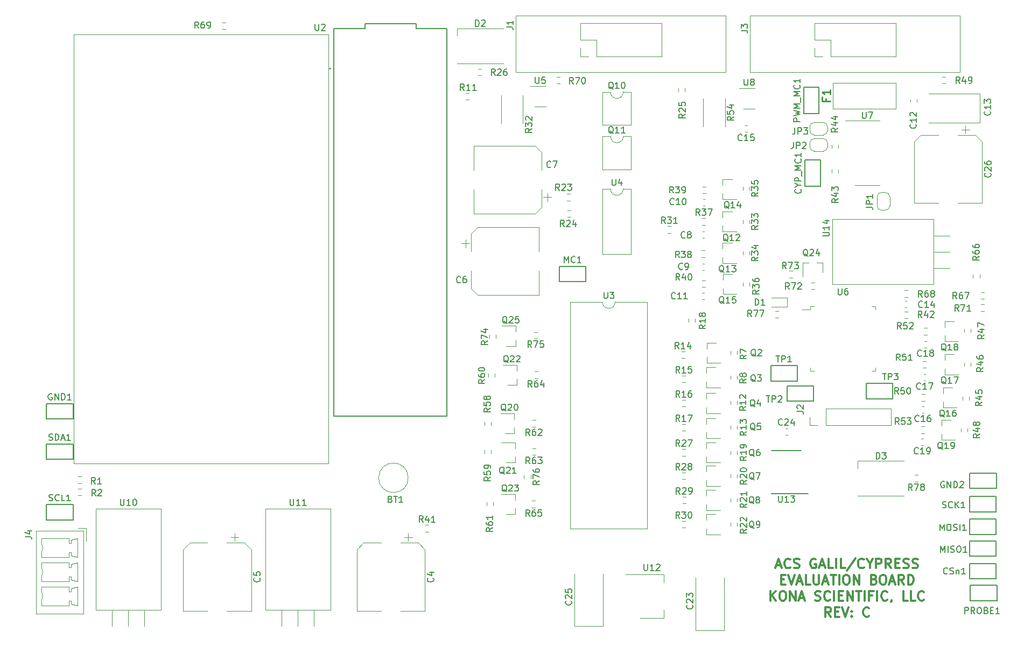
<source format=gbr>
%TF.GenerationSoftware,KiCad,Pcbnew,(5.1.9)-1*%
%TF.CreationDate,2022-07-01T06:07:01-07:00*%
%TF.ProjectId,GALIL,47414c49-4c2e-46b6-9963-61645f706362,rev?*%
%TF.SameCoordinates,Original*%
%TF.FileFunction,Legend,Top*%
%TF.FilePolarity,Positive*%
%FSLAX46Y46*%
G04 Gerber Fmt 4.6, Leading zero omitted, Abs format (unit mm)*
G04 Created by KiCad (PCBNEW (5.1.9)-1) date 2022-07-01 06:07:01*
%MOMM*%
%LPD*%
G01*
G04 APERTURE LIST*
%ADD10C,0.300000*%
%ADD11C,0.150000*%
%ADD12C,0.120000*%
%ADD13C,0.200000*%
%ADD14C,0.127000*%
%ADD15C,0.254000*%
G04 APERTURE END LIST*
D10*
X154592142Y-143618000D02*
X155306428Y-143618000D01*
X154449285Y-144046571D02*
X154949285Y-142546571D01*
X155449285Y-144046571D01*
X156806428Y-143903714D02*
X156735000Y-143975142D01*
X156520714Y-144046571D01*
X156377857Y-144046571D01*
X156163571Y-143975142D01*
X156020714Y-143832285D01*
X155949285Y-143689428D01*
X155877857Y-143403714D01*
X155877857Y-143189428D01*
X155949285Y-142903714D01*
X156020714Y-142760857D01*
X156163571Y-142618000D01*
X156377857Y-142546571D01*
X156520714Y-142546571D01*
X156735000Y-142618000D01*
X156806428Y-142689428D01*
X157377857Y-143975142D02*
X157592142Y-144046571D01*
X157949285Y-144046571D01*
X158092142Y-143975142D01*
X158163571Y-143903714D01*
X158235000Y-143760857D01*
X158235000Y-143618000D01*
X158163571Y-143475142D01*
X158092142Y-143403714D01*
X157949285Y-143332285D01*
X157663571Y-143260857D01*
X157520714Y-143189428D01*
X157449285Y-143118000D01*
X157377857Y-142975142D01*
X157377857Y-142832285D01*
X157449285Y-142689428D01*
X157520714Y-142618000D01*
X157663571Y-142546571D01*
X158020714Y-142546571D01*
X158235000Y-142618000D01*
X160806428Y-142618000D02*
X160663571Y-142546571D01*
X160449285Y-142546571D01*
X160235000Y-142618000D01*
X160092142Y-142760857D01*
X160020714Y-142903714D01*
X159949285Y-143189428D01*
X159949285Y-143403714D01*
X160020714Y-143689428D01*
X160092142Y-143832285D01*
X160235000Y-143975142D01*
X160449285Y-144046571D01*
X160592142Y-144046571D01*
X160806428Y-143975142D01*
X160877857Y-143903714D01*
X160877857Y-143403714D01*
X160592142Y-143403714D01*
X161449285Y-143618000D02*
X162163571Y-143618000D01*
X161306428Y-144046571D02*
X161806428Y-142546571D01*
X162306428Y-144046571D01*
X163520714Y-144046571D02*
X162806428Y-144046571D01*
X162806428Y-142546571D01*
X164020714Y-144046571D02*
X164020714Y-142546571D01*
X165449285Y-144046571D02*
X164735000Y-144046571D01*
X164735000Y-142546571D01*
X167020714Y-142475142D02*
X165735000Y-144403714D01*
X168377857Y-143903714D02*
X168306428Y-143975142D01*
X168092142Y-144046571D01*
X167949285Y-144046571D01*
X167735000Y-143975142D01*
X167592142Y-143832285D01*
X167520714Y-143689428D01*
X167449285Y-143403714D01*
X167449285Y-143189428D01*
X167520714Y-142903714D01*
X167592142Y-142760857D01*
X167735000Y-142618000D01*
X167949285Y-142546571D01*
X168092142Y-142546571D01*
X168306428Y-142618000D01*
X168377857Y-142689428D01*
X169306428Y-143332285D02*
X169306428Y-144046571D01*
X168806428Y-142546571D02*
X169306428Y-143332285D01*
X169806428Y-142546571D01*
X170306428Y-144046571D02*
X170306428Y-142546571D01*
X170877857Y-142546571D01*
X171020714Y-142618000D01*
X171092142Y-142689428D01*
X171163571Y-142832285D01*
X171163571Y-143046571D01*
X171092142Y-143189428D01*
X171020714Y-143260857D01*
X170877857Y-143332285D01*
X170306428Y-143332285D01*
X172663571Y-144046571D02*
X172163571Y-143332285D01*
X171806428Y-144046571D02*
X171806428Y-142546571D01*
X172377857Y-142546571D01*
X172520714Y-142618000D01*
X172592142Y-142689428D01*
X172663571Y-142832285D01*
X172663571Y-143046571D01*
X172592142Y-143189428D01*
X172520714Y-143260857D01*
X172377857Y-143332285D01*
X171806428Y-143332285D01*
X173306428Y-143260857D02*
X173806428Y-143260857D01*
X174020714Y-144046571D02*
X173306428Y-144046571D01*
X173306428Y-142546571D01*
X174020714Y-142546571D01*
X174592142Y-143975142D02*
X174806428Y-144046571D01*
X175163571Y-144046571D01*
X175306428Y-143975142D01*
X175377857Y-143903714D01*
X175449285Y-143760857D01*
X175449285Y-143618000D01*
X175377857Y-143475142D01*
X175306428Y-143403714D01*
X175163571Y-143332285D01*
X174877857Y-143260857D01*
X174735000Y-143189428D01*
X174663571Y-143118000D01*
X174592142Y-142975142D01*
X174592142Y-142832285D01*
X174663571Y-142689428D01*
X174735000Y-142618000D01*
X174877857Y-142546571D01*
X175235000Y-142546571D01*
X175449285Y-142618000D01*
X176020714Y-143975142D02*
X176235000Y-144046571D01*
X176592142Y-144046571D01*
X176735000Y-143975142D01*
X176806428Y-143903714D01*
X176877857Y-143760857D01*
X176877857Y-143618000D01*
X176806428Y-143475142D01*
X176735000Y-143403714D01*
X176592142Y-143332285D01*
X176306428Y-143260857D01*
X176163571Y-143189428D01*
X176092142Y-143118000D01*
X176020714Y-142975142D01*
X176020714Y-142832285D01*
X176092142Y-142689428D01*
X176163571Y-142618000D01*
X176306428Y-142546571D01*
X176663571Y-142546571D01*
X176877857Y-142618000D01*
X155342142Y-145810857D02*
X155842142Y-145810857D01*
X156056428Y-146596571D02*
X155342142Y-146596571D01*
X155342142Y-145096571D01*
X156056428Y-145096571D01*
X156485000Y-145096571D02*
X156985000Y-146596571D01*
X157485000Y-145096571D01*
X157913571Y-146168000D02*
X158627857Y-146168000D01*
X157770714Y-146596571D02*
X158270714Y-145096571D01*
X158770714Y-146596571D01*
X159985000Y-146596571D02*
X159270714Y-146596571D01*
X159270714Y-145096571D01*
X160485000Y-145096571D02*
X160485000Y-146310857D01*
X160556428Y-146453714D01*
X160627857Y-146525142D01*
X160770714Y-146596571D01*
X161056428Y-146596571D01*
X161199285Y-146525142D01*
X161270714Y-146453714D01*
X161342142Y-146310857D01*
X161342142Y-145096571D01*
X161985000Y-146168000D02*
X162699285Y-146168000D01*
X161842142Y-146596571D02*
X162342142Y-145096571D01*
X162842142Y-146596571D01*
X163127857Y-145096571D02*
X163985000Y-145096571D01*
X163556428Y-146596571D02*
X163556428Y-145096571D01*
X164485000Y-146596571D02*
X164485000Y-145096571D01*
X165485000Y-145096571D02*
X165770714Y-145096571D01*
X165913571Y-145168000D01*
X166056428Y-145310857D01*
X166127857Y-145596571D01*
X166127857Y-146096571D01*
X166056428Y-146382285D01*
X165913571Y-146525142D01*
X165770714Y-146596571D01*
X165485000Y-146596571D01*
X165342142Y-146525142D01*
X165199285Y-146382285D01*
X165127857Y-146096571D01*
X165127857Y-145596571D01*
X165199285Y-145310857D01*
X165342142Y-145168000D01*
X165485000Y-145096571D01*
X166770714Y-146596571D02*
X166770714Y-145096571D01*
X167627857Y-146596571D01*
X167627857Y-145096571D01*
X169985000Y-145810857D02*
X170199285Y-145882285D01*
X170270714Y-145953714D01*
X170342142Y-146096571D01*
X170342142Y-146310857D01*
X170270714Y-146453714D01*
X170199285Y-146525142D01*
X170056428Y-146596571D01*
X169485000Y-146596571D01*
X169485000Y-145096571D01*
X169985000Y-145096571D01*
X170127857Y-145168000D01*
X170199285Y-145239428D01*
X170270714Y-145382285D01*
X170270714Y-145525142D01*
X170199285Y-145668000D01*
X170127857Y-145739428D01*
X169985000Y-145810857D01*
X169485000Y-145810857D01*
X171270714Y-145096571D02*
X171556428Y-145096571D01*
X171699285Y-145168000D01*
X171842142Y-145310857D01*
X171913571Y-145596571D01*
X171913571Y-146096571D01*
X171842142Y-146382285D01*
X171699285Y-146525142D01*
X171556428Y-146596571D01*
X171270714Y-146596571D01*
X171127857Y-146525142D01*
X170985000Y-146382285D01*
X170913571Y-146096571D01*
X170913571Y-145596571D01*
X170985000Y-145310857D01*
X171127857Y-145168000D01*
X171270714Y-145096571D01*
X172485000Y-146168000D02*
X173199285Y-146168000D01*
X172342142Y-146596571D02*
X172842142Y-145096571D01*
X173342142Y-146596571D01*
X174699285Y-146596571D02*
X174199285Y-145882285D01*
X173842142Y-146596571D02*
X173842142Y-145096571D01*
X174413571Y-145096571D01*
X174556428Y-145168000D01*
X174627857Y-145239428D01*
X174699285Y-145382285D01*
X174699285Y-145596571D01*
X174627857Y-145739428D01*
X174556428Y-145810857D01*
X174413571Y-145882285D01*
X173842142Y-145882285D01*
X175342142Y-146596571D02*
X175342142Y-145096571D01*
X175699285Y-145096571D01*
X175913571Y-145168000D01*
X176056428Y-145310857D01*
X176127857Y-145453714D01*
X176199285Y-145739428D01*
X176199285Y-145953714D01*
X176127857Y-146239428D01*
X176056428Y-146382285D01*
X175913571Y-146525142D01*
X175699285Y-146596571D01*
X175342142Y-146596571D01*
X153699285Y-149146571D02*
X153699285Y-147646571D01*
X154556428Y-149146571D02*
X153913571Y-148289428D01*
X154556428Y-147646571D02*
X153699285Y-148503714D01*
X155485000Y-147646571D02*
X155770714Y-147646571D01*
X155913571Y-147718000D01*
X156056428Y-147860857D01*
X156127857Y-148146571D01*
X156127857Y-148646571D01*
X156056428Y-148932285D01*
X155913571Y-149075142D01*
X155770714Y-149146571D01*
X155485000Y-149146571D01*
X155342142Y-149075142D01*
X155199285Y-148932285D01*
X155127857Y-148646571D01*
X155127857Y-148146571D01*
X155199285Y-147860857D01*
X155342142Y-147718000D01*
X155485000Y-147646571D01*
X156770714Y-149146571D02*
X156770714Y-147646571D01*
X157627857Y-149146571D01*
X157627857Y-147646571D01*
X158270714Y-148718000D02*
X158985000Y-148718000D01*
X158127857Y-149146571D02*
X158627857Y-147646571D01*
X159127857Y-149146571D01*
X160699285Y-149075142D02*
X160913571Y-149146571D01*
X161270714Y-149146571D01*
X161413571Y-149075142D01*
X161485000Y-149003714D01*
X161556428Y-148860857D01*
X161556428Y-148718000D01*
X161485000Y-148575142D01*
X161413571Y-148503714D01*
X161270714Y-148432285D01*
X160985000Y-148360857D01*
X160842142Y-148289428D01*
X160770714Y-148218000D01*
X160699285Y-148075142D01*
X160699285Y-147932285D01*
X160770714Y-147789428D01*
X160842142Y-147718000D01*
X160985000Y-147646571D01*
X161342142Y-147646571D01*
X161556428Y-147718000D01*
X163056428Y-149003714D02*
X162985000Y-149075142D01*
X162770714Y-149146571D01*
X162627857Y-149146571D01*
X162413571Y-149075142D01*
X162270714Y-148932285D01*
X162199285Y-148789428D01*
X162127857Y-148503714D01*
X162127857Y-148289428D01*
X162199285Y-148003714D01*
X162270714Y-147860857D01*
X162413571Y-147718000D01*
X162627857Y-147646571D01*
X162770714Y-147646571D01*
X162985000Y-147718000D01*
X163056428Y-147789428D01*
X163699285Y-149146571D02*
X163699285Y-147646571D01*
X164413571Y-148360857D02*
X164913571Y-148360857D01*
X165127857Y-149146571D02*
X164413571Y-149146571D01*
X164413571Y-147646571D01*
X165127857Y-147646571D01*
X165770714Y-149146571D02*
X165770714Y-147646571D01*
X166627857Y-149146571D01*
X166627857Y-147646571D01*
X167127857Y-147646571D02*
X167985000Y-147646571D01*
X167556428Y-149146571D02*
X167556428Y-147646571D01*
X168485000Y-149146571D02*
X168485000Y-147646571D01*
X169699285Y-148360857D02*
X169199285Y-148360857D01*
X169199285Y-149146571D02*
X169199285Y-147646571D01*
X169913571Y-147646571D01*
X170485000Y-149146571D02*
X170485000Y-147646571D01*
X172056428Y-149003714D02*
X171985000Y-149075142D01*
X171770714Y-149146571D01*
X171627857Y-149146571D01*
X171413571Y-149075142D01*
X171270714Y-148932285D01*
X171199285Y-148789428D01*
X171127857Y-148503714D01*
X171127857Y-148289428D01*
X171199285Y-148003714D01*
X171270714Y-147860857D01*
X171413571Y-147718000D01*
X171627857Y-147646571D01*
X171770714Y-147646571D01*
X171985000Y-147718000D01*
X172056428Y-147789428D01*
X172770714Y-149075142D02*
X172770714Y-149146571D01*
X172699285Y-149289428D01*
X172627857Y-149360857D01*
X175270714Y-149146571D02*
X174556428Y-149146571D01*
X174556428Y-147646571D01*
X176485000Y-149146571D02*
X175770714Y-149146571D01*
X175770714Y-147646571D01*
X177842142Y-149003714D02*
X177770714Y-149075142D01*
X177556428Y-149146571D01*
X177413571Y-149146571D01*
X177199285Y-149075142D01*
X177056428Y-148932285D01*
X176985000Y-148789428D01*
X176913571Y-148503714D01*
X176913571Y-148289428D01*
X176985000Y-148003714D01*
X177056428Y-147860857D01*
X177199285Y-147718000D01*
X177413571Y-147646571D01*
X177556428Y-147646571D01*
X177770714Y-147718000D01*
X177842142Y-147789428D01*
X163199285Y-151696571D02*
X162699285Y-150982285D01*
X162342142Y-151696571D02*
X162342142Y-150196571D01*
X162913571Y-150196571D01*
X163056428Y-150268000D01*
X163127857Y-150339428D01*
X163199285Y-150482285D01*
X163199285Y-150696571D01*
X163127857Y-150839428D01*
X163056428Y-150910857D01*
X162913571Y-150982285D01*
X162342142Y-150982285D01*
X163842142Y-150910857D02*
X164342142Y-150910857D01*
X164556428Y-151696571D02*
X163842142Y-151696571D01*
X163842142Y-150196571D01*
X164556428Y-150196571D01*
X164985000Y-150196571D02*
X165485000Y-151696571D01*
X165985000Y-150196571D01*
X166485000Y-151553714D02*
X166556428Y-151625142D01*
X166485000Y-151696571D01*
X166413571Y-151625142D01*
X166485000Y-151553714D01*
X166485000Y-151696571D01*
X166485000Y-150768000D02*
X166556428Y-150839428D01*
X166485000Y-150910857D01*
X166413571Y-150839428D01*
X166485000Y-150768000D01*
X166485000Y-150910857D01*
X169199285Y-151553714D02*
X169127857Y-151625142D01*
X168913571Y-151696571D01*
X168770714Y-151696571D01*
X168556428Y-151625142D01*
X168413571Y-151482285D01*
X168342142Y-151339428D01*
X168270714Y-151053714D01*
X168270714Y-150839428D01*
X168342142Y-150553714D01*
X168413571Y-150410857D01*
X168556428Y-150268000D01*
X168770714Y-150196571D01*
X168913571Y-150196571D01*
X169127857Y-150268000D01*
X169199285Y-150339428D01*
D11*
%TO.C,TP3*%
X168715000Y-117405000D02*
X168715000Y-115005000D01*
X172915000Y-117405000D02*
X168715000Y-117405000D01*
X172915000Y-115005000D02*
X172915000Y-117405000D01*
X168715000Y-115005000D02*
X172915000Y-115005000D01*
%TO.C,TP2*%
X156269000Y-117786000D02*
X156269000Y-115386000D01*
X160469000Y-117786000D02*
X156269000Y-117786000D01*
X160469000Y-115386000D02*
X160469000Y-117786000D01*
X156269000Y-115386000D02*
X160469000Y-115386000D01*
%TO.C,TP1*%
X153729000Y-114611000D02*
X153729000Y-112211000D01*
X157929000Y-114611000D02*
X153729000Y-114611000D01*
X157929000Y-112211000D02*
X157929000Y-114611000D01*
X153729000Y-112211000D02*
X157929000Y-112211000D01*
D12*
%TO.C,R78*%
X176888224Y-129398500D02*
X176378776Y-129398500D01*
X176888224Y-130443500D02*
X176378776Y-130443500D01*
%TO.C,D3*%
X167419000Y-127171000D02*
X174719000Y-127171000D01*
X167419000Y-128321000D02*
X167419000Y-127171000D01*
X167419000Y-132671000D02*
X174719000Y-132671000D01*
D11*
%TO.C,SCK1*%
X184971000Y-135185000D02*
X184971000Y-132785000D01*
X189171000Y-135185000D02*
X184971000Y-135185000D01*
X189171000Y-132785000D02*
X189171000Y-135185000D01*
X184971000Y-132785000D02*
X189171000Y-132785000D01*
D12*
%TO.C,R77*%
X154407776Y-104662500D02*
X154917224Y-104662500D01*
X154407776Y-103617500D02*
X154917224Y-103617500D01*
D11*
%TO.C,PROBE1*%
X185098000Y-149155000D02*
X185098000Y-146755000D01*
X189298000Y-149155000D02*
X185098000Y-149155000D01*
X189298000Y-146755000D02*
X189298000Y-149155000D01*
X185098000Y-146755000D02*
X189298000Y-146755000D01*
%TO.C,MOSI1*%
X184971000Y-138741000D02*
X184971000Y-136341000D01*
X189171000Y-138741000D02*
X184971000Y-138741000D01*
X189171000Y-136341000D02*
X189171000Y-138741000D01*
X184971000Y-136341000D02*
X189171000Y-136341000D01*
%TO.C,MISO1*%
X184971000Y-142170000D02*
X184971000Y-139770000D01*
X189171000Y-142170000D02*
X184971000Y-142170000D01*
X189171000Y-139770000D02*
X189171000Y-142170000D01*
X184971000Y-139770000D02*
X189171000Y-139770000D01*
D12*
%TO.C,D1*%
X156320500Y-101550000D02*
X153835500Y-101550000D01*
X156320500Y-102920000D02*
X156320500Y-101550000D01*
X153835500Y-102920000D02*
X156320500Y-102920000D01*
D11*
%TO.C,CSn1*%
X184971000Y-145726000D02*
X184971000Y-143326000D01*
X189171000Y-145726000D02*
X184971000Y-145726000D01*
X189171000Y-143326000D02*
X189171000Y-145726000D01*
X184971000Y-143326000D02*
X189171000Y-143326000D01*
D12*
%TO.C,R76*%
X115990900Y-129412276D02*
X115990900Y-129921724D01*
X114945900Y-129412276D02*
X114945900Y-129921724D01*
%TO.C,C5*%
X61315000Y-150775000D02*
X65165000Y-150775000D01*
X72035000Y-150775000D02*
X68185000Y-150775000D01*
X72035000Y-141119437D02*
X72035000Y-150775000D01*
X61315000Y-141119437D02*
X61315000Y-150775000D01*
X62379437Y-140055000D02*
X65165000Y-140055000D01*
X70970563Y-140055000D02*
X68185000Y-140055000D01*
X70970563Y-140055000D02*
X72035000Y-141119437D01*
X62379437Y-140055000D02*
X61315000Y-141119437D01*
X69435000Y-138565000D02*
X69435000Y-139815000D01*
X70060000Y-139190000D02*
X68810000Y-139190000D01*
%TO.C,U14*%
X179342400Y-99404800D02*
X179342400Y-89164800D01*
X163452400Y-99404800D02*
X163452400Y-89164800D01*
X163452400Y-99404800D02*
X179342400Y-99404800D01*
X163452400Y-89164800D02*
X179342400Y-89164800D01*
X179342400Y-96824800D02*
X181882400Y-96824800D01*
X179342400Y-94284800D02*
X181882400Y-94284800D01*
X179342400Y-91744800D02*
X181882400Y-91744800D01*
%TO.C,U11*%
X74255000Y-150615000D02*
X84495000Y-150615000D01*
X74255000Y-134725000D02*
X84495000Y-134725000D01*
X74255000Y-134725000D02*
X74255000Y-150615000D01*
X84495000Y-134725000D02*
X84495000Y-150615000D01*
X76835000Y-150615000D02*
X76835000Y-153155000D01*
X79375000Y-150615000D02*
X79375000Y-153155000D01*
X81915000Y-150615000D02*
X81915000Y-153155000D01*
%TO.C,U10*%
X47585000Y-150615000D02*
X57825000Y-150615000D01*
X47585000Y-134725000D02*
X57825000Y-134725000D01*
X47585000Y-134725000D02*
X47585000Y-150615000D01*
X57825000Y-134725000D02*
X57825000Y-150615000D01*
X50165000Y-150615000D02*
X50165000Y-153155000D01*
X52705000Y-150615000D02*
X52705000Y-153155000D01*
X55245000Y-150615000D02*
X55245000Y-153155000D01*
%TO.C,R75*%
X117020424Y-107964500D02*
X116510976Y-107964500D01*
X117020424Y-106919500D02*
X116510976Y-106919500D01*
%TO.C,R74*%
X110529900Y-107341576D02*
X110529900Y-107851024D01*
X109484900Y-107341576D02*
X109484900Y-107851024D01*
%TO.C,Q25*%
X113612200Y-109098200D02*
X113612200Y-108168200D01*
X113612200Y-105938200D02*
X113612200Y-106868200D01*
X113612200Y-105938200D02*
X111452200Y-105938200D01*
X113612200Y-109098200D02*
X112152200Y-109098200D01*
%TO.C,R73*%
X156613776Y-97318300D02*
X157123224Y-97318300D01*
X156613776Y-98363300D02*
X157123224Y-98363300D01*
%TO.C,R72*%
X160118976Y-99121700D02*
X160628424Y-99121700D01*
X160118976Y-100166700D02*
X160628424Y-100166700D01*
%TO.C,Q24*%
X161920000Y-96030000D02*
X160990000Y-96030000D01*
X158760000Y-96030000D02*
X159690000Y-96030000D01*
X158760000Y-96030000D02*
X158760000Y-98190000D01*
X161920000Y-96030000D02*
X161920000Y-97490000D01*
D11*
%TO.C,GND2*%
X185047200Y-129102000D02*
X189247200Y-129102000D01*
X189247200Y-129102000D02*
X189247200Y-131502000D01*
X189247200Y-131502000D02*
X185047200Y-131502000D01*
X185047200Y-131502000D02*
X185047200Y-129102000D01*
D12*
%TO.C,R71*%
X187323824Y-103595700D02*
X186814376Y-103595700D01*
X187323824Y-102550700D02*
X186814376Y-102550700D01*
%TO.C,R70*%
X120066976Y-66787500D02*
X120576424Y-66787500D01*
X120066976Y-67832500D02*
X120576424Y-67832500D01*
D13*
%TO.C,U1*%
X84523000Y-65501200D02*
G75*
G03*
X84523000Y-65501200I-100000J0D01*
G01*
D14*
X102813000Y-59151200D02*
X97953000Y-59151200D01*
X85033000Y-59151200D02*
X89893000Y-59151200D01*
X89893000Y-58451200D02*
X97953000Y-58451200D01*
X97953000Y-59151200D02*
X97953000Y-58451200D01*
X89893000Y-59151200D02*
X89893000Y-58451200D01*
X85033000Y-120111200D02*
X85033000Y-59151200D01*
X102813000Y-120111200D02*
X85033000Y-120111200D01*
X102813000Y-59151200D02*
X102813000Y-120111200D01*
D12*
%TO.C,R69*%
X68020024Y-58227700D02*
X67510576Y-58227700D01*
X68020024Y-59272700D02*
X67510576Y-59272700D01*
%TO.C,R68*%
X175284224Y-100340900D02*
X174774776Y-100340900D01*
X175284224Y-101385900D02*
X174774776Y-101385900D01*
%TO.C,C26*%
X184995000Y-75055000D02*
X183745000Y-75055000D01*
X184370000Y-74430000D02*
X184370000Y-75680000D01*
X177314437Y-75920000D02*
X176250000Y-76984437D01*
X185905563Y-75920000D02*
X186970000Y-76984437D01*
X185905563Y-75920000D02*
X183120000Y-75920000D01*
X177314437Y-75920000D02*
X180100000Y-75920000D01*
X176250000Y-76984437D02*
X176250000Y-86640000D01*
X186970000Y-76984437D02*
X186970000Y-86640000D01*
X186970000Y-86640000D02*
X183120000Y-86640000D01*
X176250000Y-86640000D02*
X180100000Y-86640000D01*
%TO.C,C25*%
X127355000Y-153150000D02*
X127355000Y-144915000D01*
X122835000Y-153150000D02*
X127355000Y-153150000D01*
X122835000Y-144915000D02*
X122835000Y-153150000D01*
%TO.C,R67*%
X187325724Y-101690700D02*
X186816276Y-101690700D01*
X187325724Y-100645700D02*
X186816276Y-100645700D01*
%TO.C,R66*%
X186602900Y-97838176D02*
X186602900Y-98347624D01*
X185557900Y-97838176D02*
X185557900Y-98347624D01*
%TO.C,R26*%
X107695276Y-65517500D02*
X108204724Y-65517500D01*
X107695276Y-66562500D02*
X108204724Y-66562500D01*
%TO.C,R11*%
X106299724Y-70372500D02*
X105790276Y-70372500D01*
X106299724Y-69327500D02*
X105790276Y-69327500D01*
%TO.C,R2*%
X45339724Y-132602500D02*
X44830276Y-132602500D01*
X45339724Y-131557500D02*
X44830276Y-131557500D01*
%TO.C,R1*%
X45339724Y-130697500D02*
X44830276Y-130697500D01*
X45339724Y-129652500D02*
X44830276Y-129652500D01*
%TO.C,J3*%
X160595000Y-63560000D02*
X160595000Y-62230000D01*
X161925000Y-63560000D02*
X160595000Y-63560000D01*
X160595000Y-60960000D02*
X160595000Y-58360000D01*
X163195000Y-60960000D02*
X160595000Y-60960000D01*
X163195000Y-63560000D02*
X163195000Y-60960000D01*
X160595000Y-58360000D02*
X173415000Y-58360000D01*
X163195000Y-63560000D02*
X173415000Y-63560000D01*
X173415000Y-63560000D02*
X173415000Y-58360000D01*
X150495000Y-57150000D02*
X183515000Y-57150000D01*
X183515000Y-57150000D02*
X183515000Y-66040000D01*
X183515000Y-66040000D02*
X150495000Y-66040000D01*
X150495000Y-66040000D02*
X150495000Y-57150000D01*
%TO.C,J1*%
X123765000Y-63560000D02*
X123765000Y-62230000D01*
X125095000Y-63560000D02*
X123765000Y-63560000D01*
X123765000Y-60960000D02*
X123765000Y-58360000D01*
X126365000Y-60960000D02*
X123765000Y-60960000D01*
X126365000Y-63560000D02*
X126365000Y-60960000D01*
X123765000Y-58360000D02*
X136585000Y-58360000D01*
X126365000Y-63560000D02*
X136585000Y-63560000D01*
X136585000Y-63560000D02*
X136585000Y-58360000D01*
X113665000Y-57150000D02*
X146685000Y-57150000D01*
X146685000Y-57150000D02*
X146685000Y-66040000D01*
X146685000Y-66040000D02*
X113665000Y-66040000D01*
X113665000Y-66040000D02*
X113665000Y-57150000D01*
%TO.C,R54*%
X143120800Y-70214936D02*
X143120800Y-74569064D01*
X146540800Y-70214936D02*
X146540800Y-74569064D01*
%TO.C,R32*%
X111320000Y-69702936D02*
X111320000Y-74057064D01*
X114740000Y-69702936D02*
X114740000Y-74057064D01*
%TO.C,U7*%
X168910000Y-73680000D02*
X165460000Y-73680000D01*
X168910000Y-73680000D02*
X170860000Y-73680000D01*
X168910000Y-83800000D02*
X166960000Y-83800000D01*
X168910000Y-83800000D02*
X170860000Y-83800000D01*
%TO.C,R65*%
X116713724Y-133462500D02*
X116204276Y-133462500D01*
X116713724Y-134507500D02*
X116204276Y-134507500D01*
%TO.C,R64*%
X117094724Y-113142500D02*
X116585276Y-113142500D01*
X117094724Y-114187500D02*
X116585276Y-114187500D01*
%TO.C,R63*%
X116737224Y-125207500D02*
X116227776Y-125207500D01*
X116737224Y-126252500D02*
X116227776Y-126252500D01*
%TO.C,R62*%
X116737224Y-120762500D02*
X116227776Y-120762500D01*
X116737224Y-121807500D02*
X116227776Y-121807500D01*
%TO.C,R61*%
X109078500Y-133706776D02*
X109078500Y-134216224D01*
X110123500Y-133706776D02*
X110123500Y-134216224D01*
%TO.C,R60*%
X109332500Y-113410276D02*
X109332500Y-113919724D01*
X110377500Y-113410276D02*
X110377500Y-113919724D01*
%TO.C,R59*%
X108697500Y-125475276D02*
X108697500Y-125984724D01*
X109742500Y-125475276D02*
X109742500Y-125984724D01*
%TO.C,R58*%
X108697500Y-121030276D02*
X108697500Y-121539724D01*
X109742500Y-121030276D02*
X109742500Y-121539724D01*
%TO.C,Q23*%
X113536000Y-135565000D02*
X112076000Y-135565000D01*
X113536000Y-132405000D02*
X111376000Y-132405000D01*
X113536000Y-132405000D02*
X113536000Y-133335000D01*
X113536000Y-135565000D02*
X113536000Y-134635000D01*
%TO.C,Q22*%
X113790000Y-115245000D02*
X112330000Y-115245000D01*
X113790000Y-112085000D02*
X111630000Y-112085000D01*
X113790000Y-112085000D02*
X113790000Y-113015000D01*
X113790000Y-115245000D02*
X113790000Y-114315000D01*
%TO.C,Q21*%
X113536000Y-127437000D02*
X112076000Y-127437000D01*
X113536000Y-124277000D02*
X111376000Y-124277000D01*
X113536000Y-124277000D02*
X113536000Y-125207000D01*
X113536000Y-127437000D02*
X113536000Y-126507000D01*
%TO.C,Q20*%
X113425000Y-122865000D02*
X111965000Y-122865000D01*
X113425000Y-119705000D02*
X111265000Y-119705000D01*
X113425000Y-119705000D02*
X113425000Y-120635000D01*
X113425000Y-122865000D02*
X113425000Y-121935000D01*
D11*
%TO.C,PWM_MC1*%
X161347000Y-72585000D02*
X158947000Y-72585000D01*
X161347000Y-68385000D02*
X161347000Y-72585000D01*
X158947000Y-68385000D02*
X161347000Y-68385000D01*
X158947000Y-72585000D02*
X158947000Y-68385000D01*
%TO.C,MC1*%
X120455000Y-98990000D02*
X120455000Y-96590000D01*
X124655000Y-98990000D02*
X120455000Y-98990000D01*
X124655000Y-96590000D02*
X124655000Y-98990000D01*
X120455000Y-96590000D02*
X124655000Y-96590000D01*
%TO.C,CYP_MC1*%
X161524800Y-84015000D02*
X159124800Y-84015000D01*
X161524800Y-79815000D02*
X161524800Y-84015000D01*
X159124800Y-79815000D02*
X161524800Y-79815000D01*
X159124800Y-84015000D02*
X159124800Y-79815000D01*
%TO.C,U13*%
X153885000Y-132355000D02*
X153885000Y-132255000D01*
X153885000Y-125530000D02*
X153885000Y-125555000D01*
X158535000Y-125530000D02*
X158535000Y-125555000D01*
X159610000Y-132355000D02*
X153885000Y-132355000D01*
X158535000Y-125530000D02*
X153885000Y-125530000D01*
D12*
%TO.C,Q11*%
X128540000Y-76140000D02*
X127290000Y-76140000D01*
X127290000Y-76140000D02*
X127290000Y-81340000D01*
X127290000Y-81340000D02*
X131790000Y-81340000D01*
X131790000Y-81340000D02*
X131790000Y-76140000D01*
X131790000Y-76140000D02*
X130540000Y-76140000D01*
X130540000Y-76140000D02*
G75*
G02*
X128540000Y-76140000I-1000000J0D01*
G01*
%TO.C,Q10*%
X128540000Y-69155000D02*
X127290000Y-69155000D01*
X127290000Y-69155000D02*
X127290000Y-74355000D01*
X127290000Y-74355000D02*
X131790000Y-74355000D01*
X131790000Y-74355000D02*
X131790000Y-69155000D01*
X131790000Y-69155000D02*
X130540000Y-69155000D01*
X130540000Y-69155000D02*
G75*
G02*
X128540000Y-69155000I-1000000J0D01*
G01*
%TO.C,C24*%
X156063733Y-122045000D02*
X156356267Y-122045000D01*
X156063733Y-123065000D02*
X156356267Y-123065000D01*
%TO.C,J4*%
X45685800Y-138133000D02*
X38215800Y-138133000D01*
X38215800Y-138133000D02*
X38215800Y-151173000D01*
X38215800Y-151173000D02*
X45685800Y-151173000D01*
X45685800Y-151173000D02*
X45685800Y-138133000D01*
X39075800Y-140093000D02*
X39075800Y-139343000D01*
X39075800Y-139343000D02*
X43375800Y-139343000D01*
X43375800Y-139343000D02*
X43375800Y-140093000D01*
X43375800Y-140093000D02*
X43725800Y-140093000D01*
X43725800Y-140093000D02*
X43725800Y-139593000D01*
X43725800Y-139593000D02*
X44725800Y-139343000D01*
X44725800Y-139343000D02*
X44725800Y-142343000D01*
X44725800Y-142343000D02*
X43725800Y-142093000D01*
X43725800Y-142093000D02*
X43725800Y-141593000D01*
X43725800Y-141593000D02*
X43375800Y-141593000D01*
X43375800Y-141593000D02*
X43375800Y-142343000D01*
X43375800Y-142343000D02*
X39075800Y-142343000D01*
X39075800Y-142343000D02*
X39075800Y-141593000D01*
X39075800Y-143903000D02*
X39075800Y-143153000D01*
X39075800Y-143153000D02*
X43375800Y-143153000D01*
X43375800Y-143153000D02*
X43375800Y-143903000D01*
X43375800Y-143903000D02*
X43725800Y-143903000D01*
X43725800Y-143903000D02*
X43725800Y-143403000D01*
X43725800Y-143403000D02*
X44725800Y-143153000D01*
X44725800Y-143153000D02*
X44725800Y-146153000D01*
X44725800Y-146153000D02*
X43725800Y-145903000D01*
X43725800Y-145903000D02*
X43725800Y-145403000D01*
X43725800Y-145403000D02*
X43375800Y-145403000D01*
X43375800Y-145403000D02*
X43375800Y-146153000D01*
X43375800Y-146153000D02*
X39075800Y-146153000D01*
X39075800Y-146153000D02*
X39075800Y-145403000D01*
X39075800Y-147713000D02*
X39075800Y-146963000D01*
X39075800Y-146963000D02*
X43375800Y-146963000D01*
X43375800Y-146963000D02*
X43375800Y-147713000D01*
X43375800Y-147713000D02*
X43725800Y-147713000D01*
X43725800Y-147713000D02*
X43725800Y-147213000D01*
X43725800Y-147213000D02*
X44725800Y-146963000D01*
X44725800Y-146963000D02*
X44725800Y-149963000D01*
X44725800Y-149963000D02*
X43725800Y-149713000D01*
X43725800Y-149713000D02*
X43725800Y-149213000D01*
X43725800Y-149213000D02*
X43375800Y-149213000D01*
X43375800Y-149213000D02*
X43375800Y-149963000D01*
X43375800Y-149963000D02*
X39075800Y-149963000D01*
X39075800Y-149963000D02*
X39075800Y-149213000D01*
X44825800Y-137743000D02*
X46075800Y-137743000D01*
X46075800Y-137743000D02*
X46075800Y-139743000D01*
X39075955Y-149212647D02*
G75*
G03*
X39075800Y-147713000I-1700155J749647D01*
G01*
X39075955Y-145402647D02*
G75*
G03*
X39075800Y-143903000I-1700155J749647D01*
G01*
X39075955Y-141592647D02*
G75*
G03*
X39075800Y-140093000I-1700155J749647D01*
G01*
%TO.C,U12*%
X136936000Y-151873000D02*
X136936000Y-150613000D01*
X136936000Y-145053000D02*
X136936000Y-146313000D01*
X133176000Y-151873000D02*
X136936000Y-151873000D01*
X130926000Y-145053000D02*
X136936000Y-145053000D01*
%TO.C,C23*%
X141885000Y-145575000D02*
X141885000Y-153810000D01*
X141885000Y-153810000D02*
X146405000Y-153810000D01*
X146405000Y-153810000D02*
X146405000Y-145575000D01*
%TO.C,C7*%
X107009600Y-77596400D02*
X107009600Y-81446400D01*
X107009600Y-88316400D02*
X107009600Y-84466400D01*
X116665163Y-88316400D02*
X107009600Y-88316400D01*
X116665163Y-77596400D02*
X107009600Y-77596400D01*
X117729600Y-78660837D02*
X117729600Y-81446400D01*
X117729600Y-87251963D02*
X117729600Y-84466400D01*
X117729600Y-87251963D02*
X116665163Y-88316400D01*
X117729600Y-78660837D02*
X116665163Y-77596400D01*
X119219600Y-85716400D02*
X117969600Y-85716400D01*
X118594600Y-86341400D02*
X118594600Y-85091400D01*
%TO.C,C6*%
X117306800Y-101118000D02*
X117306800Y-97268000D01*
X117306800Y-90398000D02*
X117306800Y-94248000D01*
X107651237Y-90398000D02*
X117306800Y-90398000D01*
X107651237Y-101118000D02*
X117306800Y-101118000D01*
X106586800Y-100053563D02*
X106586800Y-97268000D01*
X106586800Y-91462437D02*
X106586800Y-94248000D01*
X106586800Y-91462437D02*
X107651237Y-90398000D01*
X106586800Y-100053563D02*
X107651237Y-101118000D01*
X105096800Y-92998000D02*
X106346800Y-92998000D01*
X105721800Y-92373000D02*
X105721800Y-93623000D01*
%TO.C,C4*%
X88620000Y-150775000D02*
X92470000Y-150775000D01*
X99340000Y-150775000D02*
X95490000Y-150775000D01*
X99340000Y-141119437D02*
X99340000Y-150775000D01*
X88620000Y-141119437D02*
X88620000Y-150775000D01*
X89684437Y-140055000D02*
X92470000Y-140055000D01*
X98275563Y-140055000D02*
X95490000Y-140055000D01*
X98275563Y-140055000D02*
X99340000Y-141119437D01*
X89684437Y-140055000D02*
X88620000Y-141119437D01*
X96740000Y-138565000D02*
X96740000Y-139815000D01*
X97365000Y-139190000D02*
X96115000Y-139190000D01*
%TO.C,JP3*%
X162675000Y-74630000D02*
X162675000Y-75230000D01*
X160575000Y-73930000D02*
X161975000Y-73930000D01*
X159875000Y-75230000D02*
X159875000Y-74630000D01*
X161975000Y-75930000D02*
X160575000Y-75930000D01*
X162675000Y-75230000D02*
G75*
G02*
X161975000Y-75930000I-700000J0D01*
G01*
X161975000Y-73930000D02*
G75*
G02*
X162675000Y-74630000I0J-700000D01*
G01*
X159875000Y-74630000D02*
G75*
G02*
X160575000Y-73930000I700000J0D01*
G01*
X160575000Y-75930000D02*
G75*
G02*
X159875000Y-75230000I0J700000D01*
G01*
%TO.C,JP2*%
X162675000Y-77170000D02*
X162675000Y-77770000D01*
X160575000Y-76470000D02*
X161975000Y-76470000D01*
X159875000Y-77770000D02*
X159875000Y-77170000D01*
X161975000Y-78470000D02*
X160575000Y-78470000D01*
X162675000Y-77770000D02*
G75*
G02*
X161975000Y-78470000I-700000J0D01*
G01*
X161975000Y-76470000D02*
G75*
G02*
X162675000Y-77170000I0J-700000D01*
G01*
X159875000Y-77170000D02*
G75*
G02*
X160575000Y-76470000I700000J0D01*
G01*
X160575000Y-78470000D02*
G75*
G02*
X159875000Y-77770000I0J700000D01*
G01*
%TO.C,JP1*%
X171150000Y-84945000D02*
X171750000Y-84945000D01*
X170450000Y-87045000D02*
X170450000Y-85645000D01*
X171750000Y-87745000D02*
X171150000Y-87745000D01*
X172450000Y-85645000D02*
X172450000Y-87045000D01*
X171750000Y-84945000D02*
G75*
G02*
X172450000Y-85645000I0J-700000D01*
G01*
X170450000Y-85645000D02*
G75*
G02*
X171150000Y-84945000I700000J0D01*
G01*
X171150000Y-87745000D02*
G75*
G02*
X170450000Y-87045000I0J700000D01*
G01*
X172450000Y-87045000D02*
G75*
G02*
X171750000Y-87745000I-700000J0D01*
G01*
%TO.C,F1*%
X173450000Y-67768000D02*
X173450000Y-71832000D01*
X173450000Y-71832000D02*
X163544000Y-71832000D01*
X163544000Y-71832000D02*
X163544000Y-67768000D01*
X163544000Y-67768000D02*
X173450000Y-67768000D01*
%TO.C,C19*%
X177718767Y-124716000D02*
X177426233Y-124716000D01*
X177718767Y-123696000D02*
X177426233Y-123696000D01*
%TO.C,C18*%
X178226767Y-109349000D02*
X177934233Y-109349000D01*
X178226767Y-108329000D02*
X177934233Y-108329000D01*
%TO.C,C17*%
X178073267Y-114556000D02*
X177780733Y-114556000D01*
X178073267Y-113536000D02*
X177780733Y-113536000D01*
%TO.C,C16*%
X177819267Y-119636000D02*
X177526733Y-119636000D01*
X177819267Y-118616000D02*
X177526733Y-118616000D01*
%TO.C,C15*%
X150006267Y-75440000D02*
X149713733Y-75440000D01*
X150006267Y-74420000D02*
X149713733Y-74420000D01*
%TO.C,C14*%
X175127967Y-103024400D02*
X174835433Y-103024400D01*
X175127967Y-102004400D02*
X174835433Y-102004400D01*
%TO.C,C13*%
X178602500Y-73960000D02*
X186662500Y-73960000D01*
X186662500Y-73960000D02*
X186662500Y-69440000D01*
X186662500Y-69440000D02*
X178602500Y-69440000D01*
%TO.C,C12*%
X176690000Y-70391233D02*
X176690000Y-70683767D01*
X175670000Y-70391233D02*
X175670000Y-70683767D01*
%TO.C,U6*%
X169635000Y-113060000D02*
X170210000Y-113060000D01*
X170210000Y-113060000D02*
X170210000Y-112485000D01*
X160565000Y-113060000D02*
X159990000Y-113060000D01*
X159990000Y-113060000D02*
X159990000Y-112485000D01*
X169635000Y-102840000D02*
X170210000Y-102840000D01*
X170210000Y-102840000D02*
X170210000Y-103415000D01*
X160565000Y-102840000D02*
X159990000Y-102840000D01*
X159990000Y-102840000D02*
X159990000Y-103415000D01*
X159990000Y-103415000D02*
X158700000Y-103415000D01*
%TO.C,U4*%
X128540000Y-84395000D02*
X127290000Y-84395000D01*
X127290000Y-84395000D02*
X127290000Y-94675000D01*
X127290000Y-94675000D02*
X131790000Y-94675000D01*
X131790000Y-94675000D02*
X131790000Y-84395000D01*
X131790000Y-84395000D02*
X130540000Y-84395000D01*
X130540000Y-84395000D02*
G75*
G02*
X128540000Y-84395000I-1000000J0D01*
G01*
%TO.C,R53*%
X177904224Y-122823500D02*
X177394776Y-122823500D01*
X177904224Y-121778500D02*
X177394776Y-121778500D01*
%TO.C,R52*%
X178285224Y-107329500D02*
X177775776Y-107329500D01*
X178285224Y-106284500D02*
X177775776Y-106284500D01*
%TO.C,R51*%
X178158224Y-112536500D02*
X177648776Y-112536500D01*
X178158224Y-111491500D02*
X177648776Y-111491500D01*
%TO.C,R50*%
X177951224Y-117743500D02*
X177441776Y-117743500D01*
X177951224Y-116698500D02*
X177441776Y-116698500D01*
%TO.C,R49*%
X181229724Y-67832500D02*
X180720276Y-67832500D01*
X181229724Y-66787500D02*
X180720276Y-66787500D01*
%TO.C,R48*%
X184672500Y-122046276D02*
X184672500Y-122555724D01*
X183627500Y-122046276D02*
X183627500Y-122555724D01*
%TO.C,R47*%
X185180500Y-106401776D02*
X185180500Y-106911224D01*
X184135500Y-106401776D02*
X184135500Y-106911224D01*
%TO.C,R46*%
X185180500Y-111735776D02*
X185180500Y-112245224D01*
X184135500Y-111735776D02*
X184135500Y-112245224D01*
%TO.C,R45*%
X184926500Y-117093276D02*
X184926500Y-117602724D01*
X183881500Y-117093276D02*
X183881500Y-117602724D01*
%TO.C,R44*%
X164352500Y-77492776D02*
X164352500Y-78002224D01*
X163307500Y-77492776D02*
X163307500Y-78002224D01*
%TO.C,R43*%
X164352500Y-81382776D02*
X164352500Y-81892224D01*
X163307500Y-81382776D02*
X163307500Y-81892224D01*
%TO.C,R42*%
X174749376Y-103693700D02*
X175258824Y-103693700D01*
X174749376Y-104738700D02*
X175258824Y-104738700D01*
%TO.C,R25*%
X139177500Y-69112224D02*
X139177500Y-68602776D01*
X140222500Y-69112224D02*
X140222500Y-68602776D01*
%TO.C,J2*%
X172653000Y-121599000D02*
X172653000Y-118939000D01*
X162433000Y-121599000D02*
X172653000Y-121599000D01*
X162433000Y-118939000D02*
X172653000Y-118939000D01*
X162433000Y-121599000D02*
X162433000Y-118939000D01*
X161163000Y-121599000D02*
X159833000Y-121599000D01*
X159833000Y-121599000D02*
X159833000Y-120269000D01*
%TO.C,U8*%
X149425000Y-71765000D02*
X151225000Y-71765000D01*
X151225000Y-68545000D02*
X148775000Y-68545000D01*
%TO.C,U5*%
X116575000Y-71460000D02*
X118375000Y-71460000D01*
X118375000Y-68240000D02*
X115925000Y-68240000D01*
%TO.C,U3*%
X127270000Y-102175000D02*
X122210000Y-102175000D01*
X122210000Y-102175000D02*
X122210000Y-137855000D01*
X122210000Y-137855000D02*
X134330000Y-137855000D01*
X134330000Y-137855000D02*
X134330000Y-102175000D01*
X134330000Y-102175000D02*
X129270000Y-102175000D01*
X129270000Y-102175000D02*
G75*
G02*
X127270000Y-102175000I-1000000J0D01*
G01*
%TO.C,U2*%
X44135000Y-60070000D02*
X84135000Y-60070000D01*
X84135000Y-60070000D02*
X84135000Y-127570000D01*
X84135000Y-127570000D02*
X44135000Y-127570000D01*
X44135000Y-127570000D02*
X44135000Y-60070000D01*
D11*
%TO.C,SDA1*%
X39810000Y-124530000D02*
X44010000Y-124530000D01*
X44010000Y-124530000D02*
X44010000Y-126930000D01*
X44010000Y-126930000D02*
X39810000Y-126930000D01*
X39810000Y-126930000D02*
X39810000Y-124530000D01*
%TO.C,SCL1*%
X39810000Y-134055000D02*
X44010000Y-134055000D01*
X44010000Y-134055000D02*
X44010000Y-136455000D01*
X44010000Y-136455000D02*
X39810000Y-136455000D01*
X39810000Y-136455000D02*
X39810000Y-134055000D01*
D12*
%TO.C,R41*%
X99440276Y-137272500D02*
X99949724Y-137272500D01*
X99440276Y-138317500D02*
X99949724Y-138317500D01*
%TO.C,R40*%
X143407224Y-99836500D02*
X142897776Y-99836500D01*
X143407224Y-98791500D02*
X142897776Y-98791500D01*
%TO.C,R39*%
X143510724Y-85104500D02*
X143001276Y-85104500D01*
X143510724Y-84059500D02*
X143001276Y-84059500D01*
%TO.C,R38*%
X143360224Y-95137500D02*
X142850776Y-95137500D01*
X143360224Y-94092500D02*
X142850776Y-94092500D01*
%TO.C,R37*%
X143407224Y-90057500D02*
X142897776Y-90057500D01*
X143407224Y-89012500D02*
X142897776Y-89012500D01*
%TO.C,R36*%
X150382500Y-99162776D02*
X150382500Y-99672224D01*
X149337500Y-99162776D02*
X149337500Y-99672224D01*
%TO.C,R35*%
X150382500Y-84073276D02*
X150382500Y-84582724D01*
X149337500Y-84073276D02*
X149337500Y-84582724D01*
%TO.C,R34*%
X150382500Y-94233276D02*
X150382500Y-94742724D01*
X149337500Y-94233276D02*
X149337500Y-94742724D01*
%TO.C,R33*%
X150382500Y-89280276D02*
X150382500Y-89789724D01*
X149337500Y-89280276D02*
X149337500Y-89789724D01*
%TO.C,R31*%
X137540276Y-90282500D02*
X138049724Y-90282500D01*
X137540276Y-91327500D02*
X138049724Y-91327500D01*
%TO.C,R30*%
X139802776Y-136637500D02*
X140312224Y-136637500D01*
X139802776Y-137682500D02*
X140312224Y-137682500D01*
%TO.C,R29*%
X139849776Y-132827500D02*
X140359224Y-132827500D01*
X139849776Y-133872500D02*
X140359224Y-133872500D01*
%TO.C,R28*%
X139802776Y-129017500D02*
X140312224Y-129017500D01*
X139802776Y-130062500D02*
X140312224Y-130062500D01*
%TO.C,R27*%
X139802776Y-125334500D02*
X140312224Y-125334500D01*
X139802776Y-126379500D02*
X140312224Y-126379500D01*
%TO.C,R24*%
X121766876Y-87793300D02*
X122276324Y-87793300D01*
X121766876Y-88838300D02*
X122276324Y-88838300D01*
%TO.C,R23*%
X122174724Y-86247500D02*
X121665276Y-86247500D01*
X122174724Y-85202500D02*
X121665276Y-85202500D01*
%TO.C,R22*%
X147432500Y-137414724D02*
X147432500Y-136905276D01*
X148477500Y-137414724D02*
X148477500Y-136905276D01*
%TO.C,R21*%
X147432500Y-133604724D02*
X147432500Y-133095276D01*
X148477500Y-133604724D02*
X148477500Y-133095276D01*
%TO.C,R20*%
X147432500Y-129794724D02*
X147432500Y-129285276D01*
X148477500Y-129794724D02*
X148477500Y-129285276D01*
%TO.C,R19*%
X147432500Y-126135224D02*
X147432500Y-125625776D01*
X148477500Y-126135224D02*
X148477500Y-125625776D01*
%TO.C,R18*%
X140828500Y-105334524D02*
X140828500Y-104825076D01*
X141873500Y-105334524D02*
X141873500Y-104825076D01*
%TO.C,R17*%
X139802776Y-121397500D02*
X140312224Y-121397500D01*
X139802776Y-122442500D02*
X140312224Y-122442500D01*
%TO.C,R16*%
X139802776Y-117587500D02*
X140312224Y-117587500D01*
X139802776Y-118632500D02*
X140312224Y-118632500D01*
%TO.C,R15*%
X139802776Y-113777500D02*
X140312224Y-113777500D01*
X139802776Y-114822500D02*
X140312224Y-114822500D01*
%TO.C,R14*%
X139675776Y-109967500D02*
X140185224Y-109967500D01*
X139675776Y-111012500D02*
X140185224Y-111012500D01*
%TO.C,R13*%
X147432500Y-122174724D02*
X147432500Y-121665276D01*
X148477500Y-122174724D02*
X148477500Y-121665276D01*
%TO.C,R12*%
X147432500Y-118237724D02*
X147432500Y-117728276D01*
X148477500Y-118237724D02*
X148477500Y-117728276D01*
%TO.C,R8*%
X147432500Y-114277224D02*
X147432500Y-113767776D01*
X148477500Y-114277224D02*
X148477500Y-113767776D01*
%TO.C,R7*%
X147432500Y-110387224D02*
X147432500Y-109877776D01*
X148477500Y-110387224D02*
X148477500Y-109877776D01*
%TO.C,Q19*%
X180580000Y-120721000D02*
X180580000Y-121651000D01*
X180580000Y-123881000D02*
X180580000Y-122951000D01*
X180580000Y-123881000D02*
X182740000Y-123881000D01*
X180580000Y-120721000D02*
X182040000Y-120721000D01*
%TO.C,Q18*%
X181104000Y-105227000D02*
X181104000Y-106157000D01*
X181104000Y-108387000D02*
X181104000Y-107457000D01*
X181104000Y-108387000D02*
X183264000Y-108387000D01*
X181104000Y-105227000D02*
X182564000Y-105227000D01*
%TO.C,Q17*%
X181104000Y-110434000D02*
X181104000Y-111364000D01*
X181104000Y-113594000D02*
X181104000Y-112664000D01*
X181104000Y-113594000D02*
X183264000Y-113594000D01*
X181104000Y-110434000D02*
X182564000Y-110434000D01*
%TO.C,Q16*%
X180850000Y-115641000D02*
X180850000Y-116571000D01*
X180850000Y-118801000D02*
X180850000Y-117871000D01*
X180850000Y-118801000D02*
X183010000Y-118801000D01*
X180850000Y-115641000D02*
X182310000Y-115641000D01*
%TO.C,Q15*%
X146195000Y-97800000D02*
X146195000Y-98730000D01*
X146195000Y-100960000D02*
X146195000Y-100030000D01*
X146195000Y-100960000D02*
X148355000Y-100960000D01*
X146195000Y-97800000D02*
X147655000Y-97800000D01*
%TO.C,Q14*%
X146179000Y-82875000D02*
X146179000Y-83805000D01*
X146179000Y-86035000D02*
X146179000Y-85105000D01*
X146179000Y-86035000D02*
X148339000Y-86035000D01*
X146179000Y-82875000D02*
X147639000Y-82875000D01*
%TO.C,Q13*%
X146179000Y-92908000D02*
X146179000Y-93838000D01*
X146179000Y-96068000D02*
X146179000Y-95138000D01*
X146179000Y-96068000D02*
X148339000Y-96068000D01*
X146179000Y-92908000D02*
X147639000Y-92908000D01*
%TO.C,Q12*%
X146179000Y-87955000D02*
X146179000Y-88885000D01*
X146179000Y-91115000D02*
X146179000Y-90185000D01*
X146179000Y-91115000D02*
X148339000Y-91115000D01*
X146179000Y-87955000D02*
X147639000Y-87955000D01*
%TO.C,Q9*%
X143623000Y-135580000D02*
X143623000Y-136510000D01*
X143623000Y-138740000D02*
X143623000Y-137810000D01*
X143623000Y-138740000D02*
X145783000Y-138740000D01*
X143623000Y-135580000D02*
X145083000Y-135580000D01*
%TO.C,Q8*%
X143623000Y-131770000D02*
X143623000Y-132700000D01*
X143623000Y-134930000D02*
X143623000Y-134000000D01*
X143623000Y-134930000D02*
X145783000Y-134930000D01*
X143623000Y-131770000D02*
X145083000Y-131770000D01*
%TO.C,Q7*%
X143623000Y-127960000D02*
X143623000Y-128890000D01*
X143623000Y-131120000D02*
X143623000Y-130190000D01*
X143623000Y-131120000D02*
X145783000Y-131120000D01*
X143623000Y-127960000D02*
X145083000Y-127960000D01*
%TO.C,Q6*%
X143623000Y-124277000D02*
X143623000Y-125207000D01*
X143623000Y-127437000D02*
X143623000Y-126507000D01*
X143623000Y-127437000D02*
X145783000Y-127437000D01*
X143623000Y-124277000D02*
X145083000Y-124277000D01*
%TO.C,Q5*%
X143623000Y-120467000D02*
X143623000Y-121397000D01*
X143623000Y-123627000D02*
X143623000Y-122697000D01*
X143623000Y-123627000D02*
X145783000Y-123627000D01*
X143623000Y-120467000D02*
X145083000Y-120467000D01*
%TO.C,Q4*%
X143623000Y-116530000D02*
X143623000Y-117460000D01*
X143623000Y-119690000D02*
X143623000Y-118760000D01*
X143623000Y-119690000D02*
X145783000Y-119690000D01*
X143623000Y-116530000D02*
X145083000Y-116530000D01*
%TO.C,Q3*%
X143623000Y-112466000D02*
X143623000Y-113396000D01*
X143623000Y-115626000D02*
X143623000Y-114696000D01*
X143623000Y-115626000D02*
X145783000Y-115626000D01*
X143623000Y-112466000D02*
X145083000Y-112466000D01*
%TO.C,Q2*%
X143655000Y-108595000D02*
X143655000Y-109525000D01*
X143655000Y-111755000D02*
X143655000Y-110825000D01*
X143655000Y-111755000D02*
X145815000Y-111755000D01*
X143655000Y-108595000D02*
X145115000Y-108595000D01*
D11*
%TO.C,GND1*%
X39810000Y-118180000D02*
X44010000Y-118180000D01*
X44010000Y-118180000D02*
X44010000Y-120580000D01*
X44010000Y-120580000D02*
X39810000Y-120580000D01*
X39810000Y-120580000D02*
X39810000Y-118180000D01*
D12*
%TO.C,D2*%
X104390000Y-64650000D02*
X111690000Y-64650000D01*
X104390000Y-60300000D02*
X104390000Y-59150000D01*
X104390000Y-59150000D02*
X111690000Y-59150000D01*
%TO.C,C11*%
X143248767Y-101729000D02*
X142956233Y-101729000D01*
X143248767Y-100709000D02*
X142956233Y-100709000D01*
%TO.C,C10*%
X143375767Y-86997000D02*
X143083233Y-86997000D01*
X143375767Y-85977000D02*
X143083233Y-85977000D01*
%TO.C,C9*%
X143275267Y-97157000D02*
X142982733Y-97157000D01*
X143275267Y-96137000D02*
X142982733Y-96137000D01*
%TO.C,C8*%
X143275267Y-92077000D02*
X142982733Y-92077000D01*
X143275267Y-91057000D02*
X142982733Y-91057000D01*
%TO.C,BT1*%
X96719483Y-129838000D02*
G75*
G03*
X96719483Y-129838000I-2319483J0D01*
G01*
%TO.C,TP3*%
D11*
X171331095Y-113407380D02*
X171902523Y-113407380D01*
X171616809Y-114407380D02*
X171616809Y-113407380D01*
X172235857Y-114407380D02*
X172235857Y-113407380D01*
X172616809Y-113407380D01*
X172712047Y-113455000D01*
X172759666Y-113502619D01*
X172807285Y-113597857D01*
X172807285Y-113740714D01*
X172759666Y-113835952D01*
X172712047Y-113883571D01*
X172616809Y-113931190D01*
X172235857Y-113931190D01*
X173140619Y-113407380D02*
X173759666Y-113407380D01*
X173426333Y-113788333D01*
X173569190Y-113788333D01*
X173664428Y-113835952D01*
X173712047Y-113883571D01*
X173759666Y-113978809D01*
X173759666Y-114216904D01*
X173712047Y-114312142D01*
X173664428Y-114359761D01*
X173569190Y-114407380D01*
X173283476Y-114407380D01*
X173188238Y-114359761D01*
X173140619Y-114312142D01*
%TO.C,TP2*%
X153043095Y-116927380D02*
X153614523Y-116927380D01*
X153328809Y-117927380D02*
X153328809Y-116927380D01*
X153947857Y-117927380D02*
X153947857Y-116927380D01*
X154328809Y-116927380D01*
X154424047Y-116975000D01*
X154471666Y-117022619D01*
X154519285Y-117117857D01*
X154519285Y-117260714D01*
X154471666Y-117355952D01*
X154424047Y-117403571D01*
X154328809Y-117451190D01*
X153947857Y-117451190D01*
X154900238Y-117022619D02*
X154947857Y-116975000D01*
X155043095Y-116927380D01*
X155281190Y-116927380D01*
X155376428Y-116975000D01*
X155424047Y-117022619D01*
X155471666Y-117117857D01*
X155471666Y-117213095D01*
X155424047Y-117355952D01*
X154852619Y-117927380D01*
X155471666Y-117927380D01*
%TO.C,TP1*%
X154567095Y-110613380D02*
X155138523Y-110613380D01*
X154852809Y-111613380D02*
X154852809Y-110613380D01*
X155471857Y-111613380D02*
X155471857Y-110613380D01*
X155852809Y-110613380D01*
X155948047Y-110661000D01*
X155995666Y-110708619D01*
X156043285Y-110803857D01*
X156043285Y-110946714D01*
X155995666Y-111041952D01*
X155948047Y-111089571D01*
X155852809Y-111137190D01*
X155471857Y-111137190D01*
X156995666Y-111613380D02*
X156424238Y-111613380D01*
X156709952Y-111613380D02*
X156709952Y-110613380D01*
X156614714Y-110756238D01*
X156519476Y-110851476D01*
X156424238Y-110899095D01*
%TO.C,R78*%
X175990642Y-131803380D02*
X175657309Y-131327190D01*
X175419214Y-131803380D02*
X175419214Y-130803380D01*
X175800166Y-130803380D01*
X175895404Y-130851000D01*
X175943023Y-130898619D01*
X175990642Y-130993857D01*
X175990642Y-131136714D01*
X175943023Y-131231952D01*
X175895404Y-131279571D01*
X175800166Y-131327190D01*
X175419214Y-131327190D01*
X176323976Y-130803380D02*
X176990642Y-130803380D01*
X176562071Y-131803380D01*
X177514452Y-131231952D02*
X177419214Y-131184333D01*
X177371595Y-131136714D01*
X177323976Y-131041476D01*
X177323976Y-130993857D01*
X177371595Y-130898619D01*
X177419214Y-130851000D01*
X177514452Y-130803380D01*
X177704928Y-130803380D01*
X177800166Y-130851000D01*
X177847785Y-130898619D01*
X177895404Y-130993857D01*
X177895404Y-131041476D01*
X177847785Y-131136714D01*
X177800166Y-131184333D01*
X177704928Y-131231952D01*
X177514452Y-131231952D01*
X177419214Y-131279571D01*
X177371595Y-131327190D01*
X177323976Y-131422428D01*
X177323976Y-131612904D01*
X177371595Y-131708142D01*
X177419214Y-131755761D01*
X177514452Y-131803380D01*
X177704928Y-131803380D01*
X177800166Y-131755761D01*
X177847785Y-131708142D01*
X177895404Y-131612904D01*
X177895404Y-131422428D01*
X177847785Y-131327190D01*
X177800166Y-131279571D01*
X177704928Y-131231952D01*
%TO.C,D3*%
X170330904Y-126873380D02*
X170330904Y-125873380D01*
X170569000Y-125873380D01*
X170711857Y-125921000D01*
X170807095Y-126016238D01*
X170854714Y-126111476D01*
X170902333Y-126301952D01*
X170902333Y-126444809D01*
X170854714Y-126635285D01*
X170807095Y-126730523D01*
X170711857Y-126825761D01*
X170569000Y-126873380D01*
X170330904Y-126873380D01*
X171235666Y-125873380D02*
X171854714Y-125873380D01*
X171521380Y-126254333D01*
X171664238Y-126254333D01*
X171759476Y-126301952D01*
X171807095Y-126349571D01*
X171854714Y-126444809D01*
X171854714Y-126682904D01*
X171807095Y-126778142D01*
X171759476Y-126825761D01*
X171664238Y-126873380D01*
X171378523Y-126873380D01*
X171283285Y-126825761D01*
X171235666Y-126778142D01*
%TO.C,SCK1*%
X180737095Y-134516761D02*
X180879952Y-134564380D01*
X181118047Y-134564380D01*
X181213285Y-134516761D01*
X181260904Y-134469142D01*
X181308523Y-134373904D01*
X181308523Y-134278666D01*
X181260904Y-134183428D01*
X181213285Y-134135809D01*
X181118047Y-134088190D01*
X180927571Y-134040571D01*
X180832333Y-133992952D01*
X180784714Y-133945333D01*
X180737095Y-133850095D01*
X180737095Y-133754857D01*
X180784714Y-133659619D01*
X180832333Y-133612000D01*
X180927571Y-133564380D01*
X181165666Y-133564380D01*
X181308523Y-133612000D01*
X182308523Y-134469142D02*
X182260904Y-134516761D01*
X182118047Y-134564380D01*
X182022809Y-134564380D01*
X181879952Y-134516761D01*
X181784714Y-134421523D01*
X181737095Y-134326285D01*
X181689476Y-134135809D01*
X181689476Y-133992952D01*
X181737095Y-133802476D01*
X181784714Y-133707238D01*
X181879952Y-133612000D01*
X182022809Y-133564380D01*
X182118047Y-133564380D01*
X182260904Y-133612000D01*
X182308523Y-133659619D01*
X182737095Y-134564380D02*
X182737095Y-133564380D01*
X183308523Y-134564380D02*
X182879952Y-133992952D01*
X183308523Y-133564380D02*
X182737095Y-134135809D01*
X184260904Y-134564380D02*
X183689476Y-134564380D01*
X183975190Y-134564380D02*
X183975190Y-133564380D01*
X183879952Y-133707238D01*
X183784714Y-133802476D01*
X183689476Y-133850095D01*
%TO.C,R77*%
X150741142Y-104465380D02*
X150407809Y-103989190D01*
X150169714Y-104465380D02*
X150169714Y-103465380D01*
X150550666Y-103465380D01*
X150645904Y-103513000D01*
X150693523Y-103560619D01*
X150741142Y-103655857D01*
X150741142Y-103798714D01*
X150693523Y-103893952D01*
X150645904Y-103941571D01*
X150550666Y-103989190D01*
X150169714Y-103989190D01*
X151074476Y-103465380D02*
X151741142Y-103465380D01*
X151312571Y-104465380D01*
X152026857Y-103465380D02*
X152693523Y-103465380D01*
X152264952Y-104465380D01*
%TO.C,PROBE1*%
X184229714Y-151201380D02*
X184229714Y-150201380D01*
X184610666Y-150201380D01*
X184705904Y-150249000D01*
X184753523Y-150296619D01*
X184801142Y-150391857D01*
X184801142Y-150534714D01*
X184753523Y-150629952D01*
X184705904Y-150677571D01*
X184610666Y-150725190D01*
X184229714Y-150725190D01*
X185801142Y-151201380D02*
X185467809Y-150725190D01*
X185229714Y-151201380D02*
X185229714Y-150201380D01*
X185610666Y-150201380D01*
X185705904Y-150249000D01*
X185753523Y-150296619D01*
X185801142Y-150391857D01*
X185801142Y-150534714D01*
X185753523Y-150629952D01*
X185705904Y-150677571D01*
X185610666Y-150725190D01*
X185229714Y-150725190D01*
X186420190Y-150201380D02*
X186610666Y-150201380D01*
X186705904Y-150249000D01*
X186801142Y-150344238D01*
X186848761Y-150534714D01*
X186848761Y-150868047D01*
X186801142Y-151058523D01*
X186705904Y-151153761D01*
X186610666Y-151201380D01*
X186420190Y-151201380D01*
X186324952Y-151153761D01*
X186229714Y-151058523D01*
X186182095Y-150868047D01*
X186182095Y-150534714D01*
X186229714Y-150344238D01*
X186324952Y-150249000D01*
X186420190Y-150201380D01*
X187610666Y-150677571D02*
X187753523Y-150725190D01*
X187801142Y-150772809D01*
X187848761Y-150868047D01*
X187848761Y-151010904D01*
X187801142Y-151106142D01*
X187753523Y-151153761D01*
X187658285Y-151201380D01*
X187277333Y-151201380D01*
X187277333Y-150201380D01*
X187610666Y-150201380D01*
X187705904Y-150249000D01*
X187753523Y-150296619D01*
X187801142Y-150391857D01*
X187801142Y-150487095D01*
X187753523Y-150582333D01*
X187705904Y-150629952D01*
X187610666Y-150677571D01*
X187277333Y-150677571D01*
X188277333Y-150677571D02*
X188610666Y-150677571D01*
X188753523Y-151201380D02*
X188277333Y-151201380D01*
X188277333Y-150201380D01*
X188753523Y-150201380D01*
X189705904Y-151201380D02*
X189134476Y-151201380D01*
X189420190Y-151201380D02*
X189420190Y-150201380D01*
X189324952Y-150344238D01*
X189229714Y-150439476D01*
X189134476Y-150487095D01*
%TO.C,MOSI1*%
X180324380Y-138120380D02*
X180324380Y-137120380D01*
X180657714Y-137834666D01*
X180991047Y-137120380D01*
X180991047Y-138120380D01*
X181657714Y-137120380D02*
X181848190Y-137120380D01*
X181943428Y-137168000D01*
X182038666Y-137263238D01*
X182086285Y-137453714D01*
X182086285Y-137787047D01*
X182038666Y-137977523D01*
X181943428Y-138072761D01*
X181848190Y-138120380D01*
X181657714Y-138120380D01*
X181562476Y-138072761D01*
X181467238Y-137977523D01*
X181419619Y-137787047D01*
X181419619Y-137453714D01*
X181467238Y-137263238D01*
X181562476Y-137168000D01*
X181657714Y-137120380D01*
X182467238Y-138072761D02*
X182610095Y-138120380D01*
X182848190Y-138120380D01*
X182943428Y-138072761D01*
X182991047Y-138025142D01*
X183038666Y-137929904D01*
X183038666Y-137834666D01*
X182991047Y-137739428D01*
X182943428Y-137691809D01*
X182848190Y-137644190D01*
X182657714Y-137596571D01*
X182562476Y-137548952D01*
X182514857Y-137501333D01*
X182467238Y-137406095D01*
X182467238Y-137310857D01*
X182514857Y-137215619D01*
X182562476Y-137168000D01*
X182657714Y-137120380D01*
X182895809Y-137120380D01*
X183038666Y-137168000D01*
X183467238Y-138120380D02*
X183467238Y-137120380D01*
X184467238Y-138120380D02*
X183895809Y-138120380D01*
X184181523Y-138120380D02*
X184181523Y-137120380D01*
X184086285Y-137263238D01*
X183991047Y-137358476D01*
X183895809Y-137406095D01*
%TO.C,MISO1*%
X180451380Y-141549380D02*
X180451380Y-140549380D01*
X180784714Y-141263666D01*
X181118047Y-140549380D01*
X181118047Y-141549380D01*
X181594238Y-141549380D02*
X181594238Y-140549380D01*
X182022809Y-141501761D02*
X182165666Y-141549380D01*
X182403761Y-141549380D01*
X182499000Y-141501761D01*
X182546619Y-141454142D01*
X182594238Y-141358904D01*
X182594238Y-141263666D01*
X182546619Y-141168428D01*
X182499000Y-141120809D01*
X182403761Y-141073190D01*
X182213285Y-141025571D01*
X182118047Y-140977952D01*
X182070428Y-140930333D01*
X182022809Y-140835095D01*
X182022809Y-140739857D01*
X182070428Y-140644619D01*
X182118047Y-140597000D01*
X182213285Y-140549380D01*
X182451380Y-140549380D01*
X182594238Y-140597000D01*
X183213285Y-140549380D02*
X183403761Y-140549380D01*
X183499000Y-140597000D01*
X183594238Y-140692238D01*
X183641857Y-140882714D01*
X183641857Y-141216047D01*
X183594238Y-141406523D01*
X183499000Y-141501761D01*
X183403761Y-141549380D01*
X183213285Y-141549380D01*
X183118047Y-141501761D01*
X183022809Y-141406523D01*
X182975190Y-141216047D01*
X182975190Y-140882714D01*
X183022809Y-140692238D01*
X183118047Y-140597000D01*
X183213285Y-140549380D01*
X184594238Y-141549380D02*
X184022809Y-141549380D01*
X184308523Y-141549380D02*
X184308523Y-140549380D01*
X184213285Y-140692238D01*
X184118047Y-140787476D01*
X184022809Y-140835095D01*
%TO.C,D1*%
X151280904Y-102687380D02*
X151280904Y-101687380D01*
X151519000Y-101687380D01*
X151661857Y-101735000D01*
X151757095Y-101830238D01*
X151804714Y-101925476D01*
X151852333Y-102115952D01*
X151852333Y-102258809D01*
X151804714Y-102449285D01*
X151757095Y-102544523D01*
X151661857Y-102639761D01*
X151519000Y-102687380D01*
X151280904Y-102687380D01*
X152804714Y-102687380D02*
X152233285Y-102687380D01*
X152519000Y-102687380D02*
X152519000Y-101687380D01*
X152423761Y-101830238D01*
X152328523Y-101925476D01*
X152233285Y-101973095D01*
%TO.C,CSn1*%
X181530761Y-144883142D02*
X181483142Y-144930761D01*
X181340285Y-144978380D01*
X181245047Y-144978380D01*
X181102190Y-144930761D01*
X181006952Y-144835523D01*
X180959333Y-144740285D01*
X180911714Y-144549809D01*
X180911714Y-144406952D01*
X180959333Y-144216476D01*
X181006952Y-144121238D01*
X181102190Y-144026000D01*
X181245047Y-143978380D01*
X181340285Y-143978380D01*
X181483142Y-144026000D01*
X181530761Y-144073619D01*
X181911714Y-144930761D02*
X182054571Y-144978380D01*
X182292666Y-144978380D01*
X182387904Y-144930761D01*
X182435523Y-144883142D01*
X182483142Y-144787904D01*
X182483142Y-144692666D01*
X182435523Y-144597428D01*
X182387904Y-144549809D01*
X182292666Y-144502190D01*
X182102190Y-144454571D01*
X182006952Y-144406952D01*
X181959333Y-144359333D01*
X181911714Y-144264095D01*
X181911714Y-144168857D01*
X181959333Y-144073619D01*
X182006952Y-144026000D01*
X182102190Y-143978380D01*
X182340285Y-143978380D01*
X182483142Y-144026000D01*
X182911714Y-144311714D02*
X182911714Y-144978380D01*
X182911714Y-144406952D02*
X182959333Y-144359333D01*
X183054571Y-144311714D01*
X183197428Y-144311714D01*
X183292666Y-144359333D01*
X183340285Y-144454571D01*
X183340285Y-144978380D01*
X184340285Y-144978380D02*
X183768857Y-144978380D01*
X184054571Y-144978380D02*
X184054571Y-143978380D01*
X183959333Y-144121238D01*
X183864095Y-144216476D01*
X183768857Y-144264095D01*
%TO.C,R76*%
X117350780Y-130309857D02*
X116874590Y-130643190D01*
X117350780Y-130881285D02*
X116350780Y-130881285D01*
X116350780Y-130500333D01*
X116398400Y-130405095D01*
X116446019Y-130357476D01*
X116541257Y-130309857D01*
X116684114Y-130309857D01*
X116779352Y-130357476D01*
X116826971Y-130405095D01*
X116874590Y-130500333D01*
X116874590Y-130881285D01*
X116350780Y-129976523D02*
X116350780Y-129309857D01*
X117350780Y-129738428D01*
X116350780Y-128500333D02*
X116350780Y-128690809D01*
X116398400Y-128786047D01*
X116446019Y-128833666D01*
X116588876Y-128928904D01*
X116779352Y-128976523D01*
X117160304Y-128976523D01*
X117255542Y-128928904D01*
X117303161Y-128881285D01*
X117350780Y-128786047D01*
X117350780Y-128595571D01*
X117303161Y-128500333D01*
X117255542Y-128452714D01*
X117160304Y-128405095D01*
X116922209Y-128405095D01*
X116826971Y-128452714D01*
X116779352Y-128500333D01*
X116731733Y-128595571D01*
X116731733Y-128786047D01*
X116779352Y-128881285D01*
X116826971Y-128928904D01*
X116922209Y-128976523D01*
%TO.C,C5*%
X73332142Y-145581666D02*
X73379761Y-145629285D01*
X73427380Y-145772142D01*
X73427380Y-145867380D01*
X73379761Y-146010238D01*
X73284523Y-146105476D01*
X73189285Y-146153095D01*
X72998809Y-146200714D01*
X72855952Y-146200714D01*
X72665476Y-146153095D01*
X72570238Y-146105476D01*
X72475000Y-146010238D01*
X72427380Y-145867380D01*
X72427380Y-145772142D01*
X72475000Y-145629285D01*
X72522619Y-145581666D01*
X72427380Y-144676904D02*
X72427380Y-145153095D01*
X72903571Y-145200714D01*
X72855952Y-145153095D01*
X72808333Y-145057857D01*
X72808333Y-144819761D01*
X72855952Y-144724523D01*
X72903571Y-144676904D01*
X72998809Y-144629285D01*
X73236904Y-144629285D01*
X73332142Y-144676904D01*
X73379761Y-144724523D01*
X73427380Y-144819761D01*
X73427380Y-145057857D01*
X73379761Y-145153095D01*
X73332142Y-145200714D01*
%TO.C,U14*%
X161936180Y-91814495D02*
X162745704Y-91814495D01*
X162840942Y-91766876D01*
X162888561Y-91719257D01*
X162936180Y-91624019D01*
X162936180Y-91433542D01*
X162888561Y-91338304D01*
X162840942Y-91290685D01*
X162745704Y-91243066D01*
X161936180Y-91243066D01*
X162936180Y-90243066D02*
X162936180Y-90814495D01*
X162936180Y-90528780D02*
X161936180Y-90528780D01*
X162079038Y-90624019D01*
X162174276Y-90719257D01*
X162221895Y-90814495D01*
X162269514Y-89385923D02*
X162936180Y-89385923D01*
X161888561Y-89624019D02*
X162602847Y-89862114D01*
X162602847Y-89243066D01*
%TO.C,U11*%
X78136904Y-133177380D02*
X78136904Y-133986904D01*
X78184523Y-134082142D01*
X78232142Y-134129761D01*
X78327380Y-134177380D01*
X78517857Y-134177380D01*
X78613095Y-134129761D01*
X78660714Y-134082142D01*
X78708333Y-133986904D01*
X78708333Y-133177380D01*
X79708333Y-134177380D02*
X79136904Y-134177380D01*
X79422619Y-134177380D02*
X79422619Y-133177380D01*
X79327380Y-133320238D01*
X79232142Y-133415476D01*
X79136904Y-133463095D01*
X80660714Y-134177380D02*
X80089285Y-134177380D01*
X80375000Y-134177380D02*
X80375000Y-133177380D01*
X80279761Y-133320238D01*
X80184523Y-133415476D01*
X80089285Y-133463095D01*
%TO.C,U10*%
X51466904Y-133177380D02*
X51466904Y-133986904D01*
X51514523Y-134082142D01*
X51562142Y-134129761D01*
X51657380Y-134177380D01*
X51847857Y-134177380D01*
X51943095Y-134129761D01*
X51990714Y-134082142D01*
X52038333Y-133986904D01*
X52038333Y-133177380D01*
X53038333Y-134177380D02*
X52466904Y-134177380D01*
X52752619Y-134177380D02*
X52752619Y-133177380D01*
X52657380Y-133320238D01*
X52562142Y-133415476D01*
X52466904Y-133463095D01*
X53657380Y-133177380D02*
X53752619Y-133177380D01*
X53847857Y-133225000D01*
X53895476Y-133272619D01*
X53943095Y-133367857D01*
X53990714Y-133558333D01*
X53990714Y-133796428D01*
X53943095Y-133986904D01*
X53895476Y-134082142D01*
X53847857Y-134129761D01*
X53752619Y-134177380D01*
X53657380Y-134177380D01*
X53562142Y-134129761D01*
X53514523Y-134082142D01*
X53466904Y-133986904D01*
X53419285Y-133796428D01*
X53419285Y-133558333D01*
X53466904Y-133367857D01*
X53514523Y-133272619D01*
X53562142Y-133225000D01*
X53657380Y-133177380D01*
%TO.C,R75*%
X116122842Y-109324380D02*
X115789509Y-108848190D01*
X115551414Y-109324380D02*
X115551414Y-108324380D01*
X115932366Y-108324380D01*
X116027604Y-108372000D01*
X116075223Y-108419619D01*
X116122842Y-108514857D01*
X116122842Y-108657714D01*
X116075223Y-108752952D01*
X116027604Y-108800571D01*
X115932366Y-108848190D01*
X115551414Y-108848190D01*
X116456176Y-108324380D02*
X117122842Y-108324380D01*
X116694271Y-109324380D01*
X117979985Y-108324380D02*
X117503795Y-108324380D01*
X117456176Y-108800571D01*
X117503795Y-108752952D01*
X117599033Y-108705333D01*
X117837128Y-108705333D01*
X117932366Y-108752952D01*
X117979985Y-108800571D01*
X118027604Y-108895809D01*
X118027604Y-109133904D01*
X117979985Y-109229142D01*
X117932366Y-109276761D01*
X117837128Y-109324380D01*
X117599033Y-109324380D01*
X117503795Y-109276761D01*
X117456176Y-109229142D01*
%TO.C,R74*%
X109215180Y-108313457D02*
X108738990Y-108646790D01*
X109215180Y-108884885D02*
X108215180Y-108884885D01*
X108215180Y-108503933D01*
X108262800Y-108408695D01*
X108310419Y-108361076D01*
X108405657Y-108313457D01*
X108548514Y-108313457D01*
X108643752Y-108361076D01*
X108691371Y-108408695D01*
X108738990Y-108503933D01*
X108738990Y-108884885D01*
X108215180Y-107980123D02*
X108215180Y-107313457D01*
X109215180Y-107742028D01*
X108548514Y-106503933D02*
X109215180Y-106503933D01*
X108167561Y-106742028D02*
X108881847Y-106980123D01*
X108881847Y-106361076D01*
%TO.C,Q25*%
X112280771Y-105565819D02*
X112185533Y-105518200D01*
X112090295Y-105422961D01*
X111947438Y-105280104D01*
X111852200Y-105232485D01*
X111756961Y-105232485D01*
X111804580Y-105470580D02*
X111709342Y-105422961D01*
X111614104Y-105327723D01*
X111566485Y-105137247D01*
X111566485Y-104803914D01*
X111614104Y-104613438D01*
X111709342Y-104518200D01*
X111804580Y-104470580D01*
X111995057Y-104470580D01*
X112090295Y-104518200D01*
X112185533Y-104613438D01*
X112233152Y-104803914D01*
X112233152Y-105137247D01*
X112185533Y-105327723D01*
X112090295Y-105422961D01*
X111995057Y-105470580D01*
X111804580Y-105470580D01*
X112614104Y-104565819D02*
X112661723Y-104518200D01*
X112756961Y-104470580D01*
X112995057Y-104470580D01*
X113090295Y-104518200D01*
X113137914Y-104565819D01*
X113185533Y-104661057D01*
X113185533Y-104756295D01*
X113137914Y-104899152D01*
X112566485Y-105470580D01*
X113185533Y-105470580D01*
X114090295Y-104470580D02*
X113614104Y-104470580D01*
X113566485Y-104946771D01*
X113614104Y-104899152D01*
X113709342Y-104851533D01*
X113947438Y-104851533D01*
X114042676Y-104899152D01*
X114090295Y-104946771D01*
X114137914Y-105042009D01*
X114137914Y-105280104D01*
X114090295Y-105375342D01*
X114042676Y-105422961D01*
X113947438Y-105470580D01*
X113709342Y-105470580D01*
X113614104Y-105422961D01*
X113566485Y-105375342D01*
%TO.C,R73*%
X156172942Y-96946980D02*
X155839609Y-96470790D01*
X155601514Y-96946980D02*
X155601514Y-95946980D01*
X155982466Y-95946980D01*
X156077704Y-95994600D01*
X156125323Y-96042219D01*
X156172942Y-96137457D01*
X156172942Y-96280314D01*
X156125323Y-96375552D01*
X156077704Y-96423171D01*
X155982466Y-96470790D01*
X155601514Y-96470790D01*
X156506276Y-95946980D02*
X157172942Y-95946980D01*
X156744371Y-96946980D01*
X157458657Y-95946980D02*
X158077704Y-95946980D01*
X157744371Y-96327933D01*
X157887228Y-96327933D01*
X157982466Y-96375552D01*
X158030085Y-96423171D01*
X158077704Y-96518409D01*
X158077704Y-96756504D01*
X158030085Y-96851742D01*
X157982466Y-96899361D01*
X157887228Y-96946980D01*
X157601514Y-96946980D01*
X157506276Y-96899361D01*
X157458657Y-96851742D01*
%TO.C,R72*%
X156659342Y-100172780D02*
X156326009Y-99696590D01*
X156087914Y-100172780D02*
X156087914Y-99172780D01*
X156468866Y-99172780D01*
X156564104Y-99220400D01*
X156611723Y-99268019D01*
X156659342Y-99363257D01*
X156659342Y-99506114D01*
X156611723Y-99601352D01*
X156564104Y-99648971D01*
X156468866Y-99696590D01*
X156087914Y-99696590D01*
X156992676Y-99172780D02*
X157659342Y-99172780D01*
X157230771Y-100172780D01*
X157992676Y-99268019D02*
X158040295Y-99220400D01*
X158135533Y-99172780D01*
X158373628Y-99172780D01*
X158468866Y-99220400D01*
X158516485Y-99268019D01*
X158564104Y-99363257D01*
X158564104Y-99458495D01*
X158516485Y-99601352D01*
X157945057Y-100172780D01*
X158564104Y-100172780D01*
%TO.C,Q24*%
X159575571Y-94984819D02*
X159480333Y-94937200D01*
X159385095Y-94841961D01*
X159242238Y-94699104D01*
X159147000Y-94651485D01*
X159051761Y-94651485D01*
X159099380Y-94889580D02*
X159004142Y-94841961D01*
X158908904Y-94746723D01*
X158861285Y-94556247D01*
X158861285Y-94222914D01*
X158908904Y-94032438D01*
X159004142Y-93937200D01*
X159099380Y-93889580D01*
X159289857Y-93889580D01*
X159385095Y-93937200D01*
X159480333Y-94032438D01*
X159527952Y-94222914D01*
X159527952Y-94556247D01*
X159480333Y-94746723D01*
X159385095Y-94841961D01*
X159289857Y-94889580D01*
X159099380Y-94889580D01*
X159908904Y-93984819D02*
X159956523Y-93937200D01*
X160051761Y-93889580D01*
X160289857Y-93889580D01*
X160385095Y-93937200D01*
X160432714Y-93984819D01*
X160480333Y-94080057D01*
X160480333Y-94175295D01*
X160432714Y-94318152D01*
X159861285Y-94889580D01*
X160480333Y-94889580D01*
X161337476Y-94222914D02*
X161337476Y-94889580D01*
X161099380Y-93841961D02*
X160861285Y-94556247D01*
X161480333Y-94556247D01*
%TO.C,GND2*%
X181006904Y-130437000D02*
X180911666Y-130389380D01*
X180768809Y-130389380D01*
X180625952Y-130437000D01*
X180530714Y-130532238D01*
X180483095Y-130627476D01*
X180435476Y-130817952D01*
X180435476Y-130960809D01*
X180483095Y-131151285D01*
X180530714Y-131246523D01*
X180625952Y-131341761D01*
X180768809Y-131389380D01*
X180864047Y-131389380D01*
X181006904Y-131341761D01*
X181054523Y-131294142D01*
X181054523Y-130960809D01*
X180864047Y-130960809D01*
X181483095Y-131389380D02*
X181483095Y-130389380D01*
X182054523Y-131389380D01*
X182054523Y-130389380D01*
X182530714Y-131389380D02*
X182530714Y-130389380D01*
X182768809Y-130389380D01*
X182911666Y-130437000D01*
X183006904Y-130532238D01*
X183054523Y-130627476D01*
X183102142Y-130817952D01*
X183102142Y-130960809D01*
X183054523Y-131151285D01*
X183006904Y-131246523D01*
X182911666Y-131341761D01*
X182768809Y-131389380D01*
X182530714Y-131389380D01*
X183483095Y-130484619D02*
X183530714Y-130437000D01*
X183625952Y-130389380D01*
X183864047Y-130389380D01*
X183959285Y-130437000D01*
X184006904Y-130484619D01*
X184054523Y-130579857D01*
X184054523Y-130675095D01*
X184006904Y-130817952D01*
X183435476Y-131389380D01*
X184054523Y-131389380D01*
%TO.C,R71*%
X183278542Y-103601780D02*
X182945209Y-103125590D01*
X182707114Y-103601780D02*
X182707114Y-102601780D01*
X183088066Y-102601780D01*
X183183304Y-102649400D01*
X183230923Y-102697019D01*
X183278542Y-102792257D01*
X183278542Y-102935114D01*
X183230923Y-103030352D01*
X183183304Y-103077971D01*
X183088066Y-103125590D01*
X182707114Y-103125590D01*
X183611876Y-102601780D02*
X184278542Y-102601780D01*
X183849971Y-103601780D01*
X185183304Y-103601780D02*
X184611876Y-103601780D01*
X184897590Y-103601780D02*
X184897590Y-102601780D01*
X184802352Y-102744638D01*
X184707114Y-102839876D01*
X184611876Y-102887495D01*
%TO.C,R70*%
X122674142Y-67863980D02*
X122340809Y-67387790D01*
X122102714Y-67863980D02*
X122102714Y-66863980D01*
X122483666Y-66863980D01*
X122578904Y-66911600D01*
X122626523Y-66959219D01*
X122674142Y-67054457D01*
X122674142Y-67197314D01*
X122626523Y-67292552D01*
X122578904Y-67340171D01*
X122483666Y-67387790D01*
X122102714Y-67387790D01*
X123007476Y-66863980D02*
X123674142Y-66863980D01*
X123245571Y-67863980D01*
X124245571Y-66863980D02*
X124340809Y-66863980D01*
X124436047Y-66911600D01*
X124483666Y-66959219D01*
X124531285Y-67054457D01*
X124578904Y-67244933D01*
X124578904Y-67483028D01*
X124531285Y-67673504D01*
X124483666Y-67768742D01*
X124436047Y-67816361D01*
X124340809Y-67863980D01*
X124245571Y-67863980D01*
X124150333Y-67816361D01*
X124102714Y-67768742D01*
X124055095Y-67673504D01*
X124007476Y-67483028D01*
X124007476Y-67244933D01*
X124055095Y-67054457D01*
X124102714Y-66959219D01*
X124150333Y-66911600D01*
X124245571Y-66863980D01*
%TO.C,R69*%
X63746142Y-59126380D02*
X63412809Y-58650190D01*
X63174714Y-59126380D02*
X63174714Y-58126380D01*
X63555666Y-58126380D01*
X63650904Y-58174000D01*
X63698523Y-58221619D01*
X63746142Y-58316857D01*
X63746142Y-58459714D01*
X63698523Y-58554952D01*
X63650904Y-58602571D01*
X63555666Y-58650190D01*
X63174714Y-58650190D01*
X64603285Y-58126380D02*
X64412809Y-58126380D01*
X64317571Y-58174000D01*
X64269952Y-58221619D01*
X64174714Y-58364476D01*
X64127095Y-58554952D01*
X64127095Y-58935904D01*
X64174714Y-59031142D01*
X64222333Y-59078761D01*
X64317571Y-59126380D01*
X64508047Y-59126380D01*
X64603285Y-59078761D01*
X64650904Y-59031142D01*
X64698523Y-58935904D01*
X64698523Y-58697809D01*
X64650904Y-58602571D01*
X64603285Y-58554952D01*
X64508047Y-58507333D01*
X64317571Y-58507333D01*
X64222333Y-58554952D01*
X64174714Y-58602571D01*
X64127095Y-58697809D01*
X65174714Y-59126380D02*
X65365190Y-59126380D01*
X65460428Y-59078761D01*
X65508047Y-59031142D01*
X65603285Y-58888285D01*
X65650904Y-58697809D01*
X65650904Y-58316857D01*
X65603285Y-58221619D01*
X65555666Y-58174000D01*
X65460428Y-58126380D01*
X65269952Y-58126380D01*
X65174714Y-58174000D01*
X65127095Y-58221619D01*
X65079476Y-58316857D01*
X65079476Y-58554952D01*
X65127095Y-58650190D01*
X65174714Y-58697809D01*
X65269952Y-58745428D01*
X65460428Y-58745428D01*
X65555666Y-58697809D01*
X65603285Y-58650190D01*
X65650904Y-58554952D01*
%TO.C,R68*%
X177563542Y-101391980D02*
X177230209Y-100915790D01*
X176992114Y-101391980D02*
X176992114Y-100391980D01*
X177373066Y-100391980D01*
X177468304Y-100439600D01*
X177515923Y-100487219D01*
X177563542Y-100582457D01*
X177563542Y-100725314D01*
X177515923Y-100820552D01*
X177468304Y-100868171D01*
X177373066Y-100915790D01*
X176992114Y-100915790D01*
X178420685Y-100391980D02*
X178230209Y-100391980D01*
X178134971Y-100439600D01*
X178087352Y-100487219D01*
X177992114Y-100630076D01*
X177944495Y-100820552D01*
X177944495Y-101201504D01*
X177992114Y-101296742D01*
X178039733Y-101344361D01*
X178134971Y-101391980D01*
X178325447Y-101391980D01*
X178420685Y-101344361D01*
X178468304Y-101296742D01*
X178515923Y-101201504D01*
X178515923Y-100963409D01*
X178468304Y-100868171D01*
X178420685Y-100820552D01*
X178325447Y-100772933D01*
X178134971Y-100772933D01*
X178039733Y-100820552D01*
X177992114Y-100868171D01*
X177944495Y-100963409D01*
X179087352Y-100820552D02*
X178992114Y-100772933D01*
X178944495Y-100725314D01*
X178896876Y-100630076D01*
X178896876Y-100582457D01*
X178944495Y-100487219D01*
X178992114Y-100439600D01*
X179087352Y-100391980D01*
X179277828Y-100391980D01*
X179373066Y-100439600D01*
X179420685Y-100487219D01*
X179468304Y-100582457D01*
X179468304Y-100630076D01*
X179420685Y-100725314D01*
X179373066Y-100772933D01*
X179277828Y-100820552D01*
X179087352Y-100820552D01*
X178992114Y-100868171D01*
X178944495Y-100915790D01*
X178896876Y-101011028D01*
X178896876Y-101201504D01*
X178944495Y-101296742D01*
X178992114Y-101344361D01*
X179087352Y-101391980D01*
X179277828Y-101391980D01*
X179373066Y-101344361D01*
X179420685Y-101296742D01*
X179468304Y-101201504D01*
X179468304Y-101011028D01*
X179420685Y-100915790D01*
X179373066Y-100868171D01*
X179277828Y-100820552D01*
%TO.C,C26*%
X188267142Y-81922857D02*
X188314761Y-81970476D01*
X188362380Y-82113333D01*
X188362380Y-82208571D01*
X188314761Y-82351428D01*
X188219523Y-82446666D01*
X188124285Y-82494285D01*
X187933809Y-82541904D01*
X187790952Y-82541904D01*
X187600476Y-82494285D01*
X187505238Y-82446666D01*
X187410000Y-82351428D01*
X187362380Y-82208571D01*
X187362380Y-82113333D01*
X187410000Y-81970476D01*
X187457619Y-81922857D01*
X187457619Y-81541904D02*
X187410000Y-81494285D01*
X187362380Y-81399047D01*
X187362380Y-81160952D01*
X187410000Y-81065714D01*
X187457619Y-81018095D01*
X187552857Y-80970476D01*
X187648095Y-80970476D01*
X187790952Y-81018095D01*
X188362380Y-81589523D01*
X188362380Y-80970476D01*
X187362380Y-80113333D02*
X187362380Y-80303809D01*
X187410000Y-80399047D01*
X187457619Y-80446666D01*
X187600476Y-80541904D01*
X187790952Y-80589523D01*
X188171904Y-80589523D01*
X188267142Y-80541904D01*
X188314761Y-80494285D01*
X188362380Y-80399047D01*
X188362380Y-80208571D01*
X188314761Y-80113333D01*
X188267142Y-80065714D01*
X188171904Y-80018095D01*
X187933809Y-80018095D01*
X187838571Y-80065714D01*
X187790952Y-80113333D01*
X187743333Y-80208571D01*
X187743333Y-80399047D01*
X187790952Y-80494285D01*
X187838571Y-80541904D01*
X187933809Y-80589523D01*
%TO.C,C25*%
X122352142Y-149207857D02*
X122399761Y-149255476D01*
X122447380Y-149398333D01*
X122447380Y-149493571D01*
X122399761Y-149636428D01*
X122304523Y-149731666D01*
X122209285Y-149779285D01*
X122018809Y-149826904D01*
X121875952Y-149826904D01*
X121685476Y-149779285D01*
X121590238Y-149731666D01*
X121495000Y-149636428D01*
X121447380Y-149493571D01*
X121447380Y-149398333D01*
X121495000Y-149255476D01*
X121542619Y-149207857D01*
X121542619Y-148826904D02*
X121495000Y-148779285D01*
X121447380Y-148684047D01*
X121447380Y-148445952D01*
X121495000Y-148350714D01*
X121542619Y-148303095D01*
X121637857Y-148255476D01*
X121733095Y-148255476D01*
X121875952Y-148303095D01*
X122447380Y-148874523D01*
X122447380Y-148255476D01*
X121447380Y-147350714D02*
X121447380Y-147826904D01*
X121923571Y-147874523D01*
X121875952Y-147826904D01*
X121828333Y-147731666D01*
X121828333Y-147493571D01*
X121875952Y-147398333D01*
X121923571Y-147350714D01*
X122018809Y-147303095D01*
X122256904Y-147303095D01*
X122352142Y-147350714D01*
X122399761Y-147398333D01*
X122447380Y-147493571D01*
X122447380Y-147731666D01*
X122399761Y-147826904D01*
X122352142Y-147874523D01*
%TO.C,R67*%
X182999142Y-101671380D02*
X182665809Y-101195190D01*
X182427714Y-101671380D02*
X182427714Y-100671380D01*
X182808666Y-100671380D01*
X182903904Y-100719000D01*
X182951523Y-100766619D01*
X182999142Y-100861857D01*
X182999142Y-101004714D01*
X182951523Y-101099952D01*
X182903904Y-101147571D01*
X182808666Y-101195190D01*
X182427714Y-101195190D01*
X183856285Y-100671380D02*
X183665809Y-100671380D01*
X183570571Y-100719000D01*
X183522952Y-100766619D01*
X183427714Y-100909476D01*
X183380095Y-101099952D01*
X183380095Y-101480904D01*
X183427714Y-101576142D01*
X183475333Y-101623761D01*
X183570571Y-101671380D01*
X183761047Y-101671380D01*
X183856285Y-101623761D01*
X183903904Y-101576142D01*
X183951523Y-101480904D01*
X183951523Y-101242809D01*
X183903904Y-101147571D01*
X183856285Y-101099952D01*
X183761047Y-101052333D01*
X183570571Y-101052333D01*
X183475333Y-101099952D01*
X183427714Y-101147571D01*
X183380095Y-101242809D01*
X184284857Y-100671380D02*
X184951523Y-100671380D01*
X184522952Y-101671380D01*
%TO.C,R66*%
X186507380Y-95001957D02*
X186031190Y-95335290D01*
X186507380Y-95573385D02*
X185507380Y-95573385D01*
X185507380Y-95192433D01*
X185555000Y-95097195D01*
X185602619Y-95049576D01*
X185697857Y-95001957D01*
X185840714Y-95001957D01*
X185935952Y-95049576D01*
X185983571Y-95097195D01*
X186031190Y-95192433D01*
X186031190Y-95573385D01*
X185507380Y-94144814D02*
X185507380Y-94335290D01*
X185555000Y-94430528D01*
X185602619Y-94478147D01*
X185745476Y-94573385D01*
X185935952Y-94621004D01*
X186316904Y-94621004D01*
X186412142Y-94573385D01*
X186459761Y-94525766D01*
X186507380Y-94430528D01*
X186507380Y-94240052D01*
X186459761Y-94144814D01*
X186412142Y-94097195D01*
X186316904Y-94049576D01*
X186078809Y-94049576D01*
X185983571Y-94097195D01*
X185935952Y-94144814D01*
X185888333Y-94240052D01*
X185888333Y-94430528D01*
X185935952Y-94525766D01*
X185983571Y-94573385D01*
X186078809Y-94621004D01*
X185507380Y-93192433D02*
X185507380Y-93382909D01*
X185555000Y-93478147D01*
X185602619Y-93525766D01*
X185745476Y-93621004D01*
X185935952Y-93668623D01*
X186316904Y-93668623D01*
X186412142Y-93621004D01*
X186459761Y-93573385D01*
X186507380Y-93478147D01*
X186507380Y-93287671D01*
X186459761Y-93192433D01*
X186412142Y-93144814D01*
X186316904Y-93097195D01*
X186078809Y-93097195D01*
X185983571Y-93144814D01*
X185935952Y-93192433D01*
X185888333Y-93287671D01*
X185888333Y-93478147D01*
X185935952Y-93573385D01*
X185983571Y-93621004D01*
X186078809Y-93668623D01*
%TO.C,R26*%
X110380542Y-66543180D02*
X110047209Y-66066990D01*
X109809114Y-66543180D02*
X109809114Y-65543180D01*
X110190066Y-65543180D01*
X110285304Y-65590800D01*
X110332923Y-65638419D01*
X110380542Y-65733657D01*
X110380542Y-65876514D01*
X110332923Y-65971752D01*
X110285304Y-66019371D01*
X110190066Y-66066990D01*
X109809114Y-66066990D01*
X110761495Y-65638419D02*
X110809114Y-65590800D01*
X110904352Y-65543180D01*
X111142447Y-65543180D01*
X111237685Y-65590800D01*
X111285304Y-65638419D01*
X111332923Y-65733657D01*
X111332923Y-65828895D01*
X111285304Y-65971752D01*
X110713876Y-66543180D01*
X111332923Y-66543180D01*
X112190066Y-65543180D02*
X111999590Y-65543180D01*
X111904352Y-65590800D01*
X111856733Y-65638419D01*
X111761495Y-65781276D01*
X111713876Y-65971752D01*
X111713876Y-66352704D01*
X111761495Y-66447942D01*
X111809114Y-66495561D01*
X111904352Y-66543180D01*
X112094828Y-66543180D01*
X112190066Y-66495561D01*
X112237685Y-66447942D01*
X112285304Y-66352704D01*
X112285304Y-66114609D01*
X112237685Y-66019371D01*
X112190066Y-65971752D01*
X112094828Y-65924133D01*
X111904352Y-65924133D01*
X111809114Y-65971752D01*
X111761495Y-66019371D01*
X111713876Y-66114609D01*
%TO.C,R11*%
X105529142Y-68905380D02*
X105195809Y-68429190D01*
X104957714Y-68905380D02*
X104957714Y-67905380D01*
X105338666Y-67905380D01*
X105433904Y-67953000D01*
X105481523Y-68000619D01*
X105529142Y-68095857D01*
X105529142Y-68238714D01*
X105481523Y-68333952D01*
X105433904Y-68381571D01*
X105338666Y-68429190D01*
X104957714Y-68429190D01*
X106481523Y-68905380D02*
X105910095Y-68905380D01*
X106195809Y-68905380D02*
X106195809Y-67905380D01*
X106100571Y-68048238D01*
X106005333Y-68143476D01*
X105910095Y-68191095D01*
X107433904Y-68905380D02*
X106862476Y-68905380D01*
X107148190Y-68905380D02*
X107148190Y-67905380D01*
X107052952Y-68048238D01*
X106957714Y-68143476D01*
X106862476Y-68191095D01*
%TO.C,R2*%
X47559933Y-132684780D02*
X47226600Y-132208590D01*
X46988504Y-132684780D02*
X46988504Y-131684780D01*
X47369457Y-131684780D01*
X47464695Y-131732400D01*
X47512314Y-131780019D01*
X47559933Y-131875257D01*
X47559933Y-132018114D01*
X47512314Y-132113352D01*
X47464695Y-132160971D01*
X47369457Y-132208590D01*
X46988504Y-132208590D01*
X47940885Y-131780019D02*
X47988504Y-131732400D01*
X48083742Y-131684780D01*
X48321838Y-131684780D01*
X48417076Y-131732400D01*
X48464695Y-131780019D01*
X48512314Y-131875257D01*
X48512314Y-131970495D01*
X48464695Y-132113352D01*
X47893266Y-132684780D01*
X48512314Y-132684780D01*
%TO.C,R1*%
X47509133Y-130805180D02*
X47175800Y-130328990D01*
X46937704Y-130805180D02*
X46937704Y-129805180D01*
X47318657Y-129805180D01*
X47413895Y-129852800D01*
X47461514Y-129900419D01*
X47509133Y-129995657D01*
X47509133Y-130138514D01*
X47461514Y-130233752D01*
X47413895Y-130281371D01*
X47318657Y-130328990D01*
X46937704Y-130328990D01*
X48461514Y-130805180D02*
X47890085Y-130805180D01*
X48175800Y-130805180D02*
X48175800Y-129805180D01*
X48080561Y-129948038D01*
X47985323Y-130043276D01*
X47890085Y-130090895D01*
%TO.C,J3*%
X149083780Y-59489933D02*
X149798066Y-59489933D01*
X149940923Y-59537552D01*
X150036161Y-59632790D01*
X150083780Y-59775647D01*
X150083780Y-59870885D01*
X149083780Y-59108980D02*
X149083780Y-58489933D01*
X149464733Y-58823266D01*
X149464733Y-58680409D01*
X149512352Y-58585171D01*
X149559971Y-58537552D01*
X149655209Y-58489933D01*
X149893304Y-58489933D01*
X149988542Y-58537552D01*
X150036161Y-58585171D01*
X150083780Y-58680409D01*
X150083780Y-58966123D01*
X150036161Y-59061361D01*
X149988542Y-59108980D01*
%TO.C,J1*%
X112202980Y-58956533D02*
X112917266Y-58956533D01*
X113060123Y-59004152D01*
X113155361Y-59099390D01*
X113202980Y-59242247D01*
X113202980Y-59337485D01*
X113202980Y-57956533D02*
X113202980Y-58527961D01*
X113202980Y-58242247D02*
X112202980Y-58242247D01*
X112345838Y-58337485D01*
X112441076Y-58432723D01*
X112488695Y-58527961D01*
%TO.C,R54*%
X147903180Y-73034857D02*
X147426990Y-73368190D01*
X147903180Y-73606285D02*
X146903180Y-73606285D01*
X146903180Y-73225333D01*
X146950800Y-73130095D01*
X146998419Y-73082476D01*
X147093657Y-73034857D01*
X147236514Y-73034857D01*
X147331752Y-73082476D01*
X147379371Y-73130095D01*
X147426990Y-73225333D01*
X147426990Y-73606285D01*
X146903180Y-72130095D02*
X146903180Y-72606285D01*
X147379371Y-72653904D01*
X147331752Y-72606285D01*
X147284133Y-72511047D01*
X147284133Y-72272952D01*
X147331752Y-72177714D01*
X147379371Y-72130095D01*
X147474609Y-72082476D01*
X147712704Y-72082476D01*
X147807942Y-72130095D01*
X147855561Y-72177714D01*
X147903180Y-72272952D01*
X147903180Y-72511047D01*
X147855561Y-72606285D01*
X147807942Y-72653904D01*
X147236514Y-71225333D02*
X147903180Y-71225333D01*
X146855561Y-71463428D02*
X147569847Y-71701523D01*
X147569847Y-71082476D01*
%TO.C,R32*%
X116174780Y-74912457D02*
X115698590Y-75245790D01*
X116174780Y-75483885D02*
X115174780Y-75483885D01*
X115174780Y-75102933D01*
X115222400Y-75007695D01*
X115270019Y-74960076D01*
X115365257Y-74912457D01*
X115508114Y-74912457D01*
X115603352Y-74960076D01*
X115650971Y-75007695D01*
X115698590Y-75102933D01*
X115698590Y-75483885D01*
X115174780Y-74579123D02*
X115174780Y-73960076D01*
X115555733Y-74293409D01*
X115555733Y-74150552D01*
X115603352Y-74055314D01*
X115650971Y-74007695D01*
X115746209Y-73960076D01*
X115984304Y-73960076D01*
X116079542Y-74007695D01*
X116127161Y-74055314D01*
X116174780Y-74150552D01*
X116174780Y-74436266D01*
X116127161Y-74531504D01*
X116079542Y-74579123D01*
X115270019Y-73579123D02*
X115222400Y-73531504D01*
X115174780Y-73436266D01*
X115174780Y-73198171D01*
X115222400Y-73102933D01*
X115270019Y-73055314D01*
X115365257Y-73007695D01*
X115460495Y-73007695D01*
X115603352Y-73055314D01*
X116174780Y-73626742D01*
X116174780Y-73007695D01*
%TO.C,U7*%
X168148095Y-72292380D02*
X168148095Y-73101904D01*
X168195714Y-73197142D01*
X168243333Y-73244761D01*
X168338571Y-73292380D01*
X168529047Y-73292380D01*
X168624285Y-73244761D01*
X168671904Y-73197142D01*
X168719523Y-73101904D01*
X168719523Y-72292380D01*
X169100476Y-72292380D02*
X169767142Y-72292380D01*
X169338571Y-73292380D01*
%TO.C,R65*%
X115816142Y-135867380D02*
X115482809Y-135391190D01*
X115244714Y-135867380D02*
X115244714Y-134867380D01*
X115625666Y-134867380D01*
X115720904Y-134915000D01*
X115768523Y-134962619D01*
X115816142Y-135057857D01*
X115816142Y-135200714D01*
X115768523Y-135295952D01*
X115720904Y-135343571D01*
X115625666Y-135391190D01*
X115244714Y-135391190D01*
X116673285Y-134867380D02*
X116482809Y-134867380D01*
X116387571Y-134915000D01*
X116339952Y-134962619D01*
X116244714Y-135105476D01*
X116197095Y-135295952D01*
X116197095Y-135676904D01*
X116244714Y-135772142D01*
X116292333Y-135819761D01*
X116387571Y-135867380D01*
X116578047Y-135867380D01*
X116673285Y-135819761D01*
X116720904Y-135772142D01*
X116768523Y-135676904D01*
X116768523Y-135438809D01*
X116720904Y-135343571D01*
X116673285Y-135295952D01*
X116578047Y-135248333D01*
X116387571Y-135248333D01*
X116292333Y-135295952D01*
X116244714Y-135343571D01*
X116197095Y-135438809D01*
X117673285Y-134867380D02*
X117197095Y-134867380D01*
X117149476Y-135343571D01*
X117197095Y-135295952D01*
X117292333Y-135248333D01*
X117530428Y-135248333D01*
X117625666Y-135295952D01*
X117673285Y-135343571D01*
X117720904Y-135438809D01*
X117720904Y-135676904D01*
X117673285Y-135772142D01*
X117625666Y-135819761D01*
X117530428Y-135867380D01*
X117292333Y-135867380D01*
X117197095Y-135819761D01*
X117149476Y-135772142D01*
%TO.C,R64*%
X116197142Y-115547380D02*
X115863809Y-115071190D01*
X115625714Y-115547380D02*
X115625714Y-114547380D01*
X116006666Y-114547380D01*
X116101904Y-114595000D01*
X116149523Y-114642619D01*
X116197142Y-114737857D01*
X116197142Y-114880714D01*
X116149523Y-114975952D01*
X116101904Y-115023571D01*
X116006666Y-115071190D01*
X115625714Y-115071190D01*
X117054285Y-114547380D02*
X116863809Y-114547380D01*
X116768571Y-114595000D01*
X116720952Y-114642619D01*
X116625714Y-114785476D01*
X116578095Y-114975952D01*
X116578095Y-115356904D01*
X116625714Y-115452142D01*
X116673333Y-115499761D01*
X116768571Y-115547380D01*
X116959047Y-115547380D01*
X117054285Y-115499761D01*
X117101904Y-115452142D01*
X117149523Y-115356904D01*
X117149523Y-115118809D01*
X117101904Y-115023571D01*
X117054285Y-114975952D01*
X116959047Y-114928333D01*
X116768571Y-114928333D01*
X116673333Y-114975952D01*
X116625714Y-115023571D01*
X116578095Y-115118809D01*
X118006666Y-114880714D02*
X118006666Y-115547380D01*
X117768571Y-114499761D02*
X117530476Y-115214047D01*
X118149523Y-115214047D01*
%TO.C,R63*%
X115839642Y-127612380D02*
X115506309Y-127136190D01*
X115268214Y-127612380D02*
X115268214Y-126612380D01*
X115649166Y-126612380D01*
X115744404Y-126660000D01*
X115792023Y-126707619D01*
X115839642Y-126802857D01*
X115839642Y-126945714D01*
X115792023Y-127040952D01*
X115744404Y-127088571D01*
X115649166Y-127136190D01*
X115268214Y-127136190D01*
X116696785Y-126612380D02*
X116506309Y-126612380D01*
X116411071Y-126660000D01*
X116363452Y-126707619D01*
X116268214Y-126850476D01*
X116220595Y-127040952D01*
X116220595Y-127421904D01*
X116268214Y-127517142D01*
X116315833Y-127564761D01*
X116411071Y-127612380D01*
X116601547Y-127612380D01*
X116696785Y-127564761D01*
X116744404Y-127517142D01*
X116792023Y-127421904D01*
X116792023Y-127183809D01*
X116744404Y-127088571D01*
X116696785Y-127040952D01*
X116601547Y-126993333D01*
X116411071Y-126993333D01*
X116315833Y-127040952D01*
X116268214Y-127088571D01*
X116220595Y-127183809D01*
X117125357Y-126612380D02*
X117744404Y-126612380D01*
X117411071Y-126993333D01*
X117553928Y-126993333D01*
X117649166Y-127040952D01*
X117696785Y-127088571D01*
X117744404Y-127183809D01*
X117744404Y-127421904D01*
X117696785Y-127517142D01*
X117649166Y-127564761D01*
X117553928Y-127612380D01*
X117268214Y-127612380D01*
X117172976Y-127564761D01*
X117125357Y-127517142D01*
%TO.C,R62*%
X115839642Y-123167380D02*
X115506309Y-122691190D01*
X115268214Y-123167380D02*
X115268214Y-122167380D01*
X115649166Y-122167380D01*
X115744404Y-122215000D01*
X115792023Y-122262619D01*
X115839642Y-122357857D01*
X115839642Y-122500714D01*
X115792023Y-122595952D01*
X115744404Y-122643571D01*
X115649166Y-122691190D01*
X115268214Y-122691190D01*
X116696785Y-122167380D02*
X116506309Y-122167380D01*
X116411071Y-122215000D01*
X116363452Y-122262619D01*
X116268214Y-122405476D01*
X116220595Y-122595952D01*
X116220595Y-122976904D01*
X116268214Y-123072142D01*
X116315833Y-123119761D01*
X116411071Y-123167380D01*
X116601547Y-123167380D01*
X116696785Y-123119761D01*
X116744404Y-123072142D01*
X116792023Y-122976904D01*
X116792023Y-122738809D01*
X116744404Y-122643571D01*
X116696785Y-122595952D01*
X116601547Y-122548333D01*
X116411071Y-122548333D01*
X116315833Y-122595952D01*
X116268214Y-122643571D01*
X116220595Y-122738809D01*
X117172976Y-122262619D02*
X117220595Y-122215000D01*
X117315833Y-122167380D01*
X117553928Y-122167380D01*
X117649166Y-122215000D01*
X117696785Y-122262619D01*
X117744404Y-122357857D01*
X117744404Y-122453095D01*
X117696785Y-122595952D01*
X117125357Y-123167380D01*
X117744404Y-123167380D01*
%TO.C,R61*%
X109977180Y-137701257D02*
X109500990Y-138034590D01*
X109977180Y-138272685D02*
X108977180Y-138272685D01*
X108977180Y-137891733D01*
X109024800Y-137796495D01*
X109072419Y-137748876D01*
X109167657Y-137701257D01*
X109310514Y-137701257D01*
X109405752Y-137748876D01*
X109453371Y-137796495D01*
X109500990Y-137891733D01*
X109500990Y-138272685D01*
X108977180Y-136844114D02*
X108977180Y-137034590D01*
X109024800Y-137129828D01*
X109072419Y-137177447D01*
X109215276Y-137272685D01*
X109405752Y-137320304D01*
X109786704Y-137320304D01*
X109881942Y-137272685D01*
X109929561Y-137225066D01*
X109977180Y-137129828D01*
X109977180Y-136939352D01*
X109929561Y-136844114D01*
X109881942Y-136796495D01*
X109786704Y-136748876D01*
X109548609Y-136748876D01*
X109453371Y-136796495D01*
X109405752Y-136844114D01*
X109358133Y-136939352D01*
X109358133Y-137129828D01*
X109405752Y-137225066D01*
X109453371Y-137272685D01*
X109548609Y-137320304D01*
X109977180Y-135796495D02*
X109977180Y-136367923D01*
X109977180Y-136082209D02*
X108977180Y-136082209D01*
X109120038Y-136177447D01*
X109215276Y-136272685D01*
X109262895Y-136367923D01*
%TO.C,R60*%
X108757980Y-114384057D02*
X108281790Y-114717390D01*
X108757980Y-114955485D02*
X107757980Y-114955485D01*
X107757980Y-114574533D01*
X107805600Y-114479295D01*
X107853219Y-114431676D01*
X107948457Y-114384057D01*
X108091314Y-114384057D01*
X108186552Y-114431676D01*
X108234171Y-114479295D01*
X108281790Y-114574533D01*
X108281790Y-114955485D01*
X107757980Y-113526914D02*
X107757980Y-113717390D01*
X107805600Y-113812628D01*
X107853219Y-113860247D01*
X107996076Y-113955485D01*
X108186552Y-114003104D01*
X108567504Y-114003104D01*
X108662742Y-113955485D01*
X108710361Y-113907866D01*
X108757980Y-113812628D01*
X108757980Y-113622152D01*
X108710361Y-113526914D01*
X108662742Y-113479295D01*
X108567504Y-113431676D01*
X108329409Y-113431676D01*
X108234171Y-113479295D01*
X108186552Y-113526914D01*
X108138933Y-113622152D01*
X108138933Y-113812628D01*
X108186552Y-113907866D01*
X108234171Y-113955485D01*
X108329409Y-114003104D01*
X107757980Y-112812628D02*
X107757980Y-112717390D01*
X107805600Y-112622152D01*
X107853219Y-112574533D01*
X107948457Y-112526914D01*
X108138933Y-112479295D01*
X108377028Y-112479295D01*
X108567504Y-112526914D01*
X108662742Y-112574533D01*
X108710361Y-112622152D01*
X108757980Y-112717390D01*
X108757980Y-112812628D01*
X108710361Y-112907866D01*
X108662742Y-112955485D01*
X108567504Y-113003104D01*
X108377028Y-113050723D01*
X108138933Y-113050723D01*
X107948457Y-113003104D01*
X107853219Y-112955485D01*
X107805600Y-112907866D01*
X107757980Y-112812628D01*
%TO.C,R59*%
X109672380Y-129725657D02*
X109196190Y-130058990D01*
X109672380Y-130297085D02*
X108672380Y-130297085D01*
X108672380Y-129916133D01*
X108720000Y-129820895D01*
X108767619Y-129773276D01*
X108862857Y-129725657D01*
X109005714Y-129725657D01*
X109100952Y-129773276D01*
X109148571Y-129820895D01*
X109196190Y-129916133D01*
X109196190Y-130297085D01*
X108672380Y-128820895D02*
X108672380Y-129297085D01*
X109148571Y-129344704D01*
X109100952Y-129297085D01*
X109053333Y-129201847D01*
X109053333Y-128963752D01*
X109100952Y-128868514D01*
X109148571Y-128820895D01*
X109243809Y-128773276D01*
X109481904Y-128773276D01*
X109577142Y-128820895D01*
X109624761Y-128868514D01*
X109672380Y-128963752D01*
X109672380Y-129201847D01*
X109624761Y-129297085D01*
X109577142Y-129344704D01*
X109672380Y-128297085D02*
X109672380Y-128106609D01*
X109624761Y-128011371D01*
X109577142Y-127963752D01*
X109434285Y-127868514D01*
X109243809Y-127820895D01*
X108862857Y-127820895D01*
X108767619Y-127868514D01*
X108720000Y-127916133D01*
X108672380Y-128011371D01*
X108672380Y-128201847D01*
X108720000Y-128297085D01*
X108767619Y-128344704D01*
X108862857Y-128392323D01*
X109100952Y-128392323D01*
X109196190Y-128344704D01*
X109243809Y-128297085D01*
X109291428Y-128201847D01*
X109291428Y-128011371D01*
X109243809Y-127916133D01*
X109196190Y-127868514D01*
X109100952Y-127820895D01*
%TO.C,R58*%
X109621580Y-118879857D02*
X109145390Y-119213190D01*
X109621580Y-119451285D02*
X108621580Y-119451285D01*
X108621580Y-119070333D01*
X108669200Y-118975095D01*
X108716819Y-118927476D01*
X108812057Y-118879857D01*
X108954914Y-118879857D01*
X109050152Y-118927476D01*
X109097771Y-118975095D01*
X109145390Y-119070333D01*
X109145390Y-119451285D01*
X108621580Y-117975095D02*
X108621580Y-118451285D01*
X109097771Y-118498904D01*
X109050152Y-118451285D01*
X109002533Y-118356047D01*
X109002533Y-118117952D01*
X109050152Y-118022714D01*
X109097771Y-117975095D01*
X109193009Y-117927476D01*
X109431104Y-117927476D01*
X109526342Y-117975095D01*
X109573961Y-118022714D01*
X109621580Y-118117952D01*
X109621580Y-118356047D01*
X109573961Y-118451285D01*
X109526342Y-118498904D01*
X109050152Y-117356047D02*
X109002533Y-117451285D01*
X108954914Y-117498904D01*
X108859676Y-117546523D01*
X108812057Y-117546523D01*
X108716819Y-117498904D01*
X108669200Y-117451285D01*
X108621580Y-117356047D01*
X108621580Y-117165571D01*
X108669200Y-117070333D01*
X108716819Y-117022714D01*
X108812057Y-116975095D01*
X108859676Y-116975095D01*
X108954914Y-117022714D01*
X109002533Y-117070333D01*
X109050152Y-117165571D01*
X109050152Y-117356047D01*
X109097771Y-117451285D01*
X109145390Y-117498904D01*
X109240628Y-117546523D01*
X109431104Y-117546523D01*
X109526342Y-117498904D01*
X109573961Y-117451285D01*
X109621580Y-117356047D01*
X109621580Y-117165571D01*
X109573961Y-117070333D01*
X109526342Y-117022714D01*
X109431104Y-116975095D01*
X109240628Y-116975095D01*
X109145390Y-117022714D01*
X109097771Y-117070333D01*
X109050152Y-117165571D01*
%TO.C,Q23*%
X112204571Y-132032619D02*
X112109333Y-131985000D01*
X112014095Y-131889761D01*
X111871238Y-131746904D01*
X111776000Y-131699285D01*
X111680761Y-131699285D01*
X111728380Y-131937380D02*
X111633142Y-131889761D01*
X111537904Y-131794523D01*
X111490285Y-131604047D01*
X111490285Y-131270714D01*
X111537904Y-131080238D01*
X111633142Y-130985000D01*
X111728380Y-130937380D01*
X111918857Y-130937380D01*
X112014095Y-130985000D01*
X112109333Y-131080238D01*
X112156952Y-131270714D01*
X112156952Y-131604047D01*
X112109333Y-131794523D01*
X112014095Y-131889761D01*
X111918857Y-131937380D01*
X111728380Y-131937380D01*
X112537904Y-131032619D02*
X112585523Y-130985000D01*
X112680761Y-130937380D01*
X112918857Y-130937380D01*
X113014095Y-130985000D01*
X113061714Y-131032619D01*
X113109333Y-131127857D01*
X113109333Y-131223095D01*
X113061714Y-131365952D01*
X112490285Y-131937380D01*
X113109333Y-131937380D01*
X113442666Y-130937380D02*
X114061714Y-130937380D01*
X113728380Y-131318333D01*
X113871238Y-131318333D01*
X113966476Y-131365952D01*
X114014095Y-131413571D01*
X114061714Y-131508809D01*
X114061714Y-131746904D01*
X114014095Y-131842142D01*
X113966476Y-131889761D01*
X113871238Y-131937380D01*
X113585523Y-131937380D01*
X113490285Y-131889761D01*
X113442666Y-131842142D01*
%TO.C,Q22*%
X112458571Y-111712619D02*
X112363333Y-111665000D01*
X112268095Y-111569761D01*
X112125238Y-111426904D01*
X112030000Y-111379285D01*
X111934761Y-111379285D01*
X111982380Y-111617380D02*
X111887142Y-111569761D01*
X111791904Y-111474523D01*
X111744285Y-111284047D01*
X111744285Y-110950714D01*
X111791904Y-110760238D01*
X111887142Y-110665000D01*
X111982380Y-110617380D01*
X112172857Y-110617380D01*
X112268095Y-110665000D01*
X112363333Y-110760238D01*
X112410952Y-110950714D01*
X112410952Y-111284047D01*
X112363333Y-111474523D01*
X112268095Y-111569761D01*
X112172857Y-111617380D01*
X111982380Y-111617380D01*
X112791904Y-110712619D02*
X112839523Y-110665000D01*
X112934761Y-110617380D01*
X113172857Y-110617380D01*
X113268095Y-110665000D01*
X113315714Y-110712619D01*
X113363333Y-110807857D01*
X113363333Y-110903095D01*
X113315714Y-111045952D01*
X112744285Y-111617380D01*
X113363333Y-111617380D01*
X113744285Y-110712619D02*
X113791904Y-110665000D01*
X113887142Y-110617380D01*
X114125238Y-110617380D01*
X114220476Y-110665000D01*
X114268095Y-110712619D01*
X114315714Y-110807857D01*
X114315714Y-110903095D01*
X114268095Y-111045952D01*
X113696666Y-111617380D01*
X114315714Y-111617380D01*
%TO.C,Q21*%
X111848971Y-129249419D02*
X111753733Y-129201800D01*
X111658495Y-129106561D01*
X111515638Y-128963704D01*
X111420400Y-128916085D01*
X111325161Y-128916085D01*
X111372780Y-129154180D02*
X111277542Y-129106561D01*
X111182304Y-129011323D01*
X111134685Y-128820847D01*
X111134685Y-128487514D01*
X111182304Y-128297038D01*
X111277542Y-128201800D01*
X111372780Y-128154180D01*
X111563257Y-128154180D01*
X111658495Y-128201800D01*
X111753733Y-128297038D01*
X111801352Y-128487514D01*
X111801352Y-128820847D01*
X111753733Y-129011323D01*
X111658495Y-129106561D01*
X111563257Y-129154180D01*
X111372780Y-129154180D01*
X112182304Y-128249419D02*
X112229923Y-128201800D01*
X112325161Y-128154180D01*
X112563257Y-128154180D01*
X112658495Y-128201800D01*
X112706114Y-128249419D01*
X112753733Y-128344657D01*
X112753733Y-128439895D01*
X112706114Y-128582752D01*
X112134685Y-129154180D01*
X112753733Y-129154180D01*
X113706114Y-129154180D02*
X113134685Y-129154180D01*
X113420400Y-129154180D02*
X113420400Y-128154180D01*
X113325161Y-128297038D01*
X113229923Y-128392276D01*
X113134685Y-128439895D01*
%TO.C,Q20*%
X112093571Y-119332619D02*
X111998333Y-119285000D01*
X111903095Y-119189761D01*
X111760238Y-119046904D01*
X111665000Y-118999285D01*
X111569761Y-118999285D01*
X111617380Y-119237380D02*
X111522142Y-119189761D01*
X111426904Y-119094523D01*
X111379285Y-118904047D01*
X111379285Y-118570714D01*
X111426904Y-118380238D01*
X111522142Y-118285000D01*
X111617380Y-118237380D01*
X111807857Y-118237380D01*
X111903095Y-118285000D01*
X111998333Y-118380238D01*
X112045952Y-118570714D01*
X112045952Y-118904047D01*
X111998333Y-119094523D01*
X111903095Y-119189761D01*
X111807857Y-119237380D01*
X111617380Y-119237380D01*
X112426904Y-118332619D02*
X112474523Y-118285000D01*
X112569761Y-118237380D01*
X112807857Y-118237380D01*
X112903095Y-118285000D01*
X112950714Y-118332619D01*
X112998333Y-118427857D01*
X112998333Y-118523095D01*
X112950714Y-118665952D01*
X112379285Y-119237380D01*
X112998333Y-119237380D01*
X113617380Y-118237380D02*
X113712619Y-118237380D01*
X113807857Y-118285000D01*
X113855476Y-118332619D01*
X113903095Y-118427857D01*
X113950714Y-118618333D01*
X113950714Y-118856428D01*
X113903095Y-119046904D01*
X113855476Y-119142142D01*
X113807857Y-119189761D01*
X113712619Y-119237380D01*
X113617380Y-119237380D01*
X113522142Y-119189761D01*
X113474523Y-119142142D01*
X113426904Y-119046904D01*
X113379285Y-118856428D01*
X113379285Y-118618333D01*
X113426904Y-118427857D01*
X113474523Y-118332619D01*
X113522142Y-118285000D01*
X113617380Y-118237380D01*
%TO.C,PWM_MC1*%
X158349380Y-73818333D02*
X157349380Y-73818333D01*
X157349380Y-73437380D01*
X157397000Y-73342142D01*
X157444619Y-73294523D01*
X157539857Y-73246904D01*
X157682714Y-73246904D01*
X157777952Y-73294523D01*
X157825571Y-73342142D01*
X157873190Y-73437380D01*
X157873190Y-73818333D01*
X157349380Y-72913571D02*
X158349380Y-72675476D01*
X157635095Y-72485000D01*
X158349380Y-72294523D01*
X157349380Y-72056428D01*
X158349380Y-71675476D02*
X157349380Y-71675476D01*
X158063666Y-71342142D01*
X157349380Y-71008809D01*
X158349380Y-71008809D01*
X158444619Y-70770714D02*
X158444619Y-70008809D01*
X158349380Y-69770714D02*
X157349380Y-69770714D01*
X158063666Y-69437380D01*
X157349380Y-69104047D01*
X158349380Y-69104047D01*
X158254142Y-68056428D02*
X158301761Y-68104047D01*
X158349380Y-68246904D01*
X158349380Y-68342142D01*
X158301761Y-68485000D01*
X158206523Y-68580238D01*
X158111285Y-68627857D01*
X157920809Y-68675476D01*
X157777952Y-68675476D01*
X157587476Y-68627857D01*
X157492238Y-68580238D01*
X157397000Y-68485000D01*
X157349380Y-68342142D01*
X157349380Y-68246904D01*
X157397000Y-68104047D01*
X157444619Y-68056428D01*
X158349380Y-67104047D02*
X158349380Y-67675476D01*
X158349380Y-67389761D02*
X157349380Y-67389761D01*
X157492238Y-67485000D01*
X157587476Y-67580238D01*
X157635095Y-67675476D01*
%TO.C,MC1*%
X121245476Y-95992380D02*
X121245476Y-94992380D01*
X121578809Y-95706666D01*
X121912142Y-94992380D01*
X121912142Y-95992380D01*
X122959761Y-95897142D02*
X122912142Y-95944761D01*
X122769285Y-95992380D01*
X122674047Y-95992380D01*
X122531190Y-95944761D01*
X122435952Y-95849523D01*
X122388333Y-95754285D01*
X122340714Y-95563809D01*
X122340714Y-95420952D01*
X122388333Y-95230476D01*
X122435952Y-95135238D01*
X122531190Y-95040000D01*
X122674047Y-94992380D01*
X122769285Y-94992380D01*
X122912142Y-95040000D01*
X122959761Y-95087619D01*
X123912142Y-95992380D02*
X123340714Y-95992380D01*
X123626428Y-95992380D02*
X123626428Y-94992380D01*
X123531190Y-95135238D01*
X123435952Y-95230476D01*
X123340714Y-95278095D01*
%TO.C,CYP_MC1*%
X158431942Y-84462619D02*
X158479561Y-84510238D01*
X158527180Y-84653095D01*
X158527180Y-84748333D01*
X158479561Y-84891190D01*
X158384323Y-84986428D01*
X158289085Y-85034047D01*
X158098609Y-85081666D01*
X157955752Y-85081666D01*
X157765276Y-85034047D01*
X157670038Y-84986428D01*
X157574800Y-84891190D01*
X157527180Y-84748333D01*
X157527180Y-84653095D01*
X157574800Y-84510238D01*
X157622419Y-84462619D01*
X158050990Y-83843571D02*
X158527180Y-83843571D01*
X157527180Y-84176904D02*
X158050990Y-83843571D01*
X157527180Y-83510238D01*
X158527180Y-83176904D02*
X157527180Y-83176904D01*
X157527180Y-82795952D01*
X157574800Y-82700714D01*
X157622419Y-82653095D01*
X157717657Y-82605476D01*
X157860514Y-82605476D01*
X157955752Y-82653095D01*
X158003371Y-82700714D01*
X158050990Y-82795952D01*
X158050990Y-83176904D01*
X158622419Y-82415000D02*
X158622419Y-81653095D01*
X158527180Y-81415000D02*
X157527180Y-81415000D01*
X158241466Y-81081666D01*
X157527180Y-80748333D01*
X158527180Y-80748333D01*
X158431942Y-79700714D02*
X158479561Y-79748333D01*
X158527180Y-79891190D01*
X158527180Y-79986428D01*
X158479561Y-80129285D01*
X158384323Y-80224523D01*
X158289085Y-80272142D01*
X158098609Y-80319761D01*
X157955752Y-80319761D01*
X157765276Y-80272142D01*
X157670038Y-80224523D01*
X157574800Y-80129285D01*
X157527180Y-79986428D01*
X157527180Y-79891190D01*
X157574800Y-79748333D01*
X157622419Y-79700714D01*
X158527180Y-78748333D02*
X158527180Y-79319761D01*
X158527180Y-79034047D02*
X157527180Y-79034047D01*
X157670038Y-79129285D01*
X157765276Y-79224523D01*
X157812895Y-79319761D01*
%TO.C,U13*%
X154971904Y-132657380D02*
X154971904Y-133466904D01*
X155019523Y-133562142D01*
X155067142Y-133609761D01*
X155162380Y-133657380D01*
X155352857Y-133657380D01*
X155448095Y-133609761D01*
X155495714Y-133562142D01*
X155543333Y-133466904D01*
X155543333Y-132657380D01*
X156543333Y-133657380D02*
X155971904Y-133657380D01*
X156257619Y-133657380D02*
X156257619Y-132657380D01*
X156162380Y-132800238D01*
X156067142Y-132895476D01*
X155971904Y-132943095D01*
X156876666Y-132657380D02*
X157495714Y-132657380D01*
X157162380Y-133038333D01*
X157305238Y-133038333D01*
X157400476Y-133085952D01*
X157448095Y-133133571D01*
X157495714Y-133228809D01*
X157495714Y-133466904D01*
X157448095Y-133562142D01*
X157400476Y-133609761D01*
X157305238Y-133657380D01*
X157019523Y-133657380D01*
X156924285Y-133609761D01*
X156876666Y-133562142D01*
%TO.C,Q11*%
X128968571Y-75687619D02*
X128873333Y-75640000D01*
X128778095Y-75544761D01*
X128635238Y-75401904D01*
X128540000Y-75354285D01*
X128444761Y-75354285D01*
X128492380Y-75592380D02*
X128397142Y-75544761D01*
X128301904Y-75449523D01*
X128254285Y-75259047D01*
X128254285Y-74925714D01*
X128301904Y-74735238D01*
X128397142Y-74640000D01*
X128492380Y-74592380D01*
X128682857Y-74592380D01*
X128778095Y-74640000D01*
X128873333Y-74735238D01*
X128920952Y-74925714D01*
X128920952Y-75259047D01*
X128873333Y-75449523D01*
X128778095Y-75544761D01*
X128682857Y-75592380D01*
X128492380Y-75592380D01*
X129873333Y-75592380D02*
X129301904Y-75592380D01*
X129587619Y-75592380D02*
X129587619Y-74592380D01*
X129492380Y-74735238D01*
X129397142Y-74830476D01*
X129301904Y-74878095D01*
X130825714Y-75592380D02*
X130254285Y-75592380D01*
X130540000Y-75592380D02*
X130540000Y-74592380D01*
X130444761Y-74735238D01*
X130349523Y-74830476D01*
X130254285Y-74878095D01*
%TO.C,Q10*%
X128968571Y-68702619D02*
X128873333Y-68655000D01*
X128778095Y-68559761D01*
X128635238Y-68416904D01*
X128540000Y-68369285D01*
X128444761Y-68369285D01*
X128492380Y-68607380D02*
X128397142Y-68559761D01*
X128301904Y-68464523D01*
X128254285Y-68274047D01*
X128254285Y-67940714D01*
X128301904Y-67750238D01*
X128397142Y-67655000D01*
X128492380Y-67607380D01*
X128682857Y-67607380D01*
X128778095Y-67655000D01*
X128873333Y-67750238D01*
X128920952Y-67940714D01*
X128920952Y-68274047D01*
X128873333Y-68464523D01*
X128778095Y-68559761D01*
X128682857Y-68607380D01*
X128492380Y-68607380D01*
X129873333Y-68607380D02*
X129301904Y-68607380D01*
X129587619Y-68607380D02*
X129587619Y-67607380D01*
X129492380Y-67750238D01*
X129397142Y-67845476D01*
X129301904Y-67893095D01*
X130492380Y-67607380D02*
X130587619Y-67607380D01*
X130682857Y-67655000D01*
X130730476Y-67702619D01*
X130778095Y-67797857D01*
X130825714Y-67988333D01*
X130825714Y-68226428D01*
X130778095Y-68416904D01*
X130730476Y-68512142D01*
X130682857Y-68559761D01*
X130587619Y-68607380D01*
X130492380Y-68607380D01*
X130397142Y-68559761D01*
X130349523Y-68512142D01*
X130301904Y-68416904D01*
X130254285Y-68226428D01*
X130254285Y-67988333D01*
X130301904Y-67797857D01*
X130349523Y-67702619D01*
X130397142Y-67655000D01*
X130492380Y-67607380D01*
%TO.C,C24*%
X155567142Y-121482142D02*
X155519523Y-121529761D01*
X155376666Y-121577380D01*
X155281428Y-121577380D01*
X155138571Y-121529761D01*
X155043333Y-121434523D01*
X154995714Y-121339285D01*
X154948095Y-121148809D01*
X154948095Y-121005952D01*
X154995714Y-120815476D01*
X155043333Y-120720238D01*
X155138571Y-120625000D01*
X155281428Y-120577380D01*
X155376666Y-120577380D01*
X155519523Y-120625000D01*
X155567142Y-120672619D01*
X155948095Y-120672619D02*
X155995714Y-120625000D01*
X156090952Y-120577380D01*
X156329047Y-120577380D01*
X156424285Y-120625000D01*
X156471904Y-120672619D01*
X156519523Y-120767857D01*
X156519523Y-120863095D01*
X156471904Y-121005952D01*
X155900476Y-121577380D01*
X156519523Y-121577380D01*
X157376666Y-120910714D02*
X157376666Y-121577380D01*
X157138571Y-120529761D02*
X156900476Y-121244047D01*
X157519523Y-121244047D01*
%TO.C,J4*%
X36485580Y-139093533D02*
X37199866Y-139093533D01*
X37342723Y-139141152D01*
X37437961Y-139236390D01*
X37485580Y-139379247D01*
X37485580Y-139474485D01*
X36818914Y-138188771D02*
X37485580Y-138188771D01*
X36437961Y-138426866D02*
X37152247Y-138664961D01*
X37152247Y-138045914D01*
%TO.C,U12*%
X133787904Y-143415380D02*
X133787904Y-144224904D01*
X133835523Y-144320142D01*
X133883142Y-144367761D01*
X133978380Y-144415380D01*
X134168857Y-144415380D01*
X134264095Y-144367761D01*
X134311714Y-144320142D01*
X134359333Y-144224904D01*
X134359333Y-143415380D01*
X135359333Y-144415380D02*
X134787904Y-144415380D01*
X135073619Y-144415380D02*
X135073619Y-143415380D01*
X134978380Y-143558238D01*
X134883142Y-143653476D01*
X134787904Y-143701095D01*
X135740285Y-143510619D02*
X135787904Y-143463000D01*
X135883142Y-143415380D01*
X136121238Y-143415380D01*
X136216476Y-143463000D01*
X136264095Y-143510619D01*
X136311714Y-143605857D01*
X136311714Y-143701095D01*
X136264095Y-143843952D01*
X135692666Y-144415380D01*
X136311714Y-144415380D01*
%TO.C,C23*%
X141402142Y-149867857D02*
X141449761Y-149915476D01*
X141497380Y-150058333D01*
X141497380Y-150153571D01*
X141449761Y-150296428D01*
X141354523Y-150391666D01*
X141259285Y-150439285D01*
X141068809Y-150486904D01*
X140925952Y-150486904D01*
X140735476Y-150439285D01*
X140640238Y-150391666D01*
X140545000Y-150296428D01*
X140497380Y-150153571D01*
X140497380Y-150058333D01*
X140545000Y-149915476D01*
X140592619Y-149867857D01*
X140592619Y-149486904D02*
X140545000Y-149439285D01*
X140497380Y-149344047D01*
X140497380Y-149105952D01*
X140545000Y-149010714D01*
X140592619Y-148963095D01*
X140687857Y-148915476D01*
X140783095Y-148915476D01*
X140925952Y-148963095D01*
X141497380Y-149534523D01*
X141497380Y-148915476D01*
X140497380Y-148582142D02*
X140497380Y-147963095D01*
X140878333Y-148296428D01*
X140878333Y-148153571D01*
X140925952Y-148058333D01*
X140973571Y-148010714D01*
X141068809Y-147963095D01*
X141306904Y-147963095D01*
X141402142Y-148010714D01*
X141449761Y-148058333D01*
X141497380Y-148153571D01*
X141497380Y-148439285D01*
X141449761Y-148534523D01*
X141402142Y-148582142D01*
%TO.C,C7*%
X119137133Y-80951342D02*
X119089514Y-80998961D01*
X118946657Y-81046580D01*
X118851419Y-81046580D01*
X118708561Y-80998961D01*
X118613323Y-80903723D01*
X118565704Y-80808485D01*
X118518085Y-80618009D01*
X118518085Y-80475152D01*
X118565704Y-80284676D01*
X118613323Y-80189438D01*
X118708561Y-80094200D01*
X118851419Y-80046580D01*
X118946657Y-80046580D01*
X119089514Y-80094200D01*
X119137133Y-80141819D01*
X119470466Y-80046580D02*
X120137133Y-80046580D01*
X119708561Y-81046580D01*
%TO.C,C6*%
X104938533Y-99061542D02*
X104890914Y-99109161D01*
X104748057Y-99156780D01*
X104652819Y-99156780D01*
X104509961Y-99109161D01*
X104414723Y-99013923D01*
X104367104Y-98918685D01*
X104319485Y-98728209D01*
X104319485Y-98585352D01*
X104367104Y-98394876D01*
X104414723Y-98299638D01*
X104509961Y-98204400D01*
X104652819Y-98156780D01*
X104748057Y-98156780D01*
X104890914Y-98204400D01*
X104938533Y-98252019D01*
X105795676Y-98156780D02*
X105605200Y-98156780D01*
X105509961Y-98204400D01*
X105462342Y-98252019D01*
X105367104Y-98394876D01*
X105319485Y-98585352D01*
X105319485Y-98966304D01*
X105367104Y-99061542D01*
X105414723Y-99109161D01*
X105509961Y-99156780D01*
X105700438Y-99156780D01*
X105795676Y-99109161D01*
X105843295Y-99061542D01*
X105890914Y-98966304D01*
X105890914Y-98728209D01*
X105843295Y-98632971D01*
X105795676Y-98585352D01*
X105700438Y-98537733D01*
X105509961Y-98537733D01*
X105414723Y-98585352D01*
X105367104Y-98632971D01*
X105319485Y-98728209D01*
%TO.C,C4*%
X100637142Y-145581666D02*
X100684761Y-145629285D01*
X100732380Y-145772142D01*
X100732380Y-145867380D01*
X100684761Y-146010238D01*
X100589523Y-146105476D01*
X100494285Y-146153095D01*
X100303809Y-146200714D01*
X100160952Y-146200714D01*
X99970476Y-146153095D01*
X99875238Y-146105476D01*
X99780000Y-146010238D01*
X99732380Y-145867380D01*
X99732380Y-145772142D01*
X99780000Y-145629285D01*
X99827619Y-145581666D01*
X100065714Y-144724523D02*
X100732380Y-144724523D01*
X99684761Y-144962619D02*
X100399047Y-145200714D01*
X100399047Y-144581666D01*
%TO.C,JP3*%
X157535666Y-74788780D02*
X157535666Y-75503066D01*
X157488047Y-75645923D01*
X157392809Y-75741161D01*
X157249952Y-75788780D01*
X157154714Y-75788780D01*
X158011857Y-75788780D02*
X158011857Y-74788780D01*
X158392809Y-74788780D01*
X158488047Y-74836400D01*
X158535666Y-74884019D01*
X158583285Y-74979257D01*
X158583285Y-75122114D01*
X158535666Y-75217352D01*
X158488047Y-75264971D01*
X158392809Y-75312590D01*
X158011857Y-75312590D01*
X158916619Y-74788780D02*
X159535666Y-74788780D01*
X159202333Y-75169733D01*
X159345190Y-75169733D01*
X159440428Y-75217352D01*
X159488047Y-75264971D01*
X159535666Y-75360209D01*
X159535666Y-75598304D01*
X159488047Y-75693542D01*
X159440428Y-75741161D01*
X159345190Y-75788780D01*
X159059476Y-75788780D01*
X158964238Y-75741161D01*
X158916619Y-75693542D01*
%TO.C,JP2*%
X157307066Y-77049380D02*
X157307066Y-77763666D01*
X157259447Y-77906523D01*
X157164209Y-78001761D01*
X157021352Y-78049380D01*
X156926114Y-78049380D01*
X157783257Y-78049380D02*
X157783257Y-77049380D01*
X158164209Y-77049380D01*
X158259447Y-77097000D01*
X158307066Y-77144619D01*
X158354685Y-77239857D01*
X158354685Y-77382714D01*
X158307066Y-77477952D01*
X158259447Y-77525571D01*
X158164209Y-77573190D01*
X157783257Y-77573190D01*
X158735638Y-77144619D02*
X158783257Y-77097000D01*
X158878495Y-77049380D01*
X159116590Y-77049380D01*
X159211828Y-77097000D01*
X159259447Y-77144619D01*
X159307066Y-77239857D01*
X159307066Y-77335095D01*
X159259447Y-77477952D01*
X158688019Y-78049380D01*
X159307066Y-78049380D01*
%TO.C,JP1*%
X168743380Y-87269533D02*
X169457666Y-87269533D01*
X169600523Y-87317152D01*
X169695761Y-87412390D01*
X169743380Y-87555247D01*
X169743380Y-87650485D01*
X169743380Y-86793342D02*
X168743380Y-86793342D01*
X168743380Y-86412390D01*
X168791000Y-86317152D01*
X168838619Y-86269533D01*
X168933857Y-86221914D01*
X169076714Y-86221914D01*
X169171952Y-86269533D01*
X169219571Y-86317152D01*
X169267190Y-86412390D01*
X169267190Y-86793342D01*
X169743380Y-85269533D02*
X169743380Y-85840961D01*
X169743380Y-85555247D02*
X168743380Y-85555247D01*
X168886238Y-85650485D01*
X168981476Y-85745723D01*
X169029095Y-85840961D01*
%TO.C,F1*%
D15*
X162411885Y-70147133D02*
X162411885Y-70570466D01*
X163077123Y-70570466D02*
X161807123Y-70570466D01*
X161807123Y-69965704D01*
X163077123Y-68816657D02*
X163077123Y-69542371D01*
X163077123Y-69179514D02*
X161807123Y-69179514D01*
X161988552Y-69300466D01*
X162109504Y-69421419D01*
X162169980Y-69542371D01*
%TO.C,C19*%
D11*
X176929642Y-125993142D02*
X176882023Y-126040761D01*
X176739166Y-126088380D01*
X176643928Y-126088380D01*
X176501071Y-126040761D01*
X176405833Y-125945523D01*
X176358214Y-125850285D01*
X176310595Y-125659809D01*
X176310595Y-125516952D01*
X176358214Y-125326476D01*
X176405833Y-125231238D01*
X176501071Y-125136000D01*
X176643928Y-125088380D01*
X176739166Y-125088380D01*
X176882023Y-125136000D01*
X176929642Y-125183619D01*
X177882023Y-126088380D02*
X177310595Y-126088380D01*
X177596309Y-126088380D02*
X177596309Y-125088380D01*
X177501071Y-125231238D01*
X177405833Y-125326476D01*
X177310595Y-125374095D01*
X178358214Y-126088380D02*
X178548690Y-126088380D01*
X178643928Y-126040761D01*
X178691547Y-125993142D01*
X178786785Y-125850285D01*
X178834404Y-125659809D01*
X178834404Y-125278857D01*
X178786785Y-125183619D01*
X178739166Y-125136000D01*
X178643928Y-125088380D01*
X178453452Y-125088380D01*
X178358214Y-125136000D01*
X178310595Y-125183619D01*
X178262976Y-125278857D01*
X178262976Y-125516952D01*
X178310595Y-125612190D01*
X178358214Y-125659809D01*
X178453452Y-125707428D01*
X178643928Y-125707428D01*
X178739166Y-125659809D01*
X178786785Y-125612190D01*
X178834404Y-125516952D01*
%TO.C,C18*%
X177437642Y-110626142D02*
X177390023Y-110673761D01*
X177247166Y-110721380D01*
X177151928Y-110721380D01*
X177009071Y-110673761D01*
X176913833Y-110578523D01*
X176866214Y-110483285D01*
X176818595Y-110292809D01*
X176818595Y-110149952D01*
X176866214Y-109959476D01*
X176913833Y-109864238D01*
X177009071Y-109769000D01*
X177151928Y-109721380D01*
X177247166Y-109721380D01*
X177390023Y-109769000D01*
X177437642Y-109816619D01*
X178390023Y-110721380D02*
X177818595Y-110721380D01*
X178104309Y-110721380D02*
X178104309Y-109721380D01*
X178009071Y-109864238D01*
X177913833Y-109959476D01*
X177818595Y-110007095D01*
X178961452Y-110149952D02*
X178866214Y-110102333D01*
X178818595Y-110054714D01*
X178770976Y-109959476D01*
X178770976Y-109911857D01*
X178818595Y-109816619D01*
X178866214Y-109769000D01*
X178961452Y-109721380D01*
X179151928Y-109721380D01*
X179247166Y-109769000D01*
X179294785Y-109816619D01*
X179342404Y-109911857D01*
X179342404Y-109959476D01*
X179294785Y-110054714D01*
X179247166Y-110102333D01*
X179151928Y-110149952D01*
X178961452Y-110149952D01*
X178866214Y-110197571D01*
X178818595Y-110245190D01*
X178770976Y-110340428D01*
X178770976Y-110530904D01*
X178818595Y-110626142D01*
X178866214Y-110673761D01*
X178961452Y-110721380D01*
X179151928Y-110721380D01*
X179247166Y-110673761D01*
X179294785Y-110626142D01*
X179342404Y-110530904D01*
X179342404Y-110340428D01*
X179294785Y-110245190D01*
X179247166Y-110197571D01*
X179151928Y-110149952D01*
%TO.C,C17*%
X177284142Y-115833142D02*
X177236523Y-115880761D01*
X177093666Y-115928380D01*
X176998428Y-115928380D01*
X176855571Y-115880761D01*
X176760333Y-115785523D01*
X176712714Y-115690285D01*
X176665095Y-115499809D01*
X176665095Y-115356952D01*
X176712714Y-115166476D01*
X176760333Y-115071238D01*
X176855571Y-114976000D01*
X176998428Y-114928380D01*
X177093666Y-114928380D01*
X177236523Y-114976000D01*
X177284142Y-115023619D01*
X178236523Y-115928380D02*
X177665095Y-115928380D01*
X177950809Y-115928380D02*
X177950809Y-114928380D01*
X177855571Y-115071238D01*
X177760333Y-115166476D01*
X177665095Y-115214095D01*
X178569857Y-114928380D02*
X179236523Y-114928380D01*
X178807952Y-115928380D01*
%TO.C,C16*%
X177030142Y-120913142D02*
X176982523Y-120960761D01*
X176839666Y-121008380D01*
X176744428Y-121008380D01*
X176601571Y-120960761D01*
X176506333Y-120865523D01*
X176458714Y-120770285D01*
X176411095Y-120579809D01*
X176411095Y-120436952D01*
X176458714Y-120246476D01*
X176506333Y-120151238D01*
X176601571Y-120056000D01*
X176744428Y-120008380D01*
X176839666Y-120008380D01*
X176982523Y-120056000D01*
X177030142Y-120103619D01*
X177982523Y-121008380D02*
X177411095Y-121008380D01*
X177696809Y-121008380D02*
X177696809Y-120008380D01*
X177601571Y-120151238D01*
X177506333Y-120246476D01*
X177411095Y-120294095D01*
X178839666Y-120008380D02*
X178649190Y-120008380D01*
X178553952Y-120056000D01*
X178506333Y-120103619D01*
X178411095Y-120246476D01*
X178363476Y-120436952D01*
X178363476Y-120817904D01*
X178411095Y-120913142D01*
X178458714Y-120960761D01*
X178553952Y-121008380D01*
X178744428Y-121008380D01*
X178839666Y-120960761D01*
X178887285Y-120913142D01*
X178934904Y-120817904D01*
X178934904Y-120579809D01*
X178887285Y-120484571D01*
X178839666Y-120436952D01*
X178744428Y-120389333D01*
X178553952Y-120389333D01*
X178458714Y-120436952D01*
X178411095Y-120484571D01*
X178363476Y-120579809D01*
%TO.C,C15*%
X149217142Y-76717142D02*
X149169523Y-76764761D01*
X149026666Y-76812380D01*
X148931428Y-76812380D01*
X148788571Y-76764761D01*
X148693333Y-76669523D01*
X148645714Y-76574285D01*
X148598095Y-76383809D01*
X148598095Y-76240952D01*
X148645714Y-76050476D01*
X148693333Y-75955238D01*
X148788571Y-75860000D01*
X148931428Y-75812380D01*
X149026666Y-75812380D01*
X149169523Y-75860000D01*
X149217142Y-75907619D01*
X150169523Y-76812380D02*
X149598095Y-76812380D01*
X149883809Y-76812380D02*
X149883809Y-75812380D01*
X149788571Y-75955238D01*
X149693333Y-76050476D01*
X149598095Y-76098095D01*
X151074285Y-75812380D02*
X150598095Y-75812380D01*
X150550476Y-76288571D01*
X150598095Y-76240952D01*
X150693333Y-76193333D01*
X150931428Y-76193333D01*
X151026666Y-76240952D01*
X151074285Y-76288571D01*
X151121904Y-76383809D01*
X151121904Y-76621904D01*
X151074285Y-76717142D01*
X151026666Y-76764761D01*
X150931428Y-76812380D01*
X150693333Y-76812380D01*
X150598095Y-76764761D01*
X150550476Y-76717142D01*
%TO.C,C14*%
X177588942Y-102947742D02*
X177541323Y-102995361D01*
X177398466Y-103042980D01*
X177303228Y-103042980D01*
X177160371Y-102995361D01*
X177065133Y-102900123D01*
X177017514Y-102804885D01*
X176969895Y-102614409D01*
X176969895Y-102471552D01*
X177017514Y-102281076D01*
X177065133Y-102185838D01*
X177160371Y-102090600D01*
X177303228Y-102042980D01*
X177398466Y-102042980D01*
X177541323Y-102090600D01*
X177588942Y-102138219D01*
X178541323Y-103042980D02*
X177969895Y-103042980D01*
X178255609Y-103042980D02*
X178255609Y-102042980D01*
X178160371Y-102185838D01*
X178065133Y-102281076D01*
X177969895Y-102328695D01*
X179398466Y-102376314D02*
X179398466Y-103042980D01*
X179160371Y-101995361D02*
X178922276Y-102709647D01*
X179541323Y-102709647D01*
%TO.C,C13*%
X188223042Y-72190457D02*
X188270661Y-72238076D01*
X188318280Y-72380933D01*
X188318280Y-72476171D01*
X188270661Y-72619028D01*
X188175423Y-72714266D01*
X188080185Y-72761885D01*
X187889709Y-72809504D01*
X187746852Y-72809504D01*
X187556376Y-72761885D01*
X187461138Y-72714266D01*
X187365900Y-72619028D01*
X187318280Y-72476171D01*
X187318280Y-72380933D01*
X187365900Y-72238076D01*
X187413519Y-72190457D01*
X188318280Y-71238076D02*
X188318280Y-71809504D01*
X188318280Y-71523790D02*
X187318280Y-71523790D01*
X187461138Y-71619028D01*
X187556376Y-71714266D01*
X187603995Y-71809504D01*
X187318280Y-70904742D02*
X187318280Y-70285695D01*
X187699233Y-70619028D01*
X187699233Y-70476171D01*
X187746852Y-70380933D01*
X187794471Y-70333314D01*
X187889709Y-70285695D01*
X188127804Y-70285695D01*
X188223042Y-70333314D01*
X188270661Y-70380933D01*
X188318280Y-70476171D01*
X188318280Y-70761885D01*
X188270661Y-70857123D01*
X188223042Y-70904742D01*
%TO.C,C12*%
X176537142Y-74254857D02*
X176584761Y-74302476D01*
X176632380Y-74445333D01*
X176632380Y-74540571D01*
X176584761Y-74683428D01*
X176489523Y-74778666D01*
X176394285Y-74826285D01*
X176203809Y-74873904D01*
X176060952Y-74873904D01*
X175870476Y-74826285D01*
X175775238Y-74778666D01*
X175680000Y-74683428D01*
X175632380Y-74540571D01*
X175632380Y-74445333D01*
X175680000Y-74302476D01*
X175727619Y-74254857D01*
X176632380Y-73302476D02*
X176632380Y-73873904D01*
X176632380Y-73588190D02*
X175632380Y-73588190D01*
X175775238Y-73683428D01*
X175870476Y-73778666D01*
X175918095Y-73873904D01*
X175727619Y-72921523D02*
X175680000Y-72873904D01*
X175632380Y-72778666D01*
X175632380Y-72540571D01*
X175680000Y-72445333D01*
X175727619Y-72397714D01*
X175822857Y-72350095D01*
X175918095Y-72350095D01*
X176060952Y-72397714D01*
X176632380Y-72969142D01*
X176632380Y-72350095D01*
%TO.C,U6*%
X164338095Y-100052380D02*
X164338095Y-100861904D01*
X164385714Y-100957142D01*
X164433333Y-101004761D01*
X164528571Y-101052380D01*
X164719047Y-101052380D01*
X164814285Y-101004761D01*
X164861904Y-100957142D01*
X164909523Y-100861904D01*
X164909523Y-100052380D01*
X165814285Y-100052380D02*
X165623809Y-100052380D01*
X165528571Y-100100000D01*
X165480952Y-100147619D01*
X165385714Y-100290476D01*
X165338095Y-100480952D01*
X165338095Y-100861904D01*
X165385714Y-100957142D01*
X165433333Y-101004761D01*
X165528571Y-101052380D01*
X165719047Y-101052380D01*
X165814285Y-101004761D01*
X165861904Y-100957142D01*
X165909523Y-100861904D01*
X165909523Y-100623809D01*
X165861904Y-100528571D01*
X165814285Y-100480952D01*
X165719047Y-100433333D01*
X165528571Y-100433333D01*
X165433333Y-100480952D01*
X165385714Y-100528571D01*
X165338095Y-100623809D01*
%TO.C,U4*%
X128778095Y-82847380D02*
X128778095Y-83656904D01*
X128825714Y-83752142D01*
X128873333Y-83799761D01*
X128968571Y-83847380D01*
X129159047Y-83847380D01*
X129254285Y-83799761D01*
X129301904Y-83752142D01*
X129349523Y-83656904D01*
X129349523Y-82847380D01*
X130254285Y-83180714D02*
X130254285Y-83847380D01*
X130016190Y-82799761D02*
X129778095Y-83514047D01*
X130397142Y-83514047D01*
%TO.C,R53*%
X173905942Y-121432580D02*
X173572609Y-120956390D01*
X173334514Y-121432580D02*
X173334514Y-120432580D01*
X173715466Y-120432580D01*
X173810704Y-120480200D01*
X173858323Y-120527819D01*
X173905942Y-120623057D01*
X173905942Y-120765914D01*
X173858323Y-120861152D01*
X173810704Y-120908771D01*
X173715466Y-120956390D01*
X173334514Y-120956390D01*
X174810704Y-120432580D02*
X174334514Y-120432580D01*
X174286895Y-120908771D01*
X174334514Y-120861152D01*
X174429752Y-120813533D01*
X174667847Y-120813533D01*
X174763085Y-120861152D01*
X174810704Y-120908771D01*
X174858323Y-121004009D01*
X174858323Y-121242104D01*
X174810704Y-121337342D01*
X174763085Y-121384961D01*
X174667847Y-121432580D01*
X174429752Y-121432580D01*
X174334514Y-121384961D01*
X174286895Y-121337342D01*
X175191657Y-120432580D02*
X175810704Y-120432580D01*
X175477371Y-120813533D01*
X175620228Y-120813533D01*
X175715466Y-120861152D01*
X175763085Y-120908771D01*
X175810704Y-121004009D01*
X175810704Y-121242104D01*
X175763085Y-121337342D01*
X175715466Y-121384961D01*
X175620228Y-121432580D01*
X175334514Y-121432580D01*
X175239276Y-121384961D01*
X175191657Y-121337342D01*
%TO.C,R52*%
X174236142Y-106421180D02*
X173902809Y-105944990D01*
X173664714Y-106421180D02*
X173664714Y-105421180D01*
X174045666Y-105421180D01*
X174140904Y-105468800D01*
X174188523Y-105516419D01*
X174236142Y-105611657D01*
X174236142Y-105754514D01*
X174188523Y-105849752D01*
X174140904Y-105897371D01*
X174045666Y-105944990D01*
X173664714Y-105944990D01*
X175140904Y-105421180D02*
X174664714Y-105421180D01*
X174617095Y-105897371D01*
X174664714Y-105849752D01*
X174759952Y-105802133D01*
X174998047Y-105802133D01*
X175093285Y-105849752D01*
X175140904Y-105897371D01*
X175188523Y-105992609D01*
X175188523Y-106230704D01*
X175140904Y-106325942D01*
X175093285Y-106373561D01*
X174998047Y-106421180D01*
X174759952Y-106421180D01*
X174664714Y-106373561D01*
X174617095Y-106325942D01*
X175569476Y-105516419D02*
X175617095Y-105468800D01*
X175712333Y-105421180D01*
X175950428Y-105421180D01*
X176045666Y-105468800D01*
X176093285Y-105516419D01*
X176140904Y-105611657D01*
X176140904Y-105706895D01*
X176093285Y-105849752D01*
X175521857Y-106421180D01*
X176140904Y-106421180D01*
%TO.C,R51*%
X174058342Y-111374180D02*
X173725009Y-110897990D01*
X173486914Y-111374180D02*
X173486914Y-110374180D01*
X173867866Y-110374180D01*
X173963104Y-110421800D01*
X174010723Y-110469419D01*
X174058342Y-110564657D01*
X174058342Y-110707514D01*
X174010723Y-110802752D01*
X173963104Y-110850371D01*
X173867866Y-110897990D01*
X173486914Y-110897990D01*
X174963104Y-110374180D02*
X174486914Y-110374180D01*
X174439295Y-110850371D01*
X174486914Y-110802752D01*
X174582152Y-110755133D01*
X174820247Y-110755133D01*
X174915485Y-110802752D01*
X174963104Y-110850371D01*
X175010723Y-110945609D01*
X175010723Y-111183704D01*
X174963104Y-111278942D01*
X174915485Y-111326561D01*
X174820247Y-111374180D01*
X174582152Y-111374180D01*
X174486914Y-111326561D01*
X174439295Y-111278942D01*
X175963104Y-111374180D02*
X175391676Y-111374180D01*
X175677390Y-111374180D02*
X175677390Y-110374180D01*
X175582152Y-110517038D01*
X175486914Y-110612276D01*
X175391676Y-110659895D01*
%TO.C,R50*%
X173804342Y-116657380D02*
X173471009Y-116181190D01*
X173232914Y-116657380D02*
X173232914Y-115657380D01*
X173613866Y-115657380D01*
X173709104Y-115705000D01*
X173756723Y-115752619D01*
X173804342Y-115847857D01*
X173804342Y-115990714D01*
X173756723Y-116085952D01*
X173709104Y-116133571D01*
X173613866Y-116181190D01*
X173232914Y-116181190D01*
X174709104Y-115657380D02*
X174232914Y-115657380D01*
X174185295Y-116133571D01*
X174232914Y-116085952D01*
X174328152Y-116038333D01*
X174566247Y-116038333D01*
X174661485Y-116085952D01*
X174709104Y-116133571D01*
X174756723Y-116228809D01*
X174756723Y-116466904D01*
X174709104Y-116562142D01*
X174661485Y-116609761D01*
X174566247Y-116657380D01*
X174328152Y-116657380D01*
X174232914Y-116609761D01*
X174185295Y-116562142D01*
X175375771Y-115657380D02*
X175471009Y-115657380D01*
X175566247Y-115705000D01*
X175613866Y-115752619D01*
X175661485Y-115847857D01*
X175709104Y-116038333D01*
X175709104Y-116276428D01*
X175661485Y-116466904D01*
X175613866Y-116562142D01*
X175566247Y-116609761D01*
X175471009Y-116657380D01*
X175375771Y-116657380D01*
X175280533Y-116609761D01*
X175232914Y-116562142D01*
X175185295Y-116466904D01*
X175137676Y-116276428D01*
X175137676Y-116038333D01*
X175185295Y-115847857D01*
X175232914Y-115752619D01*
X175280533Y-115705000D01*
X175375771Y-115657380D01*
%TO.C,R49*%
X183481742Y-67787780D02*
X183148409Y-67311590D01*
X182910314Y-67787780D02*
X182910314Y-66787780D01*
X183291266Y-66787780D01*
X183386504Y-66835400D01*
X183434123Y-66883019D01*
X183481742Y-66978257D01*
X183481742Y-67121114D01*
X183434123Y-67216352D01*
X183386504Y-67263971D01*
X183291266Y-67311590D01*
X182910314Y-67311590D01*
X184338885Y-67121114D02*
X184338885Y-67787780D01*
X184100790Y-66740161D02*
X183862695Y-67454447D01*
X184481742Y-67454447D01*
X184910314Y-67787780D02*
X185100790Y-67787780D01*
X185196028Y-67740161D01*
X185243647Y-67692542D01*
X185338885Y-67549685D01*
X185386504Y-67359209D01*
X185386504Y-66978257D01*
X185338885Y-66883019D01*
X185291266Y-66835400D01*
X185196028Y-66787780D01*
X185005552Y-66787780D01*
X184910314Y-66835400D01*
X184862695Y-66883019D01*
X184815076Y-66978257D01*
X184815076Y-67216352D01*
X184862695Y-67311590D01*
X184910314Y-67359209D01*
X185005552Y-67406828D01*
X185196028Y-67406828D01*
X185291266Y-67359209D01*
X185338885Y-67311590D01*
X185386504Y-67216352D01*
%TO.C,R48*%
X186583580Y-122943857D02*
X186107390Y-123277190D01*
X186583580Y-123515285D02*
X185583580Y-123515285D01*
X185583580Y-123134333D01*
X185631200Y-123039095D01*
X185678819Y-122991476D01*
X185774057Y-122943857D01*
X185916914Y-122943857D01*
X186012152Y-122991476D01*
X186059771Y-123039095D01*
X186107390Y-123134333D01*
X186107390Y-123515285D01*
X185916914Y-122086714D02*
X186583580Y-122086714D01*
X185535961Y-122324809D02*
X186250247Y-122562904D01*
X186250247Y-121943857D01*
X186012152Y-121420047D02*
X185964533Y-121515285D01*
X185916914Y-121562904D01*
X185821676Y-121610523D01*
X185774057Y-121610523D01*
X185678819Y-121562904D01*
X185631200Y-121515285D01*
X185583580Y-121420047D01*
X185583580Y-121229571D01*
X185631200Y-121134333D01*
X185678819Y-121086714D01*
X185774057Y-121039095D01*
X185821676Y-121039095D01*
X185916914Y-121086714D01*
X185964533Y-121134333D01*
X186012152Y-121229571D01*
X186012152Y-121420047D01*
X186059771Y-121515285D01*
X186107390Y-121562904D01*
X186202628Y-121610523D01*
X186393104Y-121610523D01*
X186488342Y-121562904D01*
X186535961Y-121515285D01*
X186583580Y-121420047D01*
X186583580Y-121229571D01*
X186535961Y-121134333D01*
X186488342Y-121086714D01*
X186393104Y-121039095D01*
X186202628Y-121039095D01*
X186107390Y-121086714D01*
X186059771Y-121134333D01*
X186012152Y-121229571D01*
%TO.C,R47*%
X187320180Y-107373657D02*
X186843990Y-107706990D01*
X187320180Y-107945085D02*
X186320180Y-107945085D01*
X186320180Y-107564133D01*
X186367800Y-107468895D01*
X186415419Y-107421276D01*
X186510657Y-107373657D01*
X186653514Y-107373657D01*
X186748752Y-107421276D01*
X186796371Y-107468895D01*
X186843990Y-107564133D01*
X186843990Y-107945085D01*
X186653514Y-106516514D02*
X187320180Y-106516514D01*
X186272561Y-106754609D02*
X186986847Y-106992704D01*
X186986847Y-106373657D01*
X186320180Y-106087942D02*
X186320180Y-105421276D01*
X187320180Y-105849847D01*
%TO.C,R46*%
X187142380Y-112504457D02*
X186666190Y-112837790D01*
X187142380Y-113075885D02*
X186142380Y-113075885D01*
X186142380Y-112694933D01*
X186190000Y-112599695D01*
X186237619Y-112552076D01*
X186332857Y-112504457D01*
X186475714Y-112504457D01*
X186570952Y-112552076D01*
X186618571Y-112599695D01*
X186666190Y-112694933D01*
X186666190Y-113075885D01*
X186475714Y-111647314D02*
X187142380Y-111647314D01*
X186094761Y-111885409D02*
X186809047Y-112123504D01*
X186809047Y-111504457D01*
X186142380Y-110694933D02*
X186142380Y-110885409D01*
X186190000Y-110980647D01*
X186237619Y-111028266D01*
X186380476Y-111123504D01*
X186570952Y-111171123D01*
X186951904Y-111171123D01*
X187047142Y-111123504D01*
X187094761Y-111075885D01*
X187142380Y-110980647D01*
X187142380Y-110790171D01*
X187094761Y-110694933D01*
X187047142Y-110647314D01*
X186951904Y-110599695D01*
X186713809Y-110599695D01*
X186618571Y-110647314D01*
X186570952Y-110694933D01*
X186523333Y-110790171D01*
X186523333Y-110980647D01*
X186570952Y-111075885D01*
X186618571Y-111123504D01*
X186713809Y-111171123D01*
%TO.C,R45*%
X186964580Y-117914657D02*
X186488390Y-118247990D01*
X186964580Y-118486085D02*
X185964580Y-118486085D01*
X185964580Y-118105133D01*
X186012200Y-118009895D01*
X186059819Y-117962276D01*
X186155057Y-117914657D01*
X186297914Y-117914657D01*
X186393152Y-117962276D01*
X186440771Y-118009895D01*
X186488390Y-118105133D01*
X186488390Y-118486085D01*
X186297914Y-117057514D02*
X186964580Y-117057514D01*
X185916961Y-117295609D02*
X186631247Y-117533704D01*
X186631247Y-116914657D01*
X185964580Y-116057514D02*
X185964580Y-116533704D01*
X186440771Y-116581323D01*
X186393152Y-116533704D01*
X186345533Y-116438466D01*
X186345533Y-116200371D01*
X186393152Y-116105133D01*
X186440771Y-116057514D01*
X186536009Y-116009895D01*
X186774104Y-116009895D01*
X186869342Y-116057514D01*
X186916961Y-116105133D01*
X186964580Y-116200371D01*
X186964580Y-116438466D01*
X186916961Y-116533704D01*
X186869342Y-116581323D01*
%TO.C,R44*%
X164282380Y-74836257D02*
X163806190Y-75169590D01*
X164282380Y-75407685D02*
X163282380Y-75407685D01*
X163282380Y-75026733D01*
X163330000Y-74931495D01*
X163377619Y-74883876D01*
X163472857Y-74836257D01*
X163615714Y-74836257D01*
X163710952Y-74883876D01*
X163758571Y-74931495D01*
X163806190Y-75026733D01*
X163806190Y-75407685D01*
X163615714Y-73979114D02*
X164282380Y-73979114D01*
X163234761Y-74217209D02*
X163949047Y-74455304D01*
X163949047Y-73836257D01*
X163615714Y-73026733D02*
X164282380Y-73026733D01*
X163234761Y-73264828D02*
X163949047Y-73502923D01*
X163949047Y-72883876D01*
%TO.C,R43*%
X164333180Y-85961457D02*
X163856990Y-86294790D01*
X164333180Y-86532885D02*
X163333180Y-86532885D01*
X163333180Y-86151933D01*
X163380800Y-86056695D01*
X163428419Y-86009076D01*
X163523657Y-85961457D01*
X163666514Y-85961457D01*
X163761752Y-86009076D01*
X163809371Y-86056695D01*
X163856990Y-86151933D01*
X163856990Y-86532885D01*
X163666514Y-85104314D02*
X164333180Y-85104314D01*
X163285561Y-85342409D02*
X163999847Y-85580504D01*
X163999847Y-84961457D01*
X163333180Y-84675742D02*
X163333180Y-84056695D01*
X163714133Y-84390028D01*
X163714133Y-84247171D01*
X163761752Y-84151933D01*
X163809371Y-84104314D01*
X163904609Y-84056695D01*
X164142704Y-84056695D01*
X164237942Y-84104314D01*
X164285561Y-84151933D01*
X164333180Y-84247171D01*
X164333180Y-84532885D01*
X164285561Y-84628123D01*
X164237942Y-84675742D01*
%TO.C,R42*%
X177512742Y-104617780D02*
X177179409Y-104141590D01*
X176941314Y-104617780D02*
X176941314Y-103617780D01*
X177322266Y-103617780D01*
X177417504Y-103665400D01*
X177465123Y-103713019D01*
X177512742Y-103808257D01*
X177512742Y-103951114D01*
X177465123Y-104046352D01*
X177417504Y-104093971D01*
X177322266Y-104141590D01*
X176941314Y-104141590D01*
X178369885Y-103951114D02*
X178369885Y-104617780D01*
X178131790Y-103570161D02*
X177893695Y-104284447D01*
X178512742Y-104284447D01*
X178846076Y-103713019D02*
X178893695Y-103665400D01*
X178988933Y-103617780D01*
X179227028Y-103617780D01*
X179322266Y-103665400D01*
X179369885Y-103713019D01*
X179417504Y-103808257D01*
X179417504Y-103903495D01*
X179369885Y-104046352D01*
X178798457Y-104617780D01*
X179417504Y-104617780D01*
%TO.C,R25*%
X140304780Y-72651857D02*
X139828590Y-72985190D01*
X140304780Y-73223285D02*
X139304780Y-73223285D01*
X139304780Y-72842333D01*
X139352400Y-72747095D01*
X139400019Y-72699476D01*
X139495257Y-72651857D01*
X139638114Y-72651857D01*
X139733352Y-72699476D01*
X139780971Y-72747095D01*
X139828590Y-72842333D01*
X139828590Y-73223285D01*
X139400019Y-72270904D02*
X139352400Y-72223285D01*
X139304780Y-72128047D01*
X139304780Y-71889952D01*
X139352400Y-71794714D01*
X139400019Y-71747095D01*
X139495257Y-71699476D01*
X139590495Y-71699476D01*
X139733352Y-71747095D01*
X140304780Y-72318523D01*
X140304780Y-71699476D01*
X139304780Y-70794714D02*
X139304780Y-71270904D01*
X139780971Y-71318523D01*
X139733352Y-71270904D01*
X139685733Y-71175666D01*
X139685733Y-70937571D01*
X139733352Y-70842333D01*
X139780971Y-70794714D01*
X139876209Y-70747095D01*
X140114304Y-70747095D01*
X140209542Y-70794714D01*
X140257161Y-70842333D01*
X140304780Y-70937571D01*
X140304780Y-71175666D01*
X140257161Y-71270904D01*
X140209542Y-71318523D01*
%TO.C,J2*%
X157872180Y-119383133D02*
X158586466Y-119383133D01*
X158729323Y-119430752D01*
X158824561Y-119525990D01*
X158872180Y-119668847D01*
X158872180Y-119764085D01*
X157967419Y-118954561D02*
X157919800Y-118906942D01*
X157872180Y-118811704D01*
X157872180Y-118573609D01*
X157919800Y-118478371D01*
X157967419Y-118430752D01*
X158062657Y-118383133D01*
X158157895Y-118383133D01*
X158300752Y-118430752D01*
X158872180Y-119002180D01*
X158872180Y-118383133D01*
%TO.C,U8*%
X149563095Y-67107380D02*
X149563095Y-67916904D01*
X149610714Y-68012142D01*
X149658333Y-68059761D01*
X149753571Y-68107380D01*
X149944047Y-68107380D01*
X150039285Y-68059761D01*
X150086904Y-68012142D01*
X150134523Y-67916904D01*
X150134523Y-67107380D01*
X150753571Y-67535952D02*
X150658333Y-67488333D01*
X150610714Y-67440714D01*
X150563095Y-67345476D01*
X150563095Y-67297857D01*
X150610714Y-67202619D01*
X150658333Y-67155000D01*
X150753571Y-67107380D01*
X150944047Y-67107380D01*
X151039285Y-67155000D01*
X151086904Y-67202619D01*
X151134523Y-67297857D01*
X151134523Y-67345476D01*
X151086904Y-67440714D01*
X151039285Y-67488333D01*
X150944047Y-67535952D01*
X150753571Y-67535952D01*
X150658333Y-67583571D01*
X150610714Y-67631190D01*
X150563095Y-67726428D01*
X150563095Y-67916904D01*
X150610714Y-68012142D01*
X150658333Y-68059761D01*
X150753571Y-68107380D01*
X150944047Y-68107380D01*
X151039285Y-68059761D01*
X151086904Y-68012142D01*
X151134523Y-67916904D01*
X151134523Y-67726428D01*
X151086904Y-67631190D01*
X151039285Y-67583571D01*
X150944047Y-67535952D01*
%TO.C,U5*%
X116713095Y-66802380D02*
X116713095Y-67611904D01*
X116760714Y-67707142D01*
X116808333Y-67754761D01*
X116903571Y-67802380D01*
X117094047Y-67802380D01*
X117189285Y-67754761D01*
X117236904Y-67707142D01*
X117284523Y-67611904D01*
X117284523Y-66802380D01*
X118236904Y-66802380D02*
X117760714Y-66802380D01*
X117713095Y-67278571D01*
X117760714Y-67230952D01*
X117855952Y-67183333D01*
X118094047Y-67183333D01*
X118189285Y-67230952D01*
X118236904Y-67278571D01*
X118284523Y-67373809D01*
X118284523Y-67611904D01*
X118236904Y-67707142D01*
X118189285Y-67754761D01*
X118094047Y-67802380D01*
X117855952Y-67802380D01*
X117760714Y-67754761D01*
X117713095Y-67707142D01*
%TO.C,U3*%
X127508095Y-100627380D02*
X127508095Y-101436904D01*
X127555714Y-101532142D01*
X127603333Y-101579761D01*
X127698571Y-101627380D01*
X127889047Y-101627380D01*
X127984285Y-101579761D01*
X128031904Y-101532142D01*
X128079523Y-101436904D01*
X128079523Y-100627380D01*
X128460476Y-100627380D02*
X129079523Y-100627380D01*
X128746190Y-101008333D01*
X128889047Y-101008333D01*
X128984285Y-101055952D01*
X129031904Y-101103571D01*
X129079523Y-101198809D01*
X129079523Y-101436904D01*
X129031904Y-101532142D01*
X128984285Y-101579761D01*
X128889047Y-101627380D01*
X128603333Y-101627380D01*
X128508095Y-101579761D01*
X128460476Y-101532142D01*
%TO.C,U2*%
X82092895Y-58481980D02*
X82092895Y-59291504D01*
X82140514Y-59386742D01*
X82188133Y-59434361D01*
X82283371Y-59481980D01*
X82473847Y-59481980D01*
X82569085Y-59434361D01*
X82616704Y-59386742D01*
X82664323Y-59291504D01*
X82664323Y-58481980D01*
X83092895Y-58577219D02*
X83140514Y-58529600D01*
X83235752Y-58481980D01*
X83473847Y-58481980D01*
X83569085Y-58529600D01*
X83616704Y-58577219D01*
X83664323Y-58672457D01*
X83664323Y-58767695D01*
X83616704Y-58910552D01*
X83045276Y-59481980D01*
X83664323Y-59481980D01*
%TO.C,SDA1*%
X40219523Y-123884761D02*
X40362380Y-123932380D01*
X40600476Y-123932380D01*
X40695714Y-123884761D01*
X40743333Y-123837142D01*
X40790952Y-123741904D01*
X40790952Y-123646666D01*
X40743333Y-123551428D01*
X40695714Y-123503809D01*
X40600476Y-123456190D01*
X40410000Y-123408571D01*
X40314761Y-123360952D01*
X40267142Y-123313333D01*
X40219523Y-123218095D01*
X40219523Y-123122857D01*
X40267142Y-123027619D01*
X40314761Y-122980000D01*
X40410000Y-122932380D01*
X40648095Y-122932380D01*
X40790952Y-122980000D01*
X41219523Y-123932380D02*
X41219523Y-122932380D01*
X41457619Y-122932380D01*
X41600476Y-122980000D01*
X41695714Y-123075238D01*
X41743333Y-123170476D01*
X41790952Y-123360952D01*
X41790952Y-123503809D01*
X41743333Y-123694285D01*
X41695714Y-123789523D01*
X41600476Y-123884761D01*
X41457619Y-123932380D01*
X41219523Y-123932380D01*
X42171904Y-123646666D02*
X42648095Y-123646666D01*
X42076666Y-123932380D02*
X42410000Y-122932380D01*
X42743333Y-123932380D01*
X43600476Y-123932380D02*
X43029047Y-123932380D01*
X43314761Y-123932380D02*
X43314761Y-122932380D01*
X43219523Y-123075238D01*
X43124285Y-123170476D01*
X43029047Y-123218095D01*
%TO.C,SCL1*%
X40243333Y-133409761D02*
X40386190Y-133457380D01*
X40624285Y-133457380D01*
X40719523Y-133409761D01*
X40767142Y-133362142D01*
X40814761Y-133266904D01*
X40814761Y-133171666D01*
X40767142Y-133076428D01*
X40719523Y-133028809D01*
X40624285Y-132981190D01*
X40433809Y-132933571D01*
X40338571Y-132885952D01*
X40290952Y-132838333D01*
X40243333Y-132743095D01*
X40243333Y-132647857D01*
X40290952Y-132552619D01*
X40338571Y-132505000D01*
X40433809Y-132457380D01*
X40671904Y-132457380D01*
X40814761Y-132505000D01*
X41814761Y-133362142D02*
X41767142Y-133409761D01*
X41624285Y-133457380D01*
X41529047Y-133457380D01*
X41386190Y-133409761D01*
X41290952Y-133314523D01*
X41243333Y-133219285D01*
X41195714Y-133028809D01*
X41195714Y-132885952D01*
X41243333Y-132695476D01*
X41290952Y-132600238D01*
X41386190Y-132505000D01*
X41529047Y-132457380D01*
X41624285Y-132457380D01*
X41767142Y-132505000D01*
X41814761Y-132552619D01*
X42719523Y-133457380D02*
X42243333Y-133457380D01*
X42243333Y-132457380D01*
X43576666Y-133457380D02*
X43005238Y-133457380D01*
X43290952Y-133457380D02*
X43290952Y-132457380D01*
X43195714Y-132600238D01*
X43100476Y-132695476D01*
X43005238Y-132743095D01*
%TO.C,R41*%
X99052142Y-136817380D02*
X98718809Y-136341190D01*
X98480714Y-136817380D02*
X98480714Y-135817380D01*
X98861666Y-135817380D01*
X98956904Y-135865000D01*
X99004523Y-135912619D01*
X99052142Y-136007857D01*
X99052142Y-136150714D01*
X99004523Y-136245952D01*
X98956904Y-136293571D01*
X98861666Y-136341190D01*
X98480714Y-136341190D01*
X99909285Y-136150714D02*
X99909285Y-136817380D01*
X99671190Y-135769761D02*
X99433095Y-136484047D01*
X100052142Y-136484047D01*
X100956904Y-136817380D02*
X100385476Y-136817380D01*
X100671190Y-136817380D02*
X100671190Y-135817380D01*
X100575952Y-135960238D01*
X100480714Y-136055476D01*
X100385476Y-136103095D01*
%TO.C,R40*%
X139412742Y-98724980D02*
X139079409Y-98248790D01*
X138841314Y-98724980D02*
X138841314Y-97724980D01*
X139222266Y-97724980D01*
X139317504Y-97772600D01*
X139365123Y-97820219D01*
X139412742Y-97915457D01*
X139412742Y-98058314D01*
X139365123Y-98153552D01*
X139317504Y-98201171D01*
X139222266Y-98248790D01*
X138841314Y-98248790D01*
X140269885Y-98058314D02*
X140269885Y-98724980D01*
X140031790Y-97677361D02*
X139793695Y-98391647D01*
X140412742Y-98391647D01*
X140984171Y-97724980D02*
X141079409Y-97724980D01*
X141174647Y-97772600D01*
X141222266Y-97820219D01*
X141269885Y-97915457D01*
X141317504Y-98105933D01*
X141317504Y-98344028D01*
X141269885Y-98534504D01*
X141222266Y-98629742D01*
X141174647Y-98677361D01*
X141079409Y-98724980D01*
X140984171Y-98724980D01*
X140888933Y-98677361D01*
X140841314Y-98629742D01*
X140793695Y-98534504D01*
X140746076Y-98344028D01*
X140746076Y-98105933D01*
X140793695Y-97915457D01*
X140841314Y-97820219D01*
X140888933Y-97772600D01*
X140984171Y-97724980D01*
%TO.C,R39*%
X138422142Y-85034380D02*
X138088809Y-84558190D01*
X137850714Y-85034380D02*
X137850714Y-84034380D01*
X138231666Y-84034380D01*
X138326904Y-84082000D01*
X138374523Y-84129619D01*
X138422142Y-84224857D01*
X138422142Y-84367714D01*
X138374523Y-84462952D01*
X138326904Y-84510571D01*
X138231666Y-84558190D01*
X137850714Y-84558190D01*
X138755476Y-84034380D02*
X139374523Y-84034380D01*
X139041190Y-84415333D01*
X139184047Y-84415333D01*
X139279285Y-84462952D01*
X139326904Y-84510571D01*
X139374523Y-84605809D01*
X139374523Y-84843904D01*
X139326904Y-84939142D01*
X139279285Y-84986761D01*
X139184047Y-85034380D01*
X138898333Y-85034380D01*
X138803095Y-84986761D01*
X138755476Y-84939142D01*
X139850714Y-85034380D02*
X140041190Y-85034380D01*
X140136428Y-84986761D01*
X140184047Y-84939142D01*
X140279285Y-84796285D01*
X140326904Y-84605809D01*
X140326904Y-84224857D01*
X140279285Y-84129619D01*
X140231666Y-84082000D01*
X140136428Y-84034380D01*
X139945952Y-84034380D01*
X139850714Y-84082000D01*
X139803095Y-84129619D01*
X139755476Y-84224857D01*
X139755476Y-84462952D01*
X139803095Y-84558190D01*
X139850714Y-84605809D01*
X139945952Y-84653428D01*
X140136428Y-84653428D01*
X140231666Y-84605809D01*
X140279285Y-84558190D01*
X140326904Y-84462952D01*
%TO.C,R38*%
X139336542Y-95194380D02*
X139003209Y-94718190D01*
X138765114Y-95194380D02*
X138765114Y-94194380D01*
X139146066Y-94194380D01*
X139241304Y-94242000D01*
X139288923Y-94289619D01*
X139336542Y-94384857D01*
X139336542Y-94527714D01*
X139288923Y-94622952D01*
X139241304Y-94670571D01*
X139146066Y-94718190D01*
X138765114Y-94718190D01*
X139669876Y-94194380D02*
X140288923Y-94194380D01*
X139955590Y-94575333D01*
X140098447Y-94575333D01*
X140193685Y-94622952D01*
X140241304Y-94670571D01*
X140288923Y-94765809D01*
X140288923Y-95003904D01*
X140241304Y-95099142D01*
X140193685Y-95146761D01*
X140098447Y-95194380D01*
X139812733Y-95194380D01*
X139717495Y-95146761D01*
X139669876Y-95099142D01*
X140860352Y-94622952D02*
X140765114Y-94575333D01*
X140717495Y-94527714D01*
X140669876Y-94432476D01*
X140669876Y-94384857D01*
X140717495Y-94289619D01*
X140765114Y-94242000D01*
X140860352Y-94194380D01*
X141050828Y-94194380D01*
X141146066Y-94242000D01*
X141193685Y-94289619D01*
X141241304Y-94384857D01*
X141241304Y-94432476D01*
X141193685Y-94527714D01*
X141146066Y-94575333D01*
X141050828Y-94622952D01*
X140860352Y-94622952D01*
X140765114Y-94670571D01*
X140717495Y-94718190D01*
X140669876Y-94813428D01*
X140669876Y-95003904D01*
X140717495Y-95099142D01*
X140765114Y-95146761D01*
X140860352Y-95194380D01*
X141050828Y-95194380D01*
X141146066Y-95146761D01*
X141193685Y-95099142D01*
X141241304Y-95003904D01*
X141241304Y-94813428D01*
X141193685Y-94718190D01*
X141146066Y-94670571D01*
X141050828Y-94622952D01*
%TO.C,R37*%
X142562342Y-88539580D02*
X142229009Y-88063390D01*
X141990914Y-88539580D02*
X141990914Y-87539580D01*
X142371866Y-87539580D01*
X142467104Y-87587200D01*
X142514723Y-87634819D01*
X142562342Y-87730057D01*
X142562342Y-87872914D01*
X142514723Y-87968152D01*
X142467104Y-88015771D01*
X142371866Y-88063390D01*
X141990914Y-88063390D01*
X142895676Y-87539580D02*
X143514723Y-87539580D01*
X143181390Y-87920533D01*
X143324247Y-87920533D01*
X143419485Y-87968152D01*
X143467104Y-88015771D01*
X143514723Y-88111009D01*
X143514723Y-88349104D01*
X143467104Y-88444342D01*
X143419485Y-88491961D01*
X143324247Y-88539580D01*
X143038533Y-88539580D01*
X142943295Y-88491961D01*
X142895676Y-88444342D01*
X143848057Y-87539580D02*
X144514723Y-87539580D01*
X144086152Y-88539580D01*
%TO.C,R36*%
X151887180Y-100337857D02*
X151410990Y-100671190D01*
X151887180Y-100909285D02*
X150887180Y-100909285D01*
X150887180Y-100528333D01*
X150934800Y-100433095D01*
X150982419Y-100385476D01*
X151077657Y-100337857D01*
X151220514Y-100337857D01*
X151315752Y-100385476D01*
X151363371Y-100433095D01*
X151410990Y-100528333D01*
X151410990Y-100909285D01*
X150887180Y-100004523D02*
X150887180Y-99385476D01*
X151268133Y-99718809D01*
X151268133Y-99575952D01*
X151315752Y-99480714D01*
X151363371Y-99433095D01*
X151458609Y-99385476D01*
X151696704Y-99385476D01*
X151791942Y-99433095D01*
X151839561Y-99480714D01*
X151887180Y-99575952D01*
X151887180Y-99861666D01*
X151839561Y-99956904D01*
X151791942Y-100004523D01*
X150887180Y-98528333D02*
X150887180Y-98718809D01*
X150934800Y-98814047D01*
X150982419Y-98861666D01*
X151125276Y-98956904D01*
X151315752Y-99004523D01*
X151696704Y-99004523D01*
X151791942Y-98956904D01*
X151839561Y-98909285D01*
X151887180Y-98814047D01*
X151887180Y-98623571D01*
X151839561Y-98528333D01*
X151791942Y-98480714D01*
X151696704Y-98433095D01*
X151458609Y-98433095D01*
X151363371Y-98480714D01*
X151315752Y-98528333D01*
X151268133Y-98623571D01*
X151268133Y-98814047D01*
X151315752Y-98909285D01*
X151363371Y-98956904D01*
X151458609Y-99004523D01*
%TO.C,R35*%
X151742380Y-84970857D02*
X151266190Y-85304190D01*
X151742380Y-85542285D02*
X150742380Y-85542285D01*
X150742380Y-85161333D01*
X150790000Y-85066095D01*
X150837619Y-85018476D01*
X150932857Y-84970857D01*
X151075714Y-84970857D01*
X151170952Y-85018476D01*
X151218571Y-85066095D01*
X151266190Y-85161333D01*
X151266190Y-85542285D01*
X150742380Y-84637523D02*
X150742380Y-84018476D01*
X151123333Y-84351809D01*
X151123333Y-84208952D01*
X151170952Y-84113714D01*
X151218571Y-84066095D01*
X151313809Y-84018476D01*
X151551904Y-84018476D01*
X151647142Y-84066095D01*
X151694761Y-84113714D01*
X151742380Y-84208952D01*
X151742380Y-84494666D01*
X151694761Y-84589904D01*
X151647142Y-84637523D01*
X150742380Y-83113714D02*
X150742380Y-83589904D01*
X151218571Y-83637523D01*
X151170952Y-83589904D01*
X151123333Y-83494666D01*
X151123333Y-83256571D01*
X151170952Y-83161333D01*
X151218571Y-83113714D01*
X151313809Y-83066095D01*
X151551904Y-83066095D01*
X151647142Y-83113714D01*
X151694761Y-83161333D01*
X151742380Y-83256571D01*
X151742380Y-83494666D01*
X151694761Y-83589904D01*
X151647142Y-83637523D01*
%TO.C,R34*%
X151742380Y-95130857D02*
X151266190Y-95464190D01*
X151742380Y-95702285D02*
X150742380Y-95702285D01*
X150742380Y-95321333D01*
X150790000Y-95226095D01*
X150837619Y-95178476D01*
X150932857Y-95130857D01*
X151075714Y-95130857D01*
X151170952Y-95178476D01*
X151218571Y-95226095D01*
X151266190Y-95321333D01*
X151266190Y-95702285D01*
X150742380Y-94797523D02*
X150742380Y-94178476D01*
X151123333Y-94511809D01*
X151123333Y-94368952D01*
X151170952Y-94273714D01*
X151218571Y-94226095D01*
X151313809Y-94178476D01*
X151551904Y-94178476D01*
X151647142Y-94226095D01*
X151694761Y-94273714D01*
X151742380Y-94368952D01*
X151742380Y-94654666D01*
X151694761Y-94749904D01*
X151647142Y-94797523D01*
X151075714Y-93321333D02*
X151742380Y-93321333D01*
X150694761Y-93559428D02*
X151409047Y-93797523D01*
X151409047Y-93178476D01*
%TO.C,R33*%
X151742380Y-90177857D02*
X151266190Y-90511190D01*
X151742380Y-90749285D02*
X150742380Y-90749285D01*
X150742380Y-90368333D01*
X150790000Y-90273095D01*
X150837619Y-90225476D01*
X150932857Y-90177857D01*
X151075714Y-90177857D01*
X151170952Y-90225476D01*
X151218571Y-90273095D01*
X151266190Y-90368333D01*
X151266190Y-90749285D01*
X150742380Y-89844523D02*
X150742380Y-89225476D01*
X151123333Y-89558809D01*
X151123333Y-89415952D01*
X151170952Y-89320714D01*
X151218571Y-89273095D01*
X151313809Y-89225476D01*
X151551904Y-89225476D01*
X151647142Y-89273095D01*
X151694761Y-89320714D01*
X151742380Y-89415952D01*
X151742380Y-89701666D01*
X151694761Y-89796904D01*
X151647142Y-89844523D01*
X150742380Y-88892142D02*
X150742380Y-88273095D01*
X151123333Y-88606428D01*
X151123333Y-88463571D01*
X151170952Y-88368333D01*
X151218571Y-88320714D01*
X151313809Y-88273095D01*
X151551904Y-88273095D01*
X151647142Y-88320714D01*
X151694761Y-88368333D01*
X151742380Y-88463571D01*
X151742380Y-88749285D01*
X151694761Y-88844523D01*
X151647142Y-88892142D01*
%TO.C,R31*%
X137152142Y-89827380D02*
X136818809Y-89351190D01*
X136580714Y-89827380D02*
X136580714Y-88827380D01*
X136961666Y-88827380D01*
X137056904Y-88875000D01*
X137104523Y-88922619D01*
X137152142Y-89017857D01*
X137152142Y-89160714D01*
X137104523Y-89255952D01*
X137056904Y-89303571D01*
X136961666Y-89351190D01*
X136580714Y-89351190D01*
X137485476Y-88827380D02*
X138104523Y-88827380D01*
X137771190Y-89208333D01*
X137914047Y-89208333D01*
X138009285Y-89255952D01*
X138056904Y-89303571D01*
X138104523Y-89398809D01*
X138104523Y-89636904D01*
X138056904Y-89732142D01*
X138009285Y-89779761D01*
X137914047Y-89827380D01*
X137628333Y-89827380D01*
X137533095Y-89779761D01*
X137485476Y-89732142D01*
X139056904Y-89827380D02*
X138485476Y-89827380D01*
X138771190Y-89827380D02*
X138771190Y-88827380D01*
X138675952Y-88970238D01*
X138580714Y-89065476D01*
X138485476Y-89113095D01*
%TO.C,R30*%
X139414642Y-136182380D02*
X139081309Y-135706190D01*
X138843214Y-136182380D02*
X138843214Y-135182380D01*
X139224166Y-135182380D01*
X139319404Y-135230000D01*
X139367023Y-135277619D01*
X139414642Y-135372857D01*
X139414642Y-135515714D01*
X139367023Y-135610952D01*
X139319404Y-135658571D01*
X139224166Y-135706190D01*
X138843214Y-135706190D01*
X139747976Y-135182380D02*
X140367023Y-135182380D01*
X140033690Y-135563333D01*
X140176547Y-135563333D01*
X140271785Y-135610952D01*
X140319404Y-135658571D01*
X140367023Y-135753809D01*
X140367023Y-135991904D01*
X140319404Y-136087142D01*
X140271785Y-136134761D01*
X140176547Y-136182380D01*
X139890833Y-136182380D01*
X139795595Y-136134761D01*
X139747976Y-136087142D01*
X140986071Y-135182380D02*
X141081309Y-135182380D01*
X141176547Y-135230000D01*
X141224166Y-135277619D01*
X141271785Y-135372857D01*
X141319404Y-135563333D01*
X141319404Y-135801428D01*
X141271785Y-135991904D01*
X141224166Y-136087142D01*
X141176547Y-136134761D01*
X141081309Y-136182380D01*
X140986071Y-136182380D01*
X140890833Y-136134761D01*
X140843214Y-136087142D01*
X140795595Y-135991904D01*
X140747976Y-135801428D01*
X140747976Y-135563333D01*
X140795595Y-135372857D01*
X140843214Y-135277619D01*
X140890833Y-135230000D01*
X140986071Y-135182380D01*
%TO.C,R29*%
X139461642Y-132372380D02*
X139128309Y-131896190D01*
X138890214Y-132372380D02*
X138890214Y-131372380D01*
X139271166Y-131372380D01*
X139366404Y-131420000D01*
X139414023Y-131467619D01*
X139461642Y-131562857D01*
X139461642Y-131705714D01*
X139414023Y-131800952D01*
X139366404Y-131848571D01*
X139271166Y-131896190D01*
X138890214Y-131896190D01*
X139842595Y-131467619D02*
X139890214Y-131420000D01*
X139985452Y-131372380D01*
X140223547Y-131372380D01*
X140318785Y-131420000D01*
X140366404Y-131467619D01*
X140414023Y-131562857D01*
X140414023Y-131658095D01*
X140366404Y-131800952D01*
X139794976Y-132372380D01*
X140414023Y-132372380D01*
X140890214Y-132372380D02*
X141080690Y-132372380D01*
X141175928Y-132324761D01*
X141223547Y-132277142D01*
X141318785Y-132134285D01*
X141366404Y-131943809D01*
X141366404Y-131562857D01*
X141318785Y-131467619D01*
X141271166Y-131420000D01*
X141175928Y-131372380D01*
X140985452Y-131372380D01*
X140890214Y-131420000D01*
X140842595Y-131467619D01*
X140794976Y-131562857D01*
X140794976Y-131800952D01*
X140842595Y-131896190D01*
X140890214Y-131943809D01*
X140985452Y-131991428D01*
X141175928Y-131991428D01*
X141271166Y-131943809D01*
X141318785Y-131896190D01*
X141366404Y-131800952D01*
%TO.C,R28*%
X139414642Y-128562380D02*
X139081309Y-128086190D01*
X138843214Y-128562380D02*
X138843214Y-127562380D01*
X139224166Y-127562380D01*
X139319404Y-127610000D01*
X139367023Y-127657619D01*
X139414642Y-127752857D01*
X139414642Y-127895714D01*
X139367023Y-127990952D01*
X139319404Y-128038571D01*
X139224166Y-128086190D01*
X138843214Y-128086190D01*
X139795595Y-127657619D02*
X139843214Y-127610000D01*
X139938452Y-127562380D01*
X140176547Y-127562380D01*
X140271785Y-127610000D01*
X140319404Y-127657619D01*
X140367023Y-127752857D01*
X140367023Y-127848095D01*
X140319404Y-127990952D01*
X139747976Y-128562380D01*
X140367023Y-128562380D01*
X140938452Y-127990952D02*
X140843214Y-127943333D01*
X140795595Y-127895714D01*
X140747976Y-127800476D01*
X140747976Y-127752857D01*
X140795595Y-127657619D01*
X140843214Y-127610000D01*
X140938452Y-127562380D01*
X141128928Y-127562380D01*
X141224166Y-127610000D01*
X141271785Y-127657619D01*
X141319404Y-127752857D01*
X141319404Y-127800476D01*
X141271785Y-127895714D01*
X141224166Y-127943333D01*
X141128928Y-127990952D01*
X140938452Y-127990952D01*
X140843214Y-128038571D01*
X140795595Y-128086190D01*
X140747976Y-128181428D01*
X140747976Y-128371904D01*
X140795595Y-128467142D01*
X140843214Y-128514761D01*
X140938452Y-128562380D01*
X141128928Y-128562380D01*
X141224166Y-128514761D01*
X141271785Y-128467142D01*
X141319404Y-128371904D01*
X141319404Y-128181428D01*
X141271785Y-128086190D01*
X141224166Y-128038571D01*
X141128928Y-127990952D01*
%TO.C,R27*%
X139414642Y-124879380D02*
X139081309Y-124403190D01*
X138843214Y-124879380D02*
X138843214Y-123879380D01*
X139224166Y-123879380D01*
X139319404Y-123927000D01*
X139367023Y-123974619D01*
X139414642Y-124069857D01*
X139414642Y-124212714D01*
X139367023Y-124307952D01*
X139319404Y-124355571D01*
X139224166Y-124403190D01*
X138843214Y-124403190D01*
X139795595Y-123974619D02*
X139843214Y-123927000D01*
X139938452Y-123879380D01*
X140176547Y-123879380D01*
X140271785Y-123927000D01*
X140319404Y-123974619D01*
X140367023Y-124069857D01*
X140367023Y-124165095D01*
X140319404Y-124307952D01*
X139747976Y-124879380D01*
X140367023Y-124879380D01*
X140700357Y-123879380D02*
X141367023Y-123879380D01*
X140938452Y-124879380D01*
%TO.C,R24*%
X121251742Y-90317580D02*
X120918409Y-89841390D01*
X120680314Y-90317580D02*
X120680314Y-89317580D01*
X121061266Y-89317580D01*
X121156504Y-89365200D01*
X121204123Y-89412819D01*
X121251742Y-89508057D01*
X121251742Y-89650914D01*
X121204123Y-89746152D01*
X121156504Y-89793771D01*
X121061266Y-89841390D01*
X120680314Y-89841390D01*
X121632695Y-89412819D02*
X121680314Y-89365200D01*
X121775552Y-89317580D01*
X122013647Y-89317580D01*
X122108885Y-89365200D01*
X122156504Y-89412819D01*
X122204123Y-89508057D01*
X122204123Y-89603295D01*
X122156504Y-89746152D01*
X121585076Y-90317580D01*
X122204123Y-90317580D01*
X123061266Y-89650914D02*
X123061266Y-90317580D01*
X122823171Y-89269961D02*
X122585076Y-89984247D01*
X123204123Y-89984247D01*
%TO.C,R23*%
X120515142Y-84627980D02*
X120181809Y-84151790D01*
X119943714Y-84627980D02*
X119943714Y-83627980D01*
X120324666Y-83627980D01*
X120419904Y-83675600D01*
X120467523Y-83723219D01*
X120515142Y-83818457D01*
X120515142Y-83961314D01*
X120467523Y-84056552D01*
X120419904Y-84104171D01*
X120324666Y-84151790D01*
X119943714Y-84151790D01*
X120896095Y-83723219D02*
X120943714Y-83675600D01*
X121038952Y-83627980D01*
X121277047Y-83627980D01*
X121372285Y-83675600D01*
X121419904Y-83723219D01*
X121467523Y-83818457D01*
X121467523Y-83913695D01*
X121419904Y-84056552D01*
X120848476Y-84627980D01*
X121467523Y-84627980D01*
X121800857Y-83627980D02*
X122419904Y-83627980D01*
X122086571Y-84008933D01*
X122229428Y-84008933D01*
X122324666Y-84056552D01*
X122372285Y-84104171D01*
X122419904Y-84199409D01*
X122419904Y-84437504D01*
X122372285Y-84532742D01*
X122324666Y-84580361D01*
X122229428Y-84627980D01*
X121943714Y-84627980D01*
X121848476Y-84580361D01*
X121800857Y-84532742D01*
%TO.C,R22*%
X149931380Y-137955257D02*
X149455190Y-138288590D01*
X149931380Y-138526685D02*
X148931380Y-138526685D01*
X148931380Y-138145733D01*
X148979000Y-138050495D01*
X149026619Y-138002876D01*
X149121857Y-137955257D01*
X149264714Y-137955257D01*
X149359952Y-138002876D01*
X149407571Y-138050495D01*
X149455190Y-138145733D01*
X149455190Y-138526685D01*
X149026619Y-137574304D02*
X148979000Y-137526685D01*
X148931380Y-137431447D01*
X148931380Y-137193352D01*
X148979000Y-137098114D01*
X149026619Y-137050495D01*
X149121857Y-137002876D01*
X149217095Y-137002876D01*
X149359952Y-137050495D01*
X149931380Y-137621923D01*
X149931380Y-137002876D01*
X149026619Y-136621923D02*
X148979000Y-136574304D01*
X148931380Y-136479066D01*
X148931380Y-136240971D01*
X148979000Y-136145733D01*
X149026619Y-136098114D01*
X149121857Y-136050495D01*
X149217095Y-136050495D01*
X149359952Y-136098114D01*
X149931380Y-136669542D01*
X149931380Y-136050495D01*
%TO.C,R21*%
X149931380Y-133916657D02*
X149455190Y-134249990D01*
X149931380Y-134488085D02*
X148931380Y-134488085D01*
X148931380Y-134107133D01*
X148979000Y-134011895D01*
X149026619Y-133964276D01*
X149121857Y-133916657D01*
X149264714Y-133916657D01*
X149359952Y-133964276D01*
X149407571Y-134011895D01*
X149455190Y-134107133D01*
X149455190Y-134488085D01*
X149026619Y-133535704D02*
X148979000Y-133488085D01*
X148931380Y-133392847D01*
X148931380Y-133154752D01*
X148979000Y-133059514D01*
X149026619Y-133011895D01*
X149121857Y-132964276D01*
X149217095Y-132964276D01*
X149359952Y-133011895D01*
X149931380Y-133583323D01*
X149931380Y-132964276D01*
X149931380Y-132011895D02*
X149931380Y-132583323D01*
X149931380Y-132297609D02*
X148931380Y-132297609D01*
X149074238Y-132392847D01*
X149169476Y-132488085D01*
X149217095Y-132583323D01*
%TO.C,R20*%
X149931380Y-130208257D02*
X149455190Y-130541590D01*
X149931380Y-130779685D02*
X148931380Y-130779685D01*
X148931380Y-130398733D01*
X148979000Y-130303495D01*
X149026619Y-130255876D01*
X149121857Y-130208257D01*
X149264714Y-130208257D01*
X149359952Y-130255876D01*
X149407571Y-130303495D01*
X149455190Y-130398733D01*
X149455190Y-130779685D01*
X149026619Y-129827304D02*
X148979000Y-129779685D01*
X148931380Y-129684447D01*
X148931380Y-129446352D01*
X148979000Y-129351114D01*
X149026619Y-129303495D01*
X149121857Y-129255876D01*
X149217095Y-129255876D01*
X149359952Y-129303495D01*
X149931380Y-129874923D01*
X149931380Y-129255876D01*
X148931380Y-128636828D02*
X148931380Y-128541590D01*
X148979000Y-128446352D01*
X149026619Y-128398733D01*
X149121857Y-128351114D01*
X149312333Y-128303495D01*
X149550428Y-128303495D01*
X149740904Y-128351114D01*
X149836142Y-128398733D01*
X149883761Y-128446352D01*
X149931380Y-128541590D01*
X149931380Y-128636828D01*
X149883761Y-128732066D01*
X149836142Y-128779685D01*
X149740904Y-128827304D01*
X149550428Y-128874923D01*
X149312333Y-128874923D01*
X149121857Y-128827304D01*
X149026619Y-128779685D01*
X148979000Y-128732066D01*
X148931380Y-128636828D01*
%TO.C,R19*%
X149905980Y-126499857D02*
X149429790Y-126833190D01*
X149905980Y-127071285D02*
X148905980Y-127071285D01*
X148905980Y-126690333D01*
X148953600Y-126595095D01*
X149001219Y-126547476D01*
X149096457Y-126499857D01*
X149239314Y-126499857D01*
X149334552Y-126547476D01*
X149382171Y-126595095D01*
X149429790Y-126690333D01*
X149429790Y-127071285D01*
X149905980Y-125547476D02*
X149905980Y-126118904D01*
X149905980Y-125833190D02*
X148905980Y-125833190D01*
X149048838Y-125928428D01*
X149144076Y-126023666D01*
X149191695Y-126118904D01*
X149905980Y-125071285D02*
X149905980Y-124880809D01*
X149858361Y-124785571D01*
X149810742Y-124737952D01*
X149667885Y-124642714D01*
X149477409Y-124595095D01*
X149096457Y-124595095D01*
X149001219Y-124642714D01*
X148953600Y-124690333D01*
X148905980Y-124785571D01*
X148905980Y-124976047D01*
X148953600Y-125071285D01*
X149001219Y-125118904D01*
X149096457Y-125166523D01*
X149334552Y-125166523D01*
X149429790Y-125118904D01*
X149477409Y-125071285D01*
X149525028Y-124976047D01*
X149525028Y-124785571D01*
X149477409Y-124690333D01*
X149429790Y-124642714D01*
X149334552Y-124595095D01*
%TO.C,R18*%
X143479780Y-105798857D02*
X143003590Y-106132190D01*
X143479780Y-106370285D02*
X142479780Y-106370285D01*
X142479780Y-105989333D01*
X142527400Y-105894095D01*
X142575019Y-105846476D01*
X142670257Y-105798857D01*
X142813114Y-105798857D01*
X142908352Y-105846476D01*
X142955971Y-105894095D01*
X143003590Y-105989333D01*
X143003590Y-106370285D01*
X143479780Y-104846476D02*
X143479780Y-105417904D01*
X143479780Y-105132190D02*
X142479780Y-105132190D01*
X142622638Y-105227428D01*
X142717876Y-105322666D01*
X142765495Y-105417904D01*
X142908352Y-104275047D02*
X142860733Y-104370285D01*
X142813114Y-104417904D01*
X142717876Y-104465523D01*
X142670257Y-104465523D01*
X142575019Y-104417904D01*
X142527400Y-104370285D01*
X142479780Y-104275047D01*
X142479780Y-104084571D01*
X142527400Y-103989333D01*
X142575019Y-103941714D01*
X142670257Y-103894095D01*
X142717876Y-103894095D01*
X142813114Y-103941714D01*
X142860733Y-103989333D01*
X142908352Y-104084571D01*
X142908352Y-104275047D01*
X142955971Y-104370285D01*
X143003590Y-104417904D01*
X143098828Y-104465523D01*
X143289304Y-104465523D01*
X143384542Y-104417904D01*
X143432161Y-104370285D01*
X143479780Y-104275047D01*
X143479780Y-104084571D01*
X143432161Y-103989333D01*
X143384542Y-103941714D01*
X143289304Y-103894095D01*
X143098828Y-103894095D01*
X143003590Y-103941714D01*
X142955971Y-103989333D01*
X142908352Y-104084571D01*
%TO.C,R17*%
X139414642Y-120942380D02*
X139081309Y-120466190D01*
X138843214Y-120942380D02*
X138843214Y-119942380D01*
X139224166Y-119942380D01*
X139319404Y-119990000D01*
X139367023Y-120037619D01*
X139414642Y-120132857D01*
X139414642Y-120275714D01*
X139367023Y-120370952D01*
X139319404Y-120418571D01*
X139224166Y-120466190D01*
X138843214Y-120466190D01*
X140367023Y-120942380D02*
X139795595Y-120942380D01*
X140081309Y-120942380D02*
X140081309Y-119942380D01*
X139986071Y-120085238D01*
X139890833Y-120180476D01*
X139795595Y-120228095D01*
X140700357Y-119942380D02*
X141367023Y-119942380D01*
X140938452Y-120942380D01*
%TO.C,R16*%
X139414642Y-117132380D02*
X139081309Y-116656190D01*
X138843214Y-117132380D02*
X138843214Y-116132380D01*
X139224166Y-116132380D01*
X139319404Y-116180000D01*
X139367023Y-116227619D01*
X139414642Y-116322857D01*
X139414642Y-116465714D01*
X139367023Y-116560952D01*
X139319404Y-116608571D01*
X139224166Y-116656190D01*
X138843214Y-116656190D01*
X140367023Y-117132380D02*
X139795595Y-117132380D01*
X140081309Y-117132380D02*
X140081309Y-116132380D01*
X139986071Y-116275238D01*
X139890833Y-116370476D01*
X139795595Y-116418095D01*
X141224166Y-116132380D02*
X141033690Y-116132380D01*
X140938452Y-116180000D01*
X140890833Y-116227619D01*
X140795595Y-116370476D01*
X140747976Y-116560952D01*
X140747976Y-116941904D01*
X140795595Y-117037142D01*
X140843214Y-117084761D01*
X140938452Y-117132380D01*
X141128928Y-117132380D01*
X141224166Y-117084761D01*
X141271785Y-117037142D01*
X141319404Y-116941904D01*
X141319404Y-116703809D01*
X141271785Y-116608571D01*
X141224166Y-116560952D01*
X141128928Y-116513333D01*
X140938452Y-116513333D01*
X140843214Y-116560952D01*
X140795595Y-116608571D01*
X140747976Y-116703809D01*
%TO.C,R15*%
X139414642Y-113322380D02*
X139081309Y-112846190D01*
X138843214Y-113322380D02*
X138843214Y-112322380D01*
X139224166Y-112322380D01*
X139319404Y-112370000D01*
X139367023Y-112417619D01*
X139414642Y-112512857D01*
X139414642Y-112655714D01*
X139367023Y-112750952D01*
X139319404Y-112798571D01*
X139224166Y-112846190D01*
X138843214Y-112846190D01*
X140367023Y-113322380D02*
X139795595Y-113322380D01*
X140081309Y-113322380D02*
X140081309Y-112322380D01*
X139986071Y-112465238D01*
X139890833Y-112560476D01*
X139795595Y-112608095D01*
X141271785Y-112322380D02*
X140795595Y-112322380D01*
X140747976Y-112798571D01*
X140795595Y-112750952D01*
X140890833Y-112703333D01*
X141128928Y-112703333D01*
X141224166Y-112750952D01*
X141271785Y-112798571D01*
X141319404Y-112893809D01*
X141319404Y-113131904D01*
X141271785Y-113227142D01*
X141224166Y-113274761D01*
X141128928Y-113322380D01*
X140890833Y-113322380D01*
X140795595Y-113274761D01*
X140747976Y-113227142D01*
%TO.C,R14*%
X139287642Y-109512380D02*
X138954309Y-109036190D01*
X138716214Y-109512380D02*
X138716214Y-108512380D01*
X139097166Y-108512380D01*
X139192404Y-108560000D01*
X139240023Y-108607619D01*
X139287642Y-108702857D01*
X139287642Y-108845714D01*
X139240023Y-108940952D01*
X139192404Y-108988571D01*
X139097166Y-109036190D01*
X138716214Y-109036190D01*
X140240023Y-109512380D02*
X139668595Y-109512380D01*
X139954309Y-109512380D02*
X139954309Y-108512380D01*
X139859071Y-108655238D01*
X139763833Y-108750476D01*
X139668595Y-108798095D01*
X141097166Y-108845714D02*
X141097166Y-109512380D01*
X140859071Y-108464761D02*
X140620976Y-109179047D01*
X141240023Y-109179047D01*
%TO.C,R13*%
X149905980Y-122562857D02*
X149429790Y-122896190D01*
X149905980Y-123134285D02*
X148905980Y-123134285D01*
X148905980Y-122753333D01*
X148953600Y-122658095D01*
X149001219Y-122610476D01*
X149096457Y-122562857D01*
X149239314Y-122562857D01*
X149334552Y-122610476D01*
X149382171Y-122658095D01*
X149429790Y-122753333D01*
X149429790Y-123134285D01*
X149905980Y-121610476D02*
X149905980Y-122181904D01*
X149905980Y-121896190D02*
X148905980Y-121896190D01*
X149048838Y-121991428D01*
X149144076Y-122086666D01*
X149191695Y-122181904D01*
X148905980Y-121277142D02*
X148905980Y-120658095D01*
X149286933Y-120991428D01*
X149286933Y-120848571D01*
X149334552Y-120753333D01*
X149382171Y-120705714D01*
X149477409Y-120658095D01*
X149715504Y-120658095D01*
X149810742Y-120705714D01*
X149858361Y-120753333D01*
X149905980Y-120848571D01*
X149905980Y-121134285D01*
X149858361Y-121229523D01*
X149810742Y-121277142D01*
%TO.C,R12*%
X149829780Y-118651257D02*
X149353590Y-118984590D01*
X149829780Y-119222685D02*
X148829780Y-119222685D01*
X148829780Y-118841733D01*
X148877400Y-118746495D01*
X148925019Y-118698876D01*
X149020257Y-118651257D01*
X149163114Y-118651257D01*
X149258352Y-118698876D01*
X149305971Y-118746495D01*
X149353590Y-118841733D01*
X149353590Y-119222685D01*
X149829780Y-117698876D02*
X149829780Y-118270304D01*
X149829780Y-117984590D02*
X148829780Y-117984590D01*
X148972638Y-118079828D01*
X149067876Y-118175066D01*
X149115495Y-118270304D01*
X148925019Y-117317923D02*
X148877400Y-117270304D01*
X148829780Y-117175066D01*
X148829780Y-116936971D01*
X148877400Y-116841733D01*
X148925019Y-116794114D01*
X149020257Y-116746495D01*
X149115495Y-116746495D01*
X149258352Y-116794114D01*
X149829780Y-117365542D01*
X149829780Y-116746495D01*
%TO.C,R8*%
X149880580Y-114314266D02*
X149404390Y-114647600D01*
X149880580Y-114885695D02*
X148880580Y-114885695D01*
X148880580Y-114504742D01*
X148928200Y-114409504D01*
X148975819Y-114361885D01*
X149071057Y-114314266D01*
X149213914Y-114314266D01*
X149309152Y-114361885D01*
X149356771Y-114409504D01*
X149404390Y-114504742D01*
X149404390Y-114885695D01*
X149309152Y-113742838D02*
X149261533Y-113838076D01*
X149213914Y-113885695D01*
X149118676Y-113933314D01*
X149071057Y-113933314D01*
X148975819Y-113885695D01*
X148928200Y-113838076D01*
X148880580Y-113742838D01*
X148880580Y-113552361D01*
X148928200Y-113457123D01*
X148975819Y-113409504D01*
X149071057Y-113361885D01*
X149118676Y-113361885D01*
X149213914Y-113409504D01*
X149261533Y-113457123D01*
X149309152Y-113552361D01*
X149309152Y-113742838D01*
X149356771Y-113838076D01*
X149404390Y-113885695D01*
X149499628Y-113933314D01*
X149690104Y-113933314D01*
X149785342Y-113885695D01*
X149832961Y-113838076D01*
X149880580Y-113742838D01*
X149880580Y-113552361D01*
X149832961Y-113457123D01*
X149785342Y-113409504D01*
X149690104Y-113361885D01*
X149499628Y-113361885D01*
X149404390Y-113409504D01*
X149356771Y-113457123D01*
X149309152Y-113552361D01*
%TO.C,R7*%
X149905980Y-110529666D02*
X149429790Y-110863000D01*
X149905980Y-111101095D02*
X148905980Y-111101095D01*
X148905980Y-110720142D01*
X148953600Y-110624904D01*
X149001219Y-110577285D01*
X149096457Y-110529666D01*
X149239314Y-110529666D01*
X149334552Y-110577285D01*
X149382171Y-110624904D01*
X149429790Y-110720142D01*
X149429790Y-111101095D01*
X148905980Y-110196333D02*
X148905980Y-109529666D01*
X149905980Y-109958238D01*
%TO.C,Q19*%
X180768571Y-125348619D02*
X180673333Y-125301000D01*
X180578095Y-125205761D01*
X180435238Y-125062904D01*
X180340000Y-125015285D01*
X180244761Y-125015285D01*
X180292380Y-125253380D02*
X180197142Y-125205761D01*
X180101904Y-125110523D01*
X180054285Y-124920047D01*
X180054285Y-124586714D01*
X180101904Y-124396238D01*
X180197142Y-124301000D01*
X180292380Y-124253380D01*
X180482857Y-124253380D01*
X180578095Y-124301000D01*
X180673333Y-124396238D01*
X180720952Y-124586714D01*
X180720952Y-124920047D01*
X180673333Y-125110523D01*
X180578095Y-125205761D01*
X180482857Y-125253380D01*
X180292380Y-125253380D01*
X181673333Y-125253380D02*
X181101904Y-125253380D01*
X181387619Y-125253380D02*
X181387619Y-124253380D01*
X181292380Y-124396238D01*
X181197142Y-124491476D01*
X181101904Y-124539095D01*
X182149523Y-125253380D02*
X182340000Y-125253380D01*
X182435238Y-125205761D01*
X182482857Y-125158142D01*
X182578095Y-125015285D01*
X182625714Y-124824809D01*
X182625714Y-124443857D01*
X182578095Y-124348619D01*
X182530476Y-124301000D01*
X182435238Y-124253380D01*
X182244761Y-124253380D01*
X182149523Y-124301000D01*
X182101904Y-124348619D01*
X182054285Y-124443857D01*
X182054285Y-124681952D01*
X182101904Y-124777190D01*
X182149523Y-124824809D01*
X182244761Y-124872428D01*
X182435238Y-124872428D01*
X182530476Y-124824809D01*
X182578095Y-124777190D01*
X182625714Y-124681952D01*
%TO.C,Q18*%
X181292571Y-109854619D02*
X181197333Y-109807000D01*
X181102095Y-109711761D01*
X180959238Y-109568904D01*
X180864000Y-109521285D01*
X180768761Y-109521285D01*
X180816380Y-109759380D02*
X180721142Y-109711761D01*
X180625904Y-109616523D01*
X180578285Y-109426047D01*
X180578285Y-109092714D01*
X180625904Y-108902238D01*
X180721142Y-108807000D01*
X180816380Y-108759380D01*
X181006857Y-108759380D01*
X181102095Y-108807000D01*
X181197333Y-108902238D01*
X181244952Y-109092714D01*
X181244952Y-109426047D01*
X181197333Y-109616523D01*
X181102095Y-109711761D01*
X181006857Y-109759380D01*
X180816380Y-109759380D01*
X182197333Y-109759380D02*
X181625904Y-109759380D01*
X181911619Y-109759380D02*
X181911619Y-108759380D01*
X181816380Y-108902238D01*
X181721142Y-108997476D01*
X181625904Y-109045095D01*
X182768761Y-109187952D02*
X182673523Y-109140333D01*
X182625904Y-109092714D01*
X182578285Y-108997476D01*
X182578285Y-108949857D01*
X182625904Y-108854619D01*
X182673523Y-108807000D01*
X182768761Y-108759380D01*
X182959238Y-108759380D01*
X183054476Y-108807000D01*
X183102095Y-108854619D01*
X183149714Y-108949857D01*
X183149714Y-108997476D01*
X183102095Y-109092714D01*
X183054476Y-109140333D01*
X182959238Y-109187952D01*
X182768761Y-109187952D01*
X182673523Y-109235571D01*
X182625904Y-109283190D01*
X182578285Y-109378428D01*
X182578285Y-109568904D01*
X182625904Y-109664142D01*
X182673523Y-109711761D01*
X182768761Y-109759380D01*
X182959238Y-109759380D01*
X183054476Y-109711761D01*
X183102095Y-109664142D01*
X183149714Y-109568904D01*
X183149714Y-109378428D01*
X183102095Y-109283190D01*
X183054476Y-109235571D01*
X182959238Y-109187952D01*
%TO.C,Q17*%
X181292571Y-115061619D02*
X181197333Y-115014000D01*
X181102095Y-114918761D01*
X180959238Y-114775904D01*
X180864000Y-114728285D01*
X180768761Y-114728285D01*
X180816380Y-114966380D02*
X180721142Y-114918761D01*
X180625904Y-114823523D01*
X180578285Y-114633047D01*
X180578285Y-114299714D01*
X180625904Y-114109238D01*
X180721142Y-114014000D01*
X180816380Y-113966380D01*
X181006857Y-113966380D01*
X181102095Y-114014000D01*
X181197333Y-114109238D01*
X181244952Y-114299714D01*
X181244952Y-114633047D01*
X181197333Y-114823523D01*
X181102095Y-114918761D01*
X181006857Y-114966380D01*
X180816380Y-114966380D01*
X182197333Y-114966380D02*
X181625904Y-114966380D01*
X181911619Y-114966380D02*
X181911619Y-113966380D01*
X181816380Y-114109238D01*
X181721142Y-114204476D01*
X181625904Y-114252095D01*
X182530666Y-113966380D02*
X183197333Y-113966380D01*
X182768761Y-114966380D01*
%TO.C,Q16*%
X181038571Y-120268619D02*
X180943333Y-120221000D01*
X180848095Y-120125761D01*
X180705238Y-119982904D01*
X180610000Y-119935285D01*
X180514761Y-119935285D01*
X180562380Y-120173380D02*
X180467142Y-120125761D01*
X180371904Y-120030523D01*
X180324285Y-119840047D01*
X180324285Y-119506714D01*
X180371904Y-119316238D01*
X180467142Y-119221000D01*
X180562380Y-119173380D01*
X180752857Y-119173380D01*
X180848095Y-119221000D01*
X180943333Y-119316238D01*
X180990952Y-119506714D01*
X180990952Y-119840047D01*
X180943333Y-120030523D01*
X180848095Y-120125761D01*
X180752857Y-120173380D01*
X180562380Y-120173380D01*
X181943333Y-120173380D02*
X181371904Y-120173380D01*
X181657619Y-120173380D02*
X181657619Y-119173380D01*
X181562380Y-119316238D01*
X181467142Y-119411476D01*
X181371904Y-119459095D01*
X182800476Y-119173380D02*
X182610000Y-119173380D01*
X182514761Y-119221000D01*
X182467142Y-119268619D01*
X182371904Y-119411476D01*
X182324285Y-119601952D01*
X182324285Y-119982904D01*
X182371904Y-120078142D01*
X182419523Y-120125761D01*
X182514761Y-120173380D01*
X182705238Y-120173380D01*
X182800476Y-120125761D01*
X182848095Y-120078142D01*
X182895714Y-119982904D01*
X182895714Y-119744809D01*
X182848095Y-119649571D01*
X182800476Y-119601952D01*
X182705238Y-119554333D01*
X182514761Y-119554333D01*
X182419523Y-119601952D01*
X182371904Y-119649571D01*
X182324285Y-119744809D01*
%TO.C,Q15*%
X146383571Y-102427619D02*
X146288333Y-102380000D01*
X146193095Y-102284761D01*
X146050238Y-102141904D01*
X145955000Y-102094285D01*
X145859761Y-102094285D01*
X145907380Y-102332380D02*
X145812142Y-102284761D01*
X145716904Y-102189523D01*
X145669285Y-101999047D01*
X145669285Y-101665714D01*
X145716904Y-101475238D01*
X145812142Y-101380000D01*
X145907380Y-101332380D01*
X146097857Y-101332380D01*
X146193095Y-101380000D01*
X146288333Y-101475238D01*
X146335952Y-101665714D01*
X146335952Y-101999047D01*
X146288333Y-102189523D01*
X146193095Y-102284761D01*
X146097857Y-102332380D01*
X145907380Y-102332380D01*
X147288333Y-102332380D02*
X146716904Y-102332380D01*
X147002619Y-102332380D02*
X147002619Y-101332380D01*
X146907380Y-101475238D01*
X146812142Y-101570476D01*
X146716904Y-101618095D01*
X148193095Y-101332380D02*
X147716904Y-101332380D01*
X147669285Y-101808571D01*
X147716904Y-101760952D01*
X147812142Y-101713333D01*
X148050238Y-101713333D01*
X148145476Y-101760952D01*
X148193095Y-101808571D01*
X148240714Y-101903809D01*
X148240714Y-102141904D01*
X148193095Y-102237142D01*
X148145476Y-102284761D01*
X148050238Y-102332380D01*
X147812142Y-102332380D01*
X147716904Y-102284761D01*
X147669285Y-102237142D01*
%TO.C,Q14*%
X147180371Y-87491819D02*
X147085133Y-87444200D01*
X146989895Y-87348961D01*
X146847038Y-87206104D01*
X146751800Y-87158485D01*
X146656561Y-87158485D01*
X146704180Y-87396580D02*
X146608942Y-87348961D01*
X146513704Y-87253723D01*
X146466085Y-87063247D01*
X146466085Y-86729914D01*
X146513704Y-86539438D01*
X146608942Y-86444200D01*
X146704180Y-86396580D01*
X146894657Y-86396580D01*
X146989895Y-86444200D01*
X147085133Y-86539438D01*
X147132752Y-86729914D01*
X147132752Y-87063247D01*
X147085133Y-87253723D01*
X146989895Y-87348961D01*
X146894657Y-87396580D01*
X146704180Y-87396580D01*
X148085133Y-87396580D02*
X147513704Y-87396580D01*
X147799419Y-87396580D02*
X147799419Y-86396580D01*
X147704180Y-86539438D01*
X147608942Y-86634676D01*
X147513704Y-86682295D01*
X148942276Y-86729914D02*
X148942276Y-87396580D01*
X148704180Y-86348961D02*
X148466085Y-87063247D01*
X149085133Y-87063247D01*
%TO.C,Q13*%
X146367571Y-97535619D02*
X146272333Y-97488000D01*
X146177095Y-97392761D01*
X146034238Y-97249904D01*
X145939000Y-97202285D01*
X145843761Y-97202285D01*
X145891380Y-97440380D02*
X145796142Y-97392761D01*
X145700904Y-97297523D01*
X145653285Y-97107047D01*
X145653285Y-96773714D01*
X145700904Y-96583238D01*
X145796142Y-96488000D01*
X145891380Y-96440380D01*
X146081857Y-96440380D01*
X146177095Y-96488000D01*
X146272333Y-96583238D01*
X146319952Y-96773714D01*
X146319952Y-97107047D01*
X146272333Y-97297523D01*
X146177095Y-97392761D01*
X146081857Y-97440380D01*
X145891380Y-97440380D01*
X147272333Y-97440380D02*
X146700904Y-97440380D01*
X146986619Y-97440380D02*
X146986619Y-96440380D01*
X146891380Y-96583238D01*
X146796142Y-96678476D01*
X146700904Y-96726095D01*
X147605666Y-96440380D02*
X148224714Y-96440380D01*
X147891380Y-96821333D01*
X148034238Y-96821333D01*
X148129476Y-96868952D01*
X148177095Y-96916571D01*
X148224714Y-97011809D01*
X148224714Y-97249904D01*
X148177095Y-97345142D01*
X148129476Y-97392761D01*
X148034238Y-97440380D01*
X147748523Y-97440380D01*
X147653285Y-97392761D01*
X147605666Y-97345142D01*
%TO.C,Q12*%
X147002571Y-92648019D02*
X146907333Y-92600400D01*
X146812095Y-92505161D01*
X146669238Y-92362304D01*
X146574000Y-92314685D01*
X146478761Y-92314685D01*
X146526380Y-92552780D02*
X146431142Y-92505161D01*
X146335904Y-92409923D01*
X146288285Y-92219447D01*
X146288285Y-91886114D01*
X146335904Y-91695638D01*
X146431142Y-91600400D01*
X146526380Y-91552780D01*
X146716857Y-91552780D01*
X146812095Y-91600400D01*
X146907333Y-91695638D01*
X146954952Y-91886114D01*
X146954952Y-92219447D01*
X146907333Y-92409923D01*
X146812095Y-92505161D01*
X146716857Y-92552780D01*
X146526380Y-92552780D01*
X147907333Y-92552780D02*
X147335904Y-92552780D01*
X147621619Y-92552780D02*
X147621619Y-91552780D01*
X147526380Y-91695638D01*
X147431142Y-91790876D01*
X147335904Y-91838495D01*
X148288285Y-91648019D02*
X148335904Y-91600400D01*
X148431142Y-91552780D01*
X148669238Y-91552780D01*
X148764476Y-91600400D01*
X148812095Y-91648019D01*
X148859714Y-91743257D01*
X148859714Y-91838495D01*
X148812095Y-91981352D01*
X148240666Y-92552780D01*
X148859714Y-92552780D01*
%TO.C,Q9*%
X151110961Y-137758419D02*
X151015723Y-137710800D01*
X150920485Y-137615561D01*
X150777628Y-137472704D01*
X150682390Y-137425085D01*
X150587152Y-137425085D01*
X150634771Y-137663180D02*
X150539533Y-137615561D01*
X150444295Y-137520323D01*
X150396676Y-137329847D01*
X150396676Y-136996514D01*
X150444295Y-136806038D01*
X150539533Y-136710800D01*
X150634771Y-136663180D01*
X150825247Y-136663180D01*
X150920485Y-136710800D01*
X151015723Y-136806038D01*
X151063342Y-136996514D01*
X151063342Y-137329847D01*
X151015723Y-137520323D01*
X150920485Y-137615561D01*
X150825247Y-137663180D01*
X150634771Y-137663180D01*
X151539533Y-137663180D02*
X151730009Y-137663180D01*
X151825247Y-137615561D01*
X151872866Y-137567942D01*
X151968104Y-137425085D01*
X152015723Y-137234609D01*
X152015723Y-136853657D01*
X151968104Y-136758419D01*
X151920485Y-136710800D01*
X151825247Y-136663180D01*
X151634771Y-136663180D01*
X151539533Y-136710800D01*
X151491914Y-136758419D01*
X151444295Y-136853657D01*
X151444295Y-137091752D01*
X151491914Y-137186990D01*
X151539533Y-137234609D01*
X151634771Y-137282228D01*
X151825247Y-137282228D01*
X151920485Y-137234609D01*
X151968104Y-137186990D01*
X152015723Y-137091752D01*
%TO.C,Q8*%
X151085561Y-133897619D02*
X150990323Y-133850000D01*
X150895085Y-133754761D01*
X150752228Y-133611904D01*
X150656990Y-133564285D01*
X150561752Y-133564285D01*
X150609371Y-133802380D02*
X150514133Y-133754761D01*
X150418895Y-133659523D01*
X150371276Y-133469047D01*
X150371276Y-133135714D01*
X150418895Y-132945238D01*
X150514133Y-132850000D01*
X150609371Y-132802380D01*
X150799847Y-132802380D01*
X150895085Y-132850000D01*
X150990323Y-132945238D01*
X151037942Y-133135714D01*
X151037942Y-133469047D01*
X150990323Y-133659523D01*
X150895085Y-133754761D01*
X150799847Y-133802380D01*
X150609371Y-133802380D01*
X151609371Y-133230952D02*
X151514133Y-133183333D01*
X151466514Y-133135714D01*
X151418895Y-133040476D01*
X151418895Y-132992857D01*
X151466514Y-132897619D01*
X151514133Y-132850000D01*
X151609371Y-132802380D01*
X151799847Y-132802380D01*
X151895085Y-132850000D01*
X151942704Y-132897619D01*
X151990323Y-132992857D01*
X151990323Y-133040476D01*
X151942704Y-133135714D01*
X151895085Y-133183333D01*
X151799847Y-133230952D01*
X151609371Y-133230952D01*
X151514133Y-133278571D01*
X151466514Y-133326190D01*
X151418895Y-133421428D01*
X151418895Y-133611904D01*
X151466514Y-133707142D01*
X151514133Y-133754761D01*
X151609371Y-133802380D01*
X151799847Y-133802380D01*
X151895085Y-133754761D01*
X151942704Y-133707142D01*
X151990323Y-133611904D01*
X151990323Y-133421428D01*
X151942704Y-133326190D01*
X151895085Y-133278571D01*
X151799847Y-133230952D01*
%TO.C,Q7*%
X151136361Y-130138419D02*
X151041123Y-130090800D01*
X150945885Y-129995561D01*
X150803028Y-129852704D01*
X150707790Y-129805085D01*
X150612552Y-129805085D01*
X150660171Y-130043180D02*
X150564933Y-129995561D01*
X150469695Y-129900323D01*
X150422076Y-129709847D01*
X150422076Y-129376514D01*
X150469695Y-129186038D01*
X150564933Y-129090800D01*
X150660171Y-129043180D01*
X150850647Y-129043180D01*
X150945885Y-129090800D01*
X151041123Y-129186038D01*
X151088742Y-129376514D01*
X151088742Y-129709847D01*
X151041123Y-129900323D01*
X150945885Y-129995561D01*
X150850647Y-130043180D01*
X150660171Y-130043180D01*
X151422076Y-129043180D02*
X152088742Y-129043180D01*
X151660171Y-130043180D01*
%TO.C,Q6*%
X151136361Y-126455419D02*
X151041123Y-126407800D01*
X150945885Y-126312561D01*
X150803028Y-126169704D01*
X150707790Y-126122085D01*
X150612552Y-126122085D01*
X150660171Y-126360180D02*
X150564933Y-126312561D01*
X150469695Y-126217323D01*
X150422076Y-126026847D01*
X150422076Y-125693514D01*
X150469695Y-125503038D01*
X150564933Y-125407800D01*
X150660171Y-125360180D01*
X150850647Y-125360180D01*
X150945885Y-125407800D01*
X151041123Y-125503038D01*
X151088742Y-125693514D01*
X151088742Y-126026847D01*
X151041123Y-126217323D01*
X150945885Y-126312561D01*
X150850647Y-126360180D01*
X150660171Y-126360180D01*
X151945885Y-125360180D02*
X151755409Y-125360180D01*
X151660171Y-125407800D01*
X151612552Y-125455419D01*
X151517314Y-125598276D01*
X151469695Y-125788752D01*
X151469695Y-126169704D01*
X151517314Y-126264942D01*
X151564933Y-126312561D01*
X151660171Y-126360180D01*
X151850647Y-126360180D01*
X151945885Y-126312561D01*
X151993504Y-126264942D01*
X152041123Y-126169704D01*
X152041123Y-125931609D01*
X151993504Y-125836371D01*
X151945885Y-125788752D01*
X151850647Y-125741133D01*
X151660171Y-125741133D01*
X151564933Y-125788752D01*
X151517314Y-125836371D01*
X151469695Y-125931609D01*
%TO.C,Q5*%
X151263361Y-122366019D02*
X151168123Y-122318400D01*
X151072885Y-122223161D01*
X150930028Y-122080304D01*
X150834790Y-122032685D01*
X150739552Y-122032685D01*
X150787171Y-122270780D02*
X150691933Y-122223161D01*
X150596695Y-122127923D01*
X150549076Y-121937447D01*
X150549076Y-121604114D01*
X150596695Y-121413638D01*
X150691933Y-121318400D01*
X150787171Y-121270780D01*
X150977647Y-121270780D01*
X151072885Y-121318400D01*
X151168123Y-121413638D01*
X151215742Y-121604114D01*
X151215742Y-121937447D01*
X151168123Y-122127923D01*
X151072885Y-122223161D01*
X150977647Y-122270780D01*
X150787171Y-122270780D01*
X152120504Y-121270780D02*
X151644314Y-121270780D01*
X151596695Y-121746971D01*
X151644314Y-121699352D01*
X151739552Y-121651733D01*
X151977647Y-121651733D01*
X152072885Y-121699352D01*
X152120504Y-121746971D01*
X152168123Y-121842209D01*
X152168123Y-122080304D01*
X152120504Y-122175542D01*
X152072885Y-122223161D01*
X151977647Y-122270780D01*
X151739552Y-122270780D01*
X151644314Y-122223161D01*
X151596695Y-122175542D01*
%TO.C,Q4*%
X151237961Y-118657619D02*
X151142723Y-118610000D01*
X151047485Y-118514761D01*
X150904628Y-118371904D01*
X150809390Y-118324285D01*
X150714152Y-118324285D01*
X150761771Y-118562380D02*
X150666533Y-118514761D01*
X150571295Y-118419523D01*
X150523676Y-118229047D01*
X150523676Y-117895714D01*
X150571295Y-117705238D01*
X150666533Y-117610000D01*
X150761771Y-117562380D01*
X150952247Y-117562380D01*
X151047485Y-117610000D01*
X151142723Y-117705238D01*
X151190342Y-117895714D01*
X151190342Y-118229047D01*
X151142723Y-118419523D01*
X151047485Y-118514761D01*
X150952247Y-118562380D01*
X150761771Y-118562380D01*
X152047485Y-117895714D02*
X152047485Y-118562380D01*
X151809390Y-117514761D02*
X151571295Y-118229047D01*
X152190342Y-118229047D01*
%TO.C,Q3*%
X151339561Y-114720619D02*
X151244323Y-114673000D01*
X151149085Y-114577761D01*
X151006228Y-114434904D01*
X150910990Y-114387285D01*
X150815752Y-114387285D01*
X150863371Y-114625380D02*
X150768133Y-114577761D01*
X150672895Y-114482523D01*
X150625276Y-114292047D01*
X150625276Y-113958714D01*
X150672895Y-113768238D01*
X150768133Y-113673000D01*
X150863371Y-113625380D01*
X151053847Y-113625380D01*
X151149085Y-113673000D01*
X151244323Y-113768238D01*
X151291942Y-113958714D01*
X151291942Y-114292047D01*
X151244323Y-114482523D01*
X151149085Y-114577761D01*
X151053847Y-114625380D01*
X150863371Y-114625380D01*
X151625276Y-113625380D02*
X152244323Y-113625380D01*
X151910990Y-114006333D01*
X152053847Y-114006333D01*
X152149085Y-114053952D01*
X152196704Y-114101571D01*
X152244323Y-114196809D01*
X152244323Y-114434904D01*
X152196704Y-114530142D01*
X152149085Y-114577761D01*
X152053847Y-114625380D01*
X151768133Y-114625380D01*
X151672895Y-114577761D01*
X151625276Y-114530142D01*
%TO.C,Q2*%
X151390361Y-110732819D02*
X151295123Y-110685200D01*
X151199885Y-110589961D01*
X151057028Y-110447104D01*
X150961790Y-110399485D01*
X150866552Y-110399485D01*
X150914171Y-110637580D02*
X150818933Y-110589961D01*
X150723695Y-110494723D01*
X150676076Y-110304247D01*
X150676076Y-109970914D01*
X150723695Y-109780438D01*
X150818933Y-109685200D01*
X150914171Y-109637580D01*
X151104647Y-109637580D01*
X151199885Y-109685200D01*
X151295123Y-109780438D01*
X151342742Y-109970914D01*
X151342742Y-110304247D01*
X151295123Y-110494723D01*
X151199885Y-110589961D01*
X151104647Y-110637580D01*
X150914171Y-110637580D01*
X151723695Y-109732819D02*
X151771314Y-109685200D01*
X151866552Y-109637580D01*
X152104647Y-109637580D01*
X152199885Y-109685200D01*
X152247504Y-109732819D01*
X152295123Y-109828057D01*
X152295123Y-109923295D01*
X152247504Y-110066152D01*
X151676076Y-110637580D01*
X152295123Y-110637580D01*
%TO.C,GND1*%
X40671904Y-116630000D02*
X40576666Y-116582380D01*
X40433809Y-116582380D01*
X40290952Y-116630000D01*
X40195714Y-116725238D01*
X40148095Y-116820476D01*
X40100476Y-117010952D01*
X40100476Y-117153809D01*
X40148095Y-117344285D01*
X40195714Y-117439523D01*
X40290952Y-117534761D01*
X40433809Y-117582380D01*
X40529047Y-117582380D01*
X40671904Y-117534761D01*
X40719523Y-117487142D01*
X40719523Y-117153809D01*
X40529047Y-117153809D01*
X41148095Y-117582380D02*
X41148095Y-116582380D01*
X41719523Y-117582380D01*
X41719523Y-116582380D01*
X42195714Y-117582380D02*
X42195714Y-116582380D01*
X42433809Y-116582380D01*
X42576666Y-116630000D01*
X42671904Y-116725238D01*
X42719523Y-116820476D01*
X42767142Y-117010952D01*
X42767142Y-117153809D01*
X42719523Y-117344285D01*
X42671904Y-117439523D01*
X42576666Y-117534761D01*
X42433809Y-117582380D01*
X42195714Y-117582380D01*
X43719523Y-117582380D02*
X43148095Y-117582380D01*
X43433809Y-117582380D02*
X43433809Y-116582380D01*
X43338571Y-116725238D01*
X43243333Y-116820476D01*
X43148095Y-116868095D01*
%TO.C,D2*%
X107301904Y-58852380D02*
X107301904Y-57852380D01*
X107540000Y-57852380D01*
X107682857Y-57900000D01*
X107778095Y-57995238D01*
X107825714Y-58090476D01*
X107873333Y-58280952D01*
X107873333Y-58423809D01*
X107825714Y-58614285D01*
X107778095Y-58709523D01*
X107682857Y-58804761D01*
X107540000Y-58852380D01*
X107301904Y-58852380D01*
X108254285Y-57947619D02*
X108301904Y-57900000D01*
X108397142Y-57852380D01*
X108635238Y-57852380D01*
X108730476Y-57900000D01*
X108778095Y-57947619D01*
X108825714Y-58042857D01*
X108825714Y-58138095D01*
X108778095Y-58280952D01*
X108206666Y-58852380D01*
X108825714Y-58852380D01*
%TO.C,C11*%
X138726942Y-101601542D02*
X138679323Y-101649161D01*
X138536466Y-101696780D01*
X138441228Y-101696780D01*
X138298371Y-101649161D01*
X138203133Y-101553923D01*
X138155514Y-101458685D01*
X138107895Y-101268209D01*
X138107895Y-101125352D01*
X138155514Y-100934876D01*
X138203133Y-100839638D01*
X138298371Y-100744400D01*
X138441228Y-100696780D01*
X138536466Y-100696780D01*
X138679323Y-100744400D01*
X138726942Y-100792019D01*
X139679323Y-101696780D02*
X139107895Y-101696780D01*
X139393609Y-101696780D02*
X139393609Y-100696780D01*
X139298371Y-100839638D01*
X139203133Y-100934876D01*
X139107895Y-100982495D01*
X140631704Y-101696780D02*
X140060276Y-101696780D01*
X140345990Y-101696780D02*
X140345990Y-100696780D01*
X140250752Y-100839638D01*
X140155514Y-100934876D01*
X140060276Y-100982495D01*
%TO.C,C10*%
X138498342Y-86793342D02*
X138450723Y-86840961D01*
X138307866Y-86888580D01*
X138212628Y-86888580D01*
X138069771Y-86840961D01*
X137974533Y-86745723D01*
X137926914Y-86650485D01*
X137879295Y-86460009D01*
X137879295Y-86317152D01*
X137926914Y-86126676D01*
X137974533Y-86031438D01*
X138069771Y-85936200D01*
X138212628Y-85888580D01*
X138307866Y-85888580D01*
X138450723Y-85936200D01*
X138498342Y-85983819D01*
X139450723Y-86888580D02*
X138879295Y-86888580D01*
X139165009Y-86888580D02*
X139165009Y-85888580D01*
X139069771Y-86031438D01*
X138974533Y-86126676D01*
X138879295Y-86174295D01*
X140069771Y-85888580D02*
X140165009Y-85888580D01*
X140260247Y-85936200D01*
X140307866Y-85983819D01*
X140355485Y-86079057D01*
X140403104Y-86269533D01*
X140403104Y-86507628D01*
X140355485Y-86698104D01*
X140307866Y-86793342D01*
X140260247Y-86840961D01*
X140165009Y-86888580D01*
X140069771Y-86888580D01*
X139974533Y-86840961D01*
X139926914Y-86793342D01*
X139879295Y-86698104D01*
X139831676Y-86507628D01*
X139831676Y-86269533D01*
X139879295Y-86079057D01*
X139926914Y-85983819D01*
X139974533Y-85936200D01*
X140069771Y-85888580D01*
%TO.C,C9*%
X139863533Y-96978742D02*
X139815914Y-97026361D01*
X139673057Y-97073980D01*
X139577819Y-97073980D01*
X139434961Y-97026361D01*
X139339723Y-96931123D01*
X139292104Y-96835885D01*
X139244485Y-96645409D01*
X139244485Y-96502552D01*
X139292104Y-96312076D01*
X139339723Y-96216838D01*
X139434961Y-96121600D01*
X139577819Y-96073980D01*
X139673057Y-96073980D01*
X139815914Y-96121600D01*
X139863533Y-96169219D01*
X140339723Y-97073980D02*
X140530200Y-97073980D01*
X140625438Y-97026361D01*
X140673057Y-96978742D01*
X140768295Y-96835885D01*
X140815914Y-96645409D01*
X140815914Y-96264457D01*
X140768295Y-96169219D01*
X140720676Y-96121600D01*
X140625438Y-96073980D01*
X140434961Y-96073980D01*
X140339723Y-96121600D01*
X140292104Y-96169219D01*
X140244485Y-96264457D01*
X140244485Y-96502552D01*
X140292104Y-96597790D01*
X140339723Y-96645409D01*
X140434961Y-96693028D01*
X140625438Y-96693028D01*
X140720676Y-96645409D01*
X140768295Y-96597790D01*
X140815914Y-96502552D01*
%TO.C,C8*%
X140244533Y-92025742D02*
X140196914Y-92073361D01*
X140054057Y-92120980D01*
X139958819Y-92120980D01*
X139815961Y-92073361D01*
X139720723Y-91978123D01*
X139673104Y-91882885D01*
X139625485Y-91692409D01*
X139625485Y-91549552D01*
X139673104Y-91359076D01*
X139720723Y-91263838D01*
X139815961Y-91168600D01*
X139958819Y-91120980D01*
X140054057Y-91120980D01*
X140196914Y-91168600D01*
X140244533Y-91216219D01*
X140815961Y-91549552D02*
X140720723Y-91501933D01*
X140673104Y-91454314D01*
X140625485Y-91359076D01*
X140625485Y-91311457D01*
X140673104Y-91216219D01*
X140720723Y-91168600D01*
X140815961Y-91120980D01*
X141006438Y-91120980D01*
X141101676Y-91168600D01*
X141149295Y-91216219D01*
X141196914Y-91311457D01*
X141196914Y-91359076D01*
X141149295Y-91454314D01*
X141101676Y-91501933D01*
X141006438Y-91549552D01*
X140815961Y-91549552D01*
X140720723Y-91597171D01*
X140673104Y-91644790D01*
X140625485Y-91740028D01*
X140625485Y-91930504D01*
X140673104Y-92025742D01*
X140720723Y-92073361D01*
X140815961Y-92120980D01*
X141006438Y-92120980D01*
X141101676Y-92073361D01*
X141149295Y-92025742D01*
X141196914Y-91930504D01*
X141196914Y-91740028D01*
X141149295Y-91644790D01*
X141101676Y-91597171D01*
X141006438Y-91549552D01*
%TO.C,BT1*%
X93905485Y-133202371D02*
X94048342Y-133249990D01*
X94095961Y-133297609D01*
X94143580Y-133392847D01*
X94143580Y-133535704D01*
X94095961Y-133630942D01*
X94048342Y-133678561D01*
X93953104Y-133726180D01*
X93572152Y-133726180D01*
X93572152Y-132726180D01*
X93905485Y-132726180D01*
X94000723Y-132773800D01*
X94048342Y-132821419D01*
X94095961Y-132916657D01*
X94095961Y-133011895D01*
X94048342Y-133107133D01*
X94000723Y-133154752D01*
X93905485Y-133202371D01*
X93572152Y-133202371D01*
X94429295Y-132726180D02*
X95000723Y-132726180D01*
X94715009Y-133726180D02*
X94715009Y-132726180D01*
X95857866Y-133726180D02*
X95286438Y-133726180D01*
X95572152Y-133726180D02*
X95572152Y-132726180D01*
X95476914Y-132869038D01*
X95381676Y-132964276D01*
X95286438Y-133011895D01*
%TD*%
M02*

</source>
